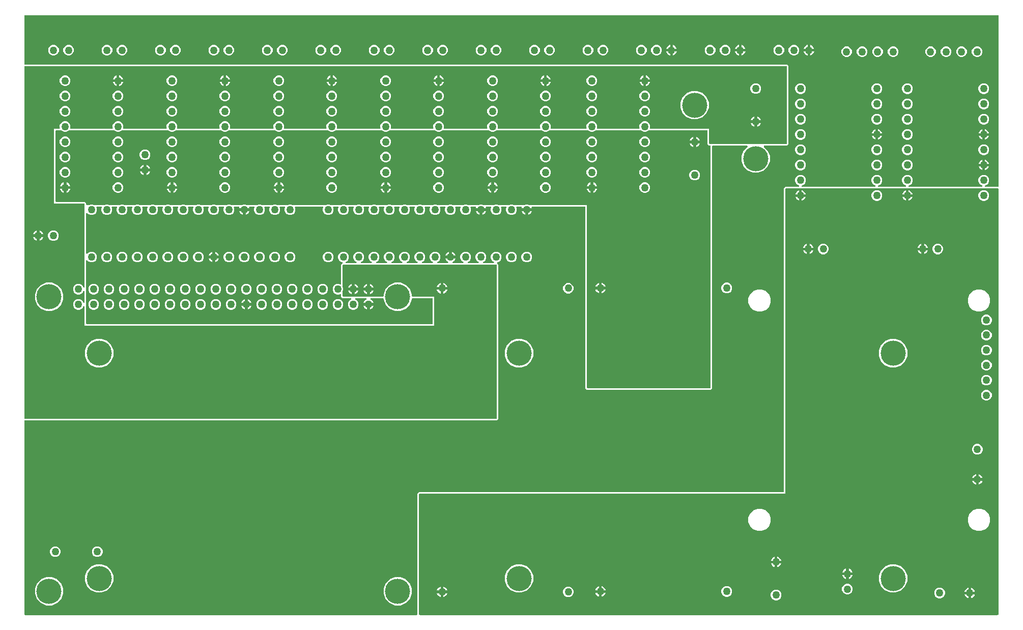
<source format=gbr>
G04 EAGLE Gerber RS-274X export*
G75*
%MOMM*%
%FSLAX34Y34*%
%LPD*%
%INCopper Layer 15*%
%IPPOS*%
%AMOC8*
5,1,8,0,0,1.08239X$1,22.5*%
G01*
%ADD10C,1.260000*%
%ADD11C,4.191000*%

G36*
X655438Y2556D02*
X655438Y2556D01*
X655557Y2563D01*
X655595Y2576D01*
X655636Y2581D01*
X655746Y2624D01*
X655859Y2661D01*
X655894Y2683D01*
X655931Y2698D01*
X656027Y2767D01*
X656128Y2831D01*
X656156Y2861D01*
X656189Y2884D01*
X656265Y2976D01*
X656346Y3063D01*
X656366Y3098D01*
X656391Y3129D01*
X656442Y3237D01*
X656500Y3341D01*
X656510Y3381D01*
X656527Y3417D01*
X656549Y3534D01*
X656579Y3649D01*
X656583Y3709D01*
X656587Y3729D01*
X656585Y3750D01*
X656589Y3810D01*
X656589Y204778D01*
X658822Y207011D01*
X1264920Y207011D01*
X1265038Y207026D01*
X1265157Y207033D01*
X1265195Y207046D01*
X1265236Y207051D01*
X1265346Y207094D01*
X1265459Y207131D01*
X1265494Y207153D01*
X1265531Y207168D01*
X1265627Y207237D01*
X1265728Y207301D01*
X1265756Y207331D01*
X1265789Y207354D01*
X1265865Y207446D01*
X1265946Y207533D01*
X1265966Y207568D01*
X1265991Y207599D01*
X1266042Y207707D01*
X1266100Y207811D01*
X1266110Y207851D01*
X1266127Y207887D01*
X1266149Y208004D01*
X1266179Y208119D01*
X1266183Y208179D01*
X1266187Y208199D01*
X1266185Y208220D01*
X1266189Y208280D01*
X1266189Y712778D01*
X1268422Y715011D01*
X1290322Y715011D01*
X1290391Y715019D01*
X1290461Y715018D01*
X1290548Y715039D01*
X1290637Y715051D01*
X1290702Y715076D01*
X1290770Y715093D01*
X1290850Y715135D01*
X1290933Y715168D01*
X1290990Y715209D01*
X1291051Y715241D01*
X1291118Y715302D01*
X1291190Y715354D01*
X1291235Y715408D01*
X1291287Y715455D01*
X1291336Y715530D01*
X1291393Y715599D01*
X1291423Y715663D01*
X1291461Y715721D01*
X1291491Y715806D01*
X1291529Y715887D01*
X1291542Y715956D01*
X1291565Y716022D01*
X1291572Y716111D01*
X1291589Y716199D01*
X1291584Y716269D01*
X1291590Y716339D01*
X1291574Y716427D01*
X1291569Y716517D01*
X1291547Y716583D01*
X1291535Y716652D01*
X1291498Y716734D01*
X1291471Y716819D01*
X1291433Y716878D01*
X1291405Y716942D01*
X1291349Y717012D01*
X1291301Y717088D01*
X1291250Y717136D01*
X1291206Y717190D01*
X1291134Y717245D01*
X1291069Y717306D01*
X1291008Y717340D01*
X1290952Y717382D01*
X1290808Y717453D01*
X1288614Y718361D01*
X1286127Y720848D01*
X1284781Y724097D01*
X1284781Y727615D01*
X1286127Y730864D01*
X1288614Y733351D01*
X1291863Y734697D01*
X1295381Y734697D01*
X1298630Y733351D01*
X1301117Y730864D01*
X1302463Y727615D01*
X1302463Y724097D01*
X1301117Y720848D01*
X1298630Y718361D01*
X1296436Y717453D01*
X1296376Y717418D01*
X1296311Y717392D01*
X1296238Y717340D01*
X1296160Y717295D01*
X1296110Y717247D01*
X1296054Y717206D01*
X1295996Y717136D01*
X1295932Y717074D01*
X1295895Y717014D01*
X1295851Y716961D01*
X1295812Y716879D01*
X1295765Y716803D01*
X1295745Y716736D01*
X1295715Y716673D01*
X1295698Y716585D01*
X1295672Y716499D01*
X1295669Y716429D01*
X1295655Y716360D01*
X1295661Y716271D01*
X1295657Y716181D01*
X1295671Y716113D01*
X1295675Y716043D01*
X1295703Y715958D01*
X1295721Y715870D01*
X1295752Y715807D01*
X1295773Y715741D01*
X1295821Y715665D01*
X1295861Y715584D01*
X1295906Y715531D01*
X1295943Y715472D01*
X1296009Y715410D01*
X1296067Y715342D01*
X1296124Y715302D01*
X1296175Y715254D01*
X1296254Y715211D01*
X1296327Y715159D01*
X1296392Y715134D01*
X1296453Y715100D01*
X1296540Y715078D01*
X1296624Y715046D01*
X1296694Y715038D01*
X1296761Y715021D01*
X1296922Y715011D01*
X1417322Y715011D01*
X1417391Y715019D01*
X1417461Y715018D01*
X1417548Y715039D01*
X1417637Y715051D01*
X1417702Y715076D01*
X1417770Y715093D01*
X1417850Y715135D01*
X1417933Y715168D01*
X1417990Y715209D01*
X1418051Y715241D01*
X1418118Y715302D01*
X1418190Y715354D01*
X1418235Y715408D01*
X1418287Y715455D01*
X1418336Y715530D01*
X1418393Y715599D01*
X1418423Y715663D01*
X1418461Y715721D01*
X1418491Y715806D01*
X1418529Y715887D01*
X1418542Y715956D01*
X1418565Y716022D01*
X1418572Y716111D01*
X1418589Y716199D01*
X1418584Y716269D01*
X1418590Y716339D01*
X1418574Y716427D01*
X1418569Y716517D01*
X1418547Y716583D01*
X1418535Y716652D01*
X1418498Y716734D01*
X1418471Y716819D01*
X1418433Y716878D01*
X1418405Y716942D01*
X1418349Y717012D01*
X1418301Y717088D01*
X1418250Y717136D01*
X1418206Y717190D01*
X1418134Y717245D01*
X1418069Y717306D01*
X1418008Y717340D01*
X1417952Y717382D01*
X1417808Y717453D01*
X1415614Y718361D01*
X1413127Y720848D01*
X1411781Y724097D01*
X1411781Y727615D01*
X1413127Y730864D01*
X1415614Y733351D01*
X1418863Y734697D01*
X1422381Y734697D01*
X1425630Y733351D01*
X1428117Y730864D01*
X1429463Y727615D01*
X1429463Y724097D01*
X1428117Y720848D01*
X1425630Y718361D01*
X1423436Y717453D01*
X1423376Y717418D01*
X1423311Y717392D01*
X1423238Y717340D01*
X1423160Y717295D01*
X1423110Y717247D01*
X1423054Y717206D01*
X1422996Y717136D01*
X1422932Y717074D01*
X1422895Y717014D01*
X1422851Y716961D01*
X1422812Y716879D01*
X1422765Y716803D01*
X1422745Y716736D01*
X1422715Y716673D01*
X1422698Y716585D01*
X1422672Y716499D01*
X1422669Y716429D01*
X1422655Y716360D01*
X1422661Y716271D01*
X1422657Y716181D01*
X1422671Y716113D01*
X1422675Y716043D01*
X1422703Y715958D01*
X1422721Y715870D01*
X1422752Y715807D01*
X1422773Y715741D01*
X1422821Y715665D01*
X1422861Y715584D01*
X1422906Y715531D01*
X1422943Y715472D01*
X1423009Y715410D01*
X1423067Y715342D01*
X1423124Y715302D01*
X1423175Y715254D01*
X1423254Y715211D01*
X1423327Y715159D01*
X1423392Y715134D01*
X1423453Y715100D01*
X1423540Y715078D01*
X1423624Y715046D01*
X1423694Y715038D01*
X1423761Y715021D01*
X1423922Y715011D01*
X1468122Y715011D01*
X1468191Y715019D01*
X1468261Y715018D01*
X1468348Y715039D01*
X1468437Y715051D01*
X1468502Y715076D01*
X1468570Y715093D01*
X1468650Y715135D01*
X1468733Y715168D01*
X1468790Y715209D01*
X1468851Y715241D01*
X1468918Y715302D01*
X1468990Y715354D01*
X1469035Y715408D01*
X1469087Y715455D01*
X1469136Y715530D01*
X1469193Y715599D01*
X1469223Y715663D01*
X1469261Y715721D01*
X1469291Y715806D01*
X1469329Y715887D01*
X1469342Y715956D01*
X1469365Y716022D01*
X1469372Y716111D01*
X1469389Y716199D01*
X1469384Y716269D01*
X1469390Y716339D01*
X1469374Y716427D01*
X1469369Y716517D01*
X1469347Y716583D01*
X1469335Y716652D01*
X1469298Y716734D01*
X1469271Y716819D01*
X1469233Y716878D01*
X1469205Y716942D01*
X1469149Y717012D01*
X1469101Y717088D01*
X1469050Y717136D01*
X1469006Y717190D01*
X1468934Y717245D01*
X1468869Y717306D01*
X1468808Y717340D01*
X1468752Y717382D01*
X1468608Y717453D01*
X1466414Y718361D01*
X1463927Y720848D01*
X1462581Y724097D01*
X1462581Y727615D01*
X1463927Y730864D01*
X1466414Y733351D01*
X1469663Y734697D01*
X1473181Y734697D01*
X1476430Y733351D01*
X1478917Y730864D01*
X1480263Y727615D01*
X1480263Y724097D01*
X1478917Y720848D01*
X1476430Y718361D01*
X1474236Y717453D01*
X1474176Y717418D01*
X1474111Y717392D01*
X1474038Y717340D01*
X1473960Y717295D01*
X1473910Y717247D01*
X1473854Y717206D01*
X1473796Y717136D01*
X1473732Y717074D01*
X1473695Y717014D01*
X1473651Y716961D01*
X1473612Y716879D01*
X1473565Y716803D01*
X1473545Y716736D01*
X1473515Y716673D01*
X1473498Y716585D01*
X1473472Y716499D01*
X1473469Y716429D01*
X1473455Y716360D01*
X1473461Y716271D01*
X1473457Y716181D01*
X1473471Y716113D01*
X1473475Y716043D01*
X1473503Y715958D01*
X1473521Y715870D01*
X1473552Y715807D01*
X1473573Y715741D01*
X1473621Y715665D01*
X1473661Y715584D01*
X1473706Y715531D01*
X1473743Y715472D01*
X1473809Y715410D01*
X1473867Y715342D01*
X1473924Y715302D01*
X1473975Y715254D01*
X1474054Y715211D01*
X1474127Y715159D01*
X1474192Y715134D01*
X1474253Y715100D01*
X1474340Y715078D01*
X1474424Y715046D01*
X1474494Y715038D01*
X1474561Y715021D01*
X1474722Y715011D01*
X1595122Y715011D01*
X1595191Y715019D01*
X1595261Y715018D01*
X1595348Y715039D01*
X1595437Y715051D01*
X1595502Y715076D01*
X1595570Y715093D01*
X1595650Y715135D01*
X1595733Y715168D01*
X1595790Y715209D01*
X1595851Y715241D01*
X1595918Y715302D01*
X1595990Y715354D01*
X1596035Y715408D01*
X1596087Y715455D01*
X1596136Y715530D01*
X1596193Y715599D01*
X1596223Y715663D01*
X1596261Y715721D01*
X1596291Y715806D01*
X1596329Y715887D01*
X1596342Y715956D01*
X1596365Y716022D01*
X1596372Y716111D01*
X1596389Y716199D01*
X1596384Y716269D01*
X1596390Y716339D01*
X1596374Y716427D01*
X1596369Y716517D01*
X1596347Y716583D01*
X1596335Y716652D01*
X1596298Y716734D01*
X1596271Y716819D01*
X1596233Y716878D01*
X1596205Y716942D01*
X1596149Y717012D01*
X1596101Y717088D01*
X1596050Y717136D01*
X1596006Y717190D01*
X1595934Y717245D01*
X1595869Y717306D01*
X1595808Y717340D01*
X1595752Y717382D01*
X1595608Y717453D01*
X1593414Y718361D01*
X1590927Y720848D01*
X1589581Y724097D01*
X1589581Y727615D01*
X1590927Y730864D01*
X1593414Y733351D01*
X1596663Y734697D01*
X1600181Y734697D01*
X1603430Y733351D01*
X1605917Y730864D01*
X1607263Y727615D01*
X1607263Y724097D01*
X1605917Y720848D01*
X1603430Y718361D01*
X1601236Y717453D01*
X1601176Y717418D01*
X1601111Y717392D01*
X1601038Y717340D01*
X1600960Y717295D01*
X1600910Y717247D01*
X1600854Y717206D01*
X1600796Y717136D01*
X1600732Y717074D01*
X1600695Y717014D01*
X1600651Y716961D01*
X1600612Y716879D01*
X1600565Y716803D01*
X1600545Y716736D01*
X1600515Y716673D01*
X1600498Y716585D01*
X1600472Y716499D01*
X1600469Y716429D01*
X1600455Y716360D01*
X1600461Y716271D01*
X1600457Y716181D01*
X1600471Y716113D01*
X1600475Y716043D01*
X1600503Y715958D01*
X1600521Y715870D01*
X1600552Y715807D01*
X1600573Y715741D01*
X1600621Y715665D01*
X1600661Y715584D01*
X1600706Y715531D01*
X1600743Y715472D01*
X1600809Y715410D01*
X1600867Y715342D01*
X1600924Y715302D01*
X1600975Y715254D01*
X1601054Y715211D01*
X1601127Y715159D01*
X1601192Y715134D01*
X1601253Y715100D01*
X1601340Y715078D01*
X1601424Y715046D01*
X1601494Y715038D01*
X1601561Y715021D01*
X1601722Y715011D01*
X1621790Y715011D01*
X1621908Y715026D01*
X1622027Y715033D01*
X1622065Y715046D01*
X1622106Y715051D01*
X1622216Y715094D01*
X1622329Y715131D01*
X1622364Y715153D01*
X1622401Y715168D01*
X1622497Y715237D01*
X1622598Y715301D01*
X1622626Y715331D01*
X1622659Y715354D01*
X1622735Y715446D01*
X1622816Y715533D01*
X1622836Y715568D01*
X1622861Y715599D01*
X1622912Y715707D01*
X1622970Y715811D01*
X1622980Y715851D01*
X1622997Y715887D01*
X1623019Y716004D01*
X1623049Y716119D01*
X1623053Y716179D01*
X1623057Y716199D01*
X1623055Y716220D01*
X1623059Y716280D01*
X1623059Y999490D01*
X1623044Y999608D01*
X1623037Y999727D01*
X1623024Y999765D01*
X1623019Y999806D01*
X1622976Y999916D01*
X1622939Y1000029D01*
X1622917Y1000064D01*
X1622902Y1000101D01*
X1622833Y1000197D01*
X1622769Y1000298D01*
X1622739Y1000326D01*
X1622716Y1000359D01*
X1622624Y1000435D01*
X1622537Y1000516D01*
X1622502Y1000536D01*
X1622471Y1000561D01*
X1622363Y1000612D01*
X1622259Y1000670D01*
X1622219Y1000680D01*
X1622183Y1000697D01*
X1622066Y1000719D01*
X1621951Y1000749D01*
X1621891Y1000753D01*
X1621871Y1000757D01*
X1621850Y1000755D01*
X1621790Y1000759D01*
X3810Y1000759D01*
X3692Y1000744D01*
X3573Y1000737D01*
X3535Y1000724D01*
X3494Y1000719D01*
X3384Y1000676D01*
X3271Y1000639D01*
X3236Y1000617D01*
X3199Y1000602D01*
X3103Y1000533D01*
X3002Y1000469D01*
X2974Y1000439D01*
X2941Y1000416D01*
X2865Y1000324D01*
X2784Y1000237D01*
X2764Y1000202D01*
X2739Y1000171D01*
X2688Y1000063D01*
X2630Y999959D01*
X2620Y999919D01*
X2603Y999883D01*
X2581Y999766D01*
X2551Y999651D01*
X2547Y999591D01*
X2543Y999571D01*
X2545Y999550D01*
X2541Y999490D01*
X2541Y919480D01*
X2556Y919362D01*
X2563Y919243D01*
X2576Y919205D01*
X2581Y919164D01*
X2624Y919054D01*
X2661Y918941D01*
X2683Y918906D01*
X2698Y918869D01*
X2767Y918773D01*
X2831Y918672D01*
X2861Y918644D01*
X2884Y918611D01*
X2976Y918535D01*
X3063Y918454D01*
X3098Y918434D01*
X3129Y918409D01*
X3237Y918358D01*
X3341Y918300D01*
X3381Y918290D01*
X3417Y918273D01*
X3534Y918251D01*
X3649Y918221D01*
X3709Y918217D01*
X3729Y918213D01*
X3750Y918215D01*
X3810Y918211D01*
X1271578Y918211D01*
X1273811Y915978D01*
X1273811Y785822D01*
X1271578Y783589D01*
X1233903Y783589D01*
X1233765Y783572D01*
X1233627Y783559D01*
X1233607Y783552D01*
X1233587Y783549D01*
X1233458Y783498D01*
X1233327Y783451D01*
X1233310Y783440D01*
X1233292Y783432D01*
X1233179Y783351D01*
X1233064Y783273D01*
X1233051Y783257D01*
X1233034Y783246D01*
X1232946Y783138D01*
X1232854Y783034D01*
X1232844Y783016D01*
X1232832Y783001D01*
X1232772Y782875D01*
X1232709Y782751D01*
X1232705Y782731D01*
X1232696Y782713D01*
X1232670Y782577D01*
X1232639Y782441D01*
X1232640Y782420D01*
X1232636Y782401D01*
X1232645Y782262D01*
X1232649Y782123D01*
X1232655Y782103D01*
X1232656Y782083D01*
X1232699Y781951D01*
X1232737Y781817D01*
X1232748Y781800D01*
X1232754Y781781D01*
X1232829Y781663D01*
X1232899Y781543D01*
X1232918Y781522D01*
X1232924Y781512D01*
X1232939Y781498D01*
X1233005Y781423D01*
X1239119Y775309D01*
X1242696Y766674D01*
X1242696Y757326D01*
X1239119Y748691D01*
X1232509Y742081D01*
X1223874Y738504D01*
X1214526Y738504D01*
X1205891Y742081D01*
X1199281Y748691D01*
X1195704Y757326D01*
X1195704Y766674D01*
X1199281Y775309D01*
X1205395Y781423D01*
X1205480Y781532D01*
X1205568Y781639D01*
X1205577Y781658D01*
X1205590Y781674D01*
X1205645Y781802D01*
X1205704Y781927D01*
X1205708Y781947D01*
X1205716Y781966D01*
X1205738Y782104D01*
X1205764Y782240D01*
X1205763Y782260D01*
X1205766Y782280D01*
X1205753Y782419D01*
X1205744Y782557D01*
X1205738Y782576D01*
X1205736Y782596D01*
X1205689Y782728D01*
X1205646Y782859D01*
X1205635Y782877D01*
X1205628Y782896D01*
X1205550Y783011D01*
X1205476Y783128D01*
X1205461Y783142D01*
X1205450Y783159D01*
X1205345Y783251D01*
X1205244Y783346D01*
X1205227Y783356D01*
X1205211Y783369D01*
X1205087Y783433D01*
X1204966Y783500D01*
X1204946Y783505D01*
X1204928Y783514D01*
X1204792Y783544D01*
X1204658Y783579D01*
X1204630Y783581D01*
X1204618Y783584D01*
X1204597Y783583D01*
X1204497Y783589D01*
X1148080Y783589D01*
X1147962Y783574D01*
X1147843Y783567D01*
X1147805Y783554D01*
X1147764Y783549D01*
X1147654Y783506D01*
X1147541Y783469D01*
X1147506Y783447D01*
X1147469Y783432D01*
X1147373Y783363D01*
X1147272Y783299D01*
X1147244Y783269D01*
X1147211Y783246D01*
X1147135Y783154D01*
X1147054Y783067D01*
X1147034Y783032D01*
X1147009Y783001D01*
X1146958Y782893D01*
X1146900Y782789D01*
X1146890Y782749D01*
X1146873Y782713D01*
X1146851Y782596D01*
X1146821Y782481D01*
X1146817Y782421D01*
X1146813Y782401D01*
X1146815Y782380D01*
X1146811Y782320D01*
X1146811Y379422D01*
X1144578Y377189D01*
X938222Y377189D01*
X935989Y379422D01*
X935989Y680720D01*
X935974Y680838D01*
X935967Y680957D01*
X935954Y680995D01*
X935949Y681036D01*
X935906Y681146D01*
X935869Y681259D01*
X935847Y681294D01*
X935832Y681331D01*
X935763Y681427D01*
X935699Y681528D01*
X935669Y681556D01*
X935646Y681589D01*
X935554Y681665D01*
X935467Y681746D01*
X935432Y681766D01*
X935401Y681791D01*
X935293Y681842D01*
X935189Y681900D01*
X935149Y681910D01*
X935113Y681927D01*
X934996Y681949D01*
X934881Y681979D01*
X934821Y681983D01*
X934801Y681987D01*
X934780Y681985D01*
X934720Y681989D01*
X847557Y681989D01*
X847507Y681983D01*
X847458Y681985D01*
X847350Y681963D01*
X847241Y681949D01*
X847195Y681931D01*
X847146Y681921D01*
X847047Y681873D01*
X846945Y681832D01*
X846905Y681803D01*
X846860Y681781D01*
X846777Y681710D01*
X846688Y681646D01*
X846656Y681607D01*
X846618Y681575D01*
X846555Y681485D01*
X846485Y681401D01*
X846464Y681356D01*
X846435Y681315D01*
X846396Y681212D01*
X846350Y681113D01*
X846340Y681064D01*
X846323Y681018D01*
X846310Y680908D01*
X846290Y680801D01*
X846293Y680751D01*
X846287Y680702D01*
X846303Y680593D01*
X846310Y680483D01*
X846325Y680436D01*
X846332Y680387D01*
X846384Y680234D01*
X846701Y679469D01*
X846767Y679139D01*
X839180Y679139D01*
X839062Y679124D01*
X838943Y679117D01*
X838905Y679104D01*
X838865Y679099D01*
X838754Y679056D01*
X838641Y679019D01*
X838607Y678997D01*
X838569Y678982D01*
X838473Y678913D01*
X838372Y678849D01*
X838344Y678819D01*
X838312Y678796D01*
X838236Y678704D01*
X838204Y678670D01*
X838199Y678678D01*
X838169Y678706D01*
X838145Y678739D01*
X838054Y678815D01*
X837967Y678896D01*
X837932Y678916D01*
X837900Y678941D01*
X837793Y678992D01*
X837688Y679050D01*
X837649Y679060D01*
X837613Y679077D01*
X837496Y679099D01*
X837380Y679129D01*
X837320Y679133D01*
X837300Y679137D01*
X837280Y679135D01*
X837220Y679139D01*
X829633Y679139D01*
X829699Y679469D01*
X830016Y680234D01*
X830029Y680282D01*
X830050Y680327D01*
X830071Y680435D01*
X830100Y680541D01*
X830101Y680591D01*
X830110Y680640D01*
X830103Y680749D01*
X830105Y680859D01*
X830094Y680907D01*
X830090Y680957D01*
X830057Y681061D01*
X830031Y681168D01*
X830008Y681212D01*
X829992Y681259D01*
X829934Y681352D01*
X829882Y681449D01*
X829849Y681486D01*
X829822Y681528D01*
X829742Y681603D01*
X829668Y681685D01*
X829627Y681712D01*
X829591Y681746D01*
X829494Y681799D01*
X829403Y681859D01*
X829356Y681876D01*
X829312Y681900D01*
X829206Y681927D01*
X829102Y681963D01*
X829052Y681967D01*
X829004Y681979D01*
X828843Y681989D01*
X822157Y681989D01*
X822107Y681983D01*
X822058Y681985D01*
X821950Y681963D01*
X821841Y681949D01*
X821795Y681931D01*
X821746Y681921D01*
X821647Y681873D01*
X821545Y681832D01*
X821505Y681803D01*
X821460Y681781D01*
X821377Y681710D01*
X821288Y681646D01*
X821256Y681607D01*
X821218Y681575D01*
X821155Y681485D01*
X821085Y681401D01*
X821064Y681356D01*
X821035Y681315D01*
X820996Y681212D01*
X820950Y681113D01*
X820940Y681064D01*
X820923Y681018D01*
X820910Y680908D01*
X820890Y680801D01*
X820893Y680751D01*
X820887Y680702D01*
X820903Y680593D01*
X820910Y680483D01*
X820925Y680436D01*
X820932Y680387D01*
X820984Y680234D01*
X821641Y678649D01*
X821641Y675131D01*
X820295Y671882D01*
X817808Y669395D01*
X814559Y668049D01*
X811041Y668049D01*
X807792Y669395D01*
X805305Y671882D01*
X803959Y675131D01*
X803959Y678649D01*
X804616Y680234D01*
X804629Y680282D01*
X804650Y680327D01*
X804671Y680435D01*
X804700Y680541D01*
X804701Y680591D01*
X804710Y680640D01*
X804703Y680749D01*
X804705Y680859D01*
X804694Y680907D01*
X804690Y680957D01*
X804657Y681061D01*
X804631Y681168D01*
X804608Y681212D01*
X804592Y681259D01*
X804534Y681352D01*
X804482Y681449D01*
X804449Y681486D01*
X804422Y681528D01*
X804342Y681603D01*
X804268Y681685D01*
X804227Y681712D01*
X804191Y681746D01*
X804095Y681799D01*
X804003Y681859D01*
X803956Y681876D01*
X803912Y681900D01*
X803806Y681927D01*
X803702Y681963D01*
X803652Y681967D01*
X803604Y681979D01*
X803443Y681989D01*
X796757Y681989D01*
X796707Y681983D01*
X796658Y681985D01*
X796550Y681963D01*
X796441Y681949D01*
X796395Y681931D01*
X796346Y681921D01*
X796247Y681873D01*
X796145Y681832D01*
X796105Y681803D01*
X796060Y681781D01*
X795977Y681710D01*
X795888Y681646D01*
X795856Y681607D01*
X795818Y681575D01*
X795755Y681485D01*
X795685Y681401D01*
X795664Y681356D01*
X795635Y681315D01*
X795596Y681212D01*
X795550Y681113D01*
X795540Y681064D01*
X795523Y681018D01*
X795510Y680908D01*
X795490Y680801D01*
X795493Y680751D01*
X795487Y680702D01*
X795503Y680593D01*
X795510Y680483D01*
X795525Y680436D01*
X795532Y680387D01*
X795584Y680234D01*
X796241Y678649D01*
X796241Y675131D01*
X794895Y671882D01*
X792408Y669395D01*
X789159Y668049D01*
X785641Y668049D01*
X782392Y669395D01*
X779905Y671882D01*
X778559Y675131D01*
X778559Y678649D01*
X779216Y680234D01*
X779229Y680282D01*
X779250Y680327D01*
X779271Y680435D01*
X779300Y680541D01*
X779301Y680591D01*
X779310Y680640D01*
X779303Y680749D01*
X779305Y680859D01*
X779294Y680907D01*
X779290Y680957D01*
X779257Y681061D01*
X779231Y681168D01*
X779208Y681212D01*
X779192Y681259D01*
X779134Y681352D01*
X779082Y681449D01*
X779049Y681486D01*
X779022Y681528D01*
X778942Y681603D01*
X778868Y681685D01*
X778827Y681712D01*
X778791Y681746D01*
X778695Y681799D01*
X778603Y681859D01*
X778556Y681876D01*
X778512Y681900D01*
X778406Y681927D01*
X778302Y681963D01*
X778252Y681967D01*
X778204Y681979D01*
X778043Y681989D01*
X771357Y681989D01*
X771307Y681983D01*
X771258Y681985D01*
X771150Y681963D01*
X771041Y681949D01*
X770995Y681931D01*
X770946Y681921D01*
X770847Y681873D01*
X770745Y681832D01*
X770705Y681803D01*
X770660Y681781D01*
X770577Y681710D01*
X770488Y681646D01*
X770456Y681607D01*
X770418Y681575D01*
X770355Y681485D01*
X770285Y681401D01*
X770264Y681356D01*
X770235Y681315D01*
X770196Y681212D01*
X770150Y681113D01*
X770140Y681064D01*
X770123Y681018D01*
X770110Y680908D01*
X770090Y680801D01*
X770093Y680751D01*
X770087Y680702D01*
X770103Y680593D01*
X770110Y680483D01*
X770125Y680436D01*
X770132Y680387D01*
X770184Y680234D01*
X770501Y679469D01*
X770567Y679139D01*
X762980Y679139D01*
X762862Y679124D01*
X762743Y679117D01*
X762705Y679104D01*
X762665Y679099D01*
X762554Y679056D01*
X762441Y679019D01*
X762407Y678997D01*
X762369Y678982D01*
X762273Y678913D01*
X762172Y678849D01*
X762144Y678819D01*
X762112Y678796D01*
X762036Y678704D01*
X762004Y678670D01*
X761999Y678678D01*
X761969Y678706D01*
X761945Y678739D01*
X761854Y678815D01*
X761767Y678896D01*
X761732Y678916D01*
X761700Y678941D01*
X761593Y678992D01*
X761488Y679050D01*
X761449Y679060D01*
X761413Y679077D01*
X761296Y679099D01*
X761180Y679129D01*
X761120Y679133D01*
X761100Y679137D01*
X761080Y679135D01*
X761020Y679139D01*
X753433Y679139D01*
X753499Y679469D01*
X753816Y680234D01*
X753829Y680282D01*
X753850Y680327D01*
X753871Y680435D01*
X753900Y680541D01*
X753901Y680591D01*
X753910Y680640D01*
X753903Y680749D01*
X753905Y680859D01*
X753894Y680907D01*
X753890Y680957D01*
X753857Y681061D01*
X753831Y681168D01*
X753808Y681212D01*
X753792Y681259D01*
X753734Y681352D01*
X753682Y681449D01*
X753649Y681486D01*
X753622Y681528D01*
X753542Y681603D01*
X753468Y681685D01*
X753427Y681712D01*
X753391Y681746D01*
X753294Y681799D01*
X753203Y681859D01*
X753156Y681876D01*
X753112Y681900D01*
X753006Y681927D01*
X752902Y681963D01*
X752852Y681967D01*
X752804Y681979D01*
X752643Y681989D01*
X745957Y681989D01*
X745907Y681983D01*
X745858Y681985D01*
X745750Y681963D01*
X745641Y681949D01*
X745595Y681931D01*
X745546Y681921D01*
X745447Y681873D01*
X745345Y681832D01*
X745305Y681803D01*
X745260Y681781D01*
X745177Y681710D01*
X745088Y681646D01*
X745056Y681607D01*
X745018Y681575D01*
X744955Y681485D01*
X744885Y681401D01*
X744864Y681356D01*
X744835Y681315D01*
X744796Y681212D01*
X744750Y681113D01*
X744740Y681064D01*
X744723Y681018D01*
X744710Y680908D01*
X744690Y680801D01*
X744693Y680751D01*
X744687Y680702D01*
X744703Y680593D01*
X744710Y680483D01*
X744725Y680436D01*
X744732Y680387D01*
X744784Y680234D01*
X745441Y678649D01*
X745441Y675131D01*
X744095Y671882D01*
X741608Y669395D01*
X738359Y668049D01*
X734841Y668049D01*
X731592Y669395D01*
X729105Y671882D01*
X727759Y675131D01*
X727759Y678649D01*
X728416Y680234D01*
X728429Y680282D01*
X728450Y680327D01*
X728471Y680435D01*
X728500Y680541D01*
X728501Y680591D01*
X728510Y680640D01*
X728503Y680749D01*
X728505Y680859D01*
X728494Y680907D01*
X728490Y680957D01*
X728457Y681061D01*
X728431Y681168D01*
X728408Y681212D01*
X728392Y681259D01*
X728334Y681352D01*
X728282Y681449D01*
X728249Y681486D01*
X728222Y681528D01*
X728142Y681603D01*
X728068Y681685D01*
X728027Y681712D01*
X727991Y681746D01*
X727895Y681799D01*
X727803Y681859D01*
X727756Y681876D01*
X727712Y681900D01*
X727606Y681927D01*
X727502Y681963D01*
X727452Y681967D01*
X727404Y681979D01*
X727243Y681989D01*
X720557Y681989D01*
X720507Y681983D01*
X720458Y681985D01*
X720350Y681963D01*
X720241Y681949D01*
X720195Y681931D01*
X720146Y681921D01*
X720047Y681873D01*
X719945Y681832D01*
X719905Y681803D01*
X719860Y681781D01*
X719777Y681710D01*
X719688Y681646D01*
X719656Y681607D01*
X719618Y681575D01*
X719555Y681485D01*
X719485Y681401D01*
X719464Y681356D01*
X719435Y681315D01*
X719396Y681212D01*
X719350Y681113D01*
X719340Y681064D01*
X719323Y681018D01*
X719310Y680908D01*
X719290Y680801D01*
X719293Y680751D01*
X719287Y680702D01*
X719303Y680593D01*
X719310Y680483D01*
X719325Y680436D01*
X719332Y680387D01*
X719384Y680234D01*
X720041Y678649D01*
X720041Y675131D01*
X718695Y671882D01*
X716208Y669395D01*
X712959Y668049D01*
X709441Y668049D01*
X706192Y669395D01*
X703705Y671882D01*
X702359Y675131D01*
X702359Y678649D01*
X703016Y680234D01*
X703029Y680282D01*
X703050Y680327D01*
X703071Y680435D01*
X703100Y680541D01*
X703101Y680591D01*
X703110Y680640D01*
X703103Y680749D01*
X703105Y680859D01*
X703094Y680907D01*
X703090Y680957D01*
X703057Y681061D01*
X703031Y681168D01*
X703008Y681212D01*
X702992Y681259D01*
X702934Y681352D01*
X702882Y681449D01*
X702849Y681486D01*
X702822Y681528D01*
X702742Y681603D01*
X702668Y681685D01*
X702627Y681712D01*
X702591Y681746D01*
X702495Y681799D01*
X702403Y681859D01*
X702356Y681876D01*
X702312Y681900D01*
X702206Y681927D01*
X702102Y681963D01*
X702052Y681967D01*
X702004Y681979D01*
X701843Y681989D01*
X695157Y681989D01*
X695107Y681983D01*
X695058Y681985D01*
X694950Y681963D01*
X694841Y681949D01*
X694795Y681931D01*
X694746Y681921D01*
X694647Y681873D01*
X694545Y681832D01*
X694505Y681803D01*
X694460Y681781D01*
X694377Y681710D01*
X694288Y681646D01*
X694256Y681607D01*
X694218Y681575D01*
X694155Y681485D01*
X694085Y681401D01*
X694064Y681356D01*
X694035Y681315D01*
X693996Y681212D01*
X693950Y681113D01*
X693940Y681064D01*
X693923Y681018D01*
X693910Y680908D01*
X693890Y680801D01*
X693893Y680751D01*
X693887Y680702D01*
X693903Y680593D01*
X693910Y680483D01*
X693925Y680436D01*
X693932Y680387D01*
X693984Y680234D01*
X694641Y678649D01*
X694641Y675131D01*
X693295Y671882D01*
X690808Y669395D01*
X687559Y668049D01*
X684041Y668049D01*
X680792Y669395D01*
X678305Y671882D01*
X676959Y675131D01*
X676959Y678649D01*
X677616Y680234D01*
X677629Y680282D01*
X677650Y680327D01*
X677671Y680435D01*
X677700Y680541D01*
X677701Y680591D01*
X677710Y680640D01*
X677703Y680749D01*
X677705Y680859D01*
X677694Y680907D01*
X677690Y680957D01*
X677657Y681061D01*
X677631Y681168D01*
X677608Y681212D01*
X677592Y681259D01*
X677534Y681352D01*
X677482Y681449D01*
X677449Y681486D01*
X677422Y681528D01*
X677342Y681603D01*
X677268Y681685D01*
X677227Y681712D01*
X677191Y681746D01*
X677095Y681799D01*
X677003Y681859D01*
X676956Y681876D01*
X676912Y681900D01*
X676806Y681927D01*
X676702Y681963D01*
X676652Y681967D01*
X676604Y681979D01*
X676443Y681989D01*
X669757Y681989D01*
X669707Y681983D01*
X669658Y681985D01*
X669550Y681963D01*
X669441Y681949D01*
X669395Y681931D01*
X669346Y681921D01*
X669247Y681873D01*
X669145Y681832D01*
X669105Y681803D01*
X669060Y681781D01*
X668977Y681710D01*
X668888Y681646D01*
X668856Y681607D01*
X668818Y681575D01*
X668755Y681485D01*
X668685Y681401D01*
X668664Y681356D01*
X668635Y681315D01*
X668596Y681212D01*
X668550Y681113D01*
X668540Y681064D01*
X668523Y681018D01*
X668510Y680908D01*
X668490Y680801D01*
X668493Y680751D01*
X668487Y680702D01*
X668503Y680593D01*
X668510Y680483D01*
X668525Y680436D01*
X668532Y680387D01*
X668584Y680234D01*
X669241Y678649D01*
X669241Y675131D01*
X667895Y671882D01*
X665408Y669395D01*
X662159Y668049D01*
X658641Y668049D01*
X655392Y669395D01*
X652905Y671882D01*
X651559Y675131D01*
X651559Y678649D01*
X652216Y680234D01*
X652229Y680282D01*
X652250Y680327D01*
X652271Y680435D01*
X652300Y680541D01*
X652301Y680591D01*
X652310Y680640D01*
X652303Y680749D01*
X652305Y680859D01*
X652294Y680907D01*
X652290Y680957D01*
X652257Y681061D01*
X652231Y681168D01*
X652208Y681212D01*
X652192Y681259D01*
X652134Y681352D01*
X652082Y681449D01*
X652049Y681486D01*
X652022Y681528D01*
X651942Y681603D01*
X651868Y681685D01*
X651827Y681712D01*
X651791Y681746D01*
X651695Y681799D01*
X651603Y681859D01*
X651556Y681876D01*
X651512Y681900D01*
X651406Y681927D01*
X651302Y681963D01*
X651252Y681967D01*
X651204Y681979D01*
X651043Y681989D01*
X644357Y681989D01*
X644307Y681983D01*
X644258Y681985D01*
X644150Y681963D01*
X644041Y681949D01*
X643995Y681931D01*
X643946Y681921D01*
X643847Y681873D01*
X643745Y681832D01*
X643705Y681803D01*
X643660Y681781D01*
X643577Y681710D01*
X643488Y681646D01*
X643456Y681607D01*
X643418Y681575D01*
X643355Y681485D01*
X643285Y681401D01*
X643264Y681356D01*
X643235Y681315D01*
X643196Y681212D01*
X643150Y681113D01*
X643140Y681064D01*
X643123Y681018D01*
X643110Y680908D01*
X643090Y680801D01*
X643093Y680751D01*
X643087Y680702D01*
X643103Y680593D01*
X643110Y680483D01*
X643125Y680436D01*
X643132Y680387D01*
X643184Y680234D01*
X643841Y678649D01*
X643841Y675131D01*
X642495Y671882D01*
X640008Y669395D01*
X636759Y668049D01*
X633241Y668049D01*
X629992Y669395D01*
X627505Y671882D01*
X626159Y675131D01*
X626159Y678649D01*
X626816Y680234D01*
X626829Y680282D01*
X626850Y680327D01*
X626871Y680435D01*
X626900Y680541D01*
X626901Y680591D01*
X626910Y680640D01*
X626903Y680749D01*
X626905Y680859D01*
X626894Y680907D01*
X626890Y680957D01*
X626857Y681061D01*
X626831Y681168D01*
X626808Y681212D01*
X626792Y681259D01*
X626734Y681352D01*
X626682Y681449D01*
X626649Y681486D01*
X626622Y681528D01*
X626542Y681603D01*
X626468Y681685D01*
X626427Y681712D01*
X626391Y681746D01*
X626295Y681799D01*
X626203Y681859D01*
X626156Y681876D01*
X626112Y681900D01*
X626006Y681927D01*
X625902Y681963D01*
X625852Y681967D01*
X625804Y681979D01*
X625643Y681989D01*
X618957Y681989D01*
X618907Y681983D01*
X618858Y681985D01*
X618750Y681963D01*
X618641Y681949D01*
X618595Y681931D01*
X618546Y681921D01*
X618447Y681873D01*
X618345Y681832D01*
X618305Y681803D01*
X618260Y681781D01*
X618177Y681710D01*
X618088Y681646D01*
X618056Y681607D01*
X618018Y681575D01*
X617955Y681485D01*
X617885Y681401D01*
X617864Y681356D01*
X617835Y681315D01*
X617796Y681212D01*
X617750Y681113D01*
X617740Y681064D01*
X617723Y681018D01*
X617710Y680908D01*
X617690Y680801D01*
X617693Y680751D01*
X617687Y680702D01*
X617703Y680593D01*
X617710Y680483D01*
X617725Y680436D01*
X617732Y680387D01*
X617784Y680234D01*
X618441Y678649D01*
X618441Y675131D01*
X617095Y671882D01*
X614608Y669395D01*
X611359Y668049D01*
X607841Y668049D01*
X604592Y669395D01*
X602105Y671882D01*
X600759Y675131D01*
X600759Y678649D01*
X601416Y680234D01*
X601429Y680282D01*
X601450Y680327D01*
X601471Y680435D01*
X601500Y680541D01*
X601501Y680591D01*
X601510Y680640D01*
X601503Y680749D01*
X601505Y680859D01*
X601494Y680907D01*
X601490Y680957D01*
X601457Y681061D01*
X601431Y681168D01*
X601408Y681212D01*
X601392Y681259D01*
X601334Y681352D01*
X601282Y681449D01*
X601249Y681486D01*
X601222Y681528D01*
X601142Y681603D01*
X601068Y681685D01*
X601027Y681712D01*
X600991Y681746D01*
X600895Y681799D01*
X600803Y681859D01*
X600756Y681876D01*
X600712Y681900D01*
X600606Y681927D01*
X600502Y681963D01*
X600452Y681967D01*
X600404Y681979D01*
X600243Y681989D01*
X593557Y681989D01*
X593507Y681983D01*
X593458Y681985D01*
X593350Y681963D01*
X593241Y681949D01*
X593195Y681931D01*
X593146Y681921D01*
X593047Y681873D01*
X592945Y681832D01*
X592905Y681803D01*
X592860Y681781D01*
X592777Y681710D01*
X592688Y681646D01*
X592656Y681607D01*
X592618Y681575D01*
X592555Y681485D01*
X592485Y681401D01*
X592464Y681356D01*
X592435Y681315D01*
X592396Y681212D01*
X592350Y681113D01*
X592340Y681064D01*
X592323Y681018D01*
X592310Y680908D01*
X592290Y680801D01*
X592293Y680751D01*
X592287Y680702D01*
X592303Y680593D01*
X592310Y680483D01*
X592325Y680436D01*
X592332Y680387D01*
X592384Y680234D01*
X593041Y678649D01*
X593041Y675131D01*
X591695Y671882D01*
X589208Y669395D01*
X585959Y668049D01*
X582441Y668049D01*
X579192Y669395D01*
X576705Y671882D01*
X575359Y675131D01*
X575359Y678649D01*
X576016Y680234D01*
X576029Y680282D01*
X576050Y680327D01*
X576071Y680435D01*
X576100Y680541D01*
X576101Y680591D01*
X576110Y680640D01*
X576103Y680749D01*
X576105Y680859D01*
X576094Y680907D01*
X576090Y680957D01*
X576057Y681061D01*
X576031Y681168D01*
X576008Y681212D01*
X575992Y681259D01*
X575934Y681352D01*
X575882Y681449D01*
X575849Y681486D01*
X575822Y681528D01*
X575742Y681603D01*
X575668Y681685D01*
X575627Y681712D01*
X575591Y681746D01*
X575495Y681799D01*
X575403Y681859D01*
X575356Y681876D01*
X575312Y681900D01*
X575206Y681927D01*
X575102Y681963D01*
X575052Y681967D01*
X575004Y681979D01*
X574843Y681989D01*
X568157Y681989D01*
X568107Y681983D01*
X568058Y681985D01*
X567950Y681963D01*
X567841Y681949D01*
X567795Y681931D01*
X567746Y681921D01*
X567647Y681873D01*
X567545Y681832D01*
X567505Y681803D01*
X567460Y681781D01*
X567377Y681710D01*
X567288Y681646D01*
X567256Y681607D01*
X567218Y681575D01*
X567155Y681485D01*
X567085Y681401D01*
X567064Y681356D01*
X567035Y681315D01*
X566996Y681212D01*
X566950Y681113D01*
X566940Y681064D01*
X566923Y681018D01*
X566910Y680908D01*
X566890Y680801D01*
X566893Y680751D01*
X566887Y680702D01*
X566903Y680593D01*
X566910Y680483D01*
X566925Y680436D01*
X566932Y680387D01*
X566984Y680234D01*
X567641Y678649D01*
X567641Y675131D01*
X566295Y671882D01*
X563808Y669395D01*
X560559Y668049D01*
X557041Y668049D01*
X553792Y669395D01*
X551305Y671882D01*
X549959Y675131D01*
X549959Y678649D01*
X550616Y680234D01*
X550629Y680282D01*
X550650Y680327D01*
X550671Y680435D01*
X550700Y680541D01*
X550701Y680591D01*
X550710Y680640D01*
X550703Y680749D01*
X550705Y680859D01*
X550694Y680907D01*
X550690Y680957D01*
X550657Y681061D01*
X550631Y681168D01*
X550608Y681212D01*
X550592Y681259D01*
X550534Y681352D01*
X550482Y681449D01*
X550449Y681486D01*
X550422Y681528D01*
X550342Y681603D01*
X550268Y681685D01*
X550227Y681712D01*
X550191Y681746D01*
X550095Y681799D01*
X550003Y681859D01*
X549956Y681876D01*
X549912Y681900D01*
X549806Y681927D01*
X549702Y681963D01*
X549652Y681967D01*
X549604Y681979D01*
X549443Y681989D01*
X542757Y681989D01*
X542707Y681983D01*
X542658Y681985D01*
X542550Y681963D01*
X542441Y681949D01*
X542395Y681931D01*
X542346Y681921D01*
X542247Y681873D01*
X542145Y681832D01*
X542105Y681803D01*
X542060Y681781D01*
X541977Y681710D01*
X541888Y681646D01*
X541856Y681607D01*
X541818Y681575D01*
X541755Y681485D01*
X541685Y681401D01*
X541664Y681356D01*
X541635Y681315D01*
X541596Y681212D01*
X541550Y681113D01*
X541540Y681064D01*
X541523Y681018D01*
X541510Y680908D01*
X541490Y680801D01*
X541493Y680751D01*
X541487Y680702D01*
X541503Y680593D01*
X541510Y680483D01*
X541525Y680436D01*
X541532Y680387D01*
X541584Y680234D01*
X542241Y678649D01*
X542241Y675131D01*
X540895Y671882D01*
X538408Y669395D01*
X535159Y668049D01*
X531641Y668049D01*
X528392Y669395D01*
X525905Y671882D01*
X524559Y675131D01*
X524559Y678649D01*
X525216Y680234D01*
X525229Y680282D01*
X525250Y680327D01*
X525271Y680435D01*
X525300Y680541D01*
X525301Y680591D01*
X525310Y680640D01*
X525303Y680749D01*
X525305Y680859D01*
X525294Y680907D01*
X525290Y680957D01*
X525257Y681061D01*
X525231Y681168D01*
X525208Y681212D01*
X525192Y681259D01*
X525134Y681352D01*
X525082Y681449D01*
X525049Y681486D01*
X525022Y681528D01*
X524942Y681603D01*
X524868Y681685D01*
X524827Y681712D01*
X524791Y681746D01*
X524695Y681799D01*
X524603Y681859D01*
X524556Y681876D01*
X524512Y681900D01*
X524406Y681927D01*
X524302Y681963D01*
X524252Y681967D01*
X524204Y681979D01*
X524043Y681989D01*
X517357Y681989D01*
X517307Y681983D01*
X517258Y681985D01*
X517150Y681963D01*
X517041Y681949D01*
X516995Y681931D01*
X516946Y681921D01*
X516847Y681873D01*
X516745Y681832D01*
X516705Y681803D01*
X516660Y681781D01*
X516577Y681710D01*
X516488Y681646D01*
X516456Y681607D01*
X516418Y681575D01*
X516355Y681485D01*
X516285Y681401D01*
X516264Y681356D01*
X516235Y681315D01*
X516196Y681212D01*
X516150Y681113D01*
X516140Y681064D01*
X516123Y681018D01*
X516110Y680908D01*
X516090Y680801D01*
X516093Y680751D01*
X516087Y680702D01*
X516103Y680593D01*
X516110Y680483D01*
X516125Y680436D01*
X516132Y680387D01*
X516184Y680234D01*
X516841Y678649D01*
X516841Y675131D01*
X515495Y671882D01*
X513008Y669395D01*
X509759Y668049D01*
X506241Y668049D01*
X502992Y669395D01*
X500505Y671882D01*
X499159Y675131D01*
X499159Y678649D01*
X499816Y680234D01*
X499829Y680282D01*
X499850Y680327D01*
X499871Y680435D01*
X499900Y680541D01*
X499901Y680591D01*
X499910Y680640D01*
X499903Y680749D01*
X499905Y680859D01*
X499894Y680907D01*
X499890Y680957D01*
X499857Y681061D01*
X499831Y681168D01*
X499808Y681212D01*
X499792Y681259D01*
X499734Y681352D01*
X499682Y681449D01*
X499649Y681486D01*
X499622Y681528D01*
X499542Y681603D01*
X499468Y681685D01*
X499427Y681712D01*
X499391Y681746D01*
X499295Y681799D01*
X499203Y681859D01*
X499156Y681876D01*
X499112Y681900D01*
X499006Y681927D01*
X498902Y681963D01*
X498852Y681967D01*
X498804Y681979D01*
X498643Y681989D01*
X453857Y681989D01*
X453807Y681983D01*
X453758Y681985D01*
X453650Y681963D01*
X453541Y681949D01*
X453495Y681931D01*
X453446Y681921D01*
X453347Y681873D01*
X453245Y681832D01*
X453205Y681803D01*
X453160Y681781D01*
X453077Y681710D01*
X452988Y681646D01*
X452956Y681607D01*
X452918Y681575D01*
X452855Y681485D01*
X452785Y681401D01*
X452764Y681356D01*
X452735Y681315D01*
X452696Y681212D01*
X452650Y681113D01*
X452640Y681064D01*
X452623Y681018D01*
X452610Y680908D01*
X452590Y680801D01*
X452593Y680751D01*
X452587Y680702D01*
X452603Y680593D01*
X452610Y680483D01*
X452625Y680436D01*
X452632Y680387D01*
X452684Y680234D01*
X453341Y678649D01*
X453341Y675131D01*
X451995Y671882D01*
X449508Y669395D01*
X446259Y668049D01*
X442741Y668049D01*
X439492Y669395D01*
X437005Y671882D01*
X435659Y675131D01*
X435659Y678649D01*
X436316Y680234D01*
X436329Y680282D01*
X436350Y680327D01*
X436371Y680435D01*
X436400Y680541D01*
X436401Y680591D01*
X436410Y680640D01*
X436403Y680749D01*
X436405Y680859D01*
X436394Y680907D01*
X436390Y680957D01*
X436357Y681061D01*
X436331Y681168D01*
X436308Y681212D01*
X436292Y681259D01*
X436234Y681352D01*
X436182Y681449D01*
X436149Y681486D01*
X436122Y681528D01*
X436042Y681603D01*
X435968Y681685D01*
X435927Y681712D01*
X435891Y681746D01*
X435795Y681799D01*
X435703Y681859D01*
X435656Y681876D01*
X435612Y681900D01*
X435506Y681927D01*
X435402Y681963D01*
X435352Y681967D01*
X435304Y681979D01*
X435143Y681989D01*
X428457Y681989D01*
X428407Y681983D01*
X428358Y681985D01*
X428250Y681963D01*
X428141Y681949D01*
X428095Y681931D01*
X428046Y681921D01*
X427947Y681873D01*
X427845Y681832D01*
X427805Y681803D01*
X427760Y681781D01*
X427677Y681710D01*
X427588Y681646D01*
X427556Y681607D01*
X427518Y681575D01*
X427455Y681485D01*
X427385Y681401D01*
X427364Y681356D01*
X427335Y681315D01*
X427296Y681212D01*
X427250Y681113D01*
X427240Y681064D01*
X427223Y681018D01*
X427210Y680908D01*
X427190Y680801D01*
X427193Y680751D01*
X427187Y680702D01*
X427203Y680593D01*
X427210Y680483D01*
X427225Y680436D01*
X427232Y680387D01*
X427284Y680234D01*
X427941Y678649D01*
X427941Y675131D01*
X426595Y671882D01*
X424108Y669395D01*
X420859Y668049D01*
X417341Y668049D01*
X414092Y669395D01*
X411605Y671882D01*
X410259Y675131D01*
X410259Y678649D01*
X410916Y680234D01*
X410929Y680282D01*
X410950Y680327D01*
X410971Y680435D01*
X411000Y680541D01*
X411001Y680591D01*
X411010Y680640D01*
X411003Y680749D01*
X411005Y680859D01*
X410994Y680907D01*
X410990Y680957D01*
X410957Y681061D01*
X410931Y681168D01*
X410908Y681212D01*
X410892Y681259D01*
X410834Y681352D01*
X410782Y681449D01*
X410749Y681486D01*
X410722Y681528D01*
X410642Y681603D01*
X410568Y681685D01*
X410527Y681712D01*
X410491Y681746D01*
X410395Y681799D01*
X410303Y681859D01*
X410256Y681876D01*
X410212Y681900D01*
X410106Y681927D01*
X410002Y681963D01*
X409952Y681967D01*
X409904Y681979D01*
X409743Y681989D01*
X403057Y681989D01*
X403007Y681983D01*
X402958Y681985D01*
X402850Y681963D01*
X402741Y681949D01*
X402695Y681931D01*
X402646Y681921D01*
X402547Y681873D01*
X402445Y681832D01*
X402405Y681803D01*
X402360Y681781D01*
X402277Y681710D01*
X402188Y681646D01*
X402156Y681607D01*
X402118Y681575D01*
X402055Y681485D01*
X401985Y681401D01*
X401964Y681356D01*
X401935Y681315D01*
X401896Y681212D01*
X401850Y681113D01*
X401840Y681064D01*
X401823Y681018D01*
X401810Y680908D01*
X401790Y680801D01*
X401793Y680751D01*
X401787Y680702D01*
X401803Y680593D01*
X401810Y680483D01*
X401825Y680436D01*
X401832Y680387D01*
X401884Y680234D01*
X402541Y678649D01*
X402541Y675131D01*
X401195Y671882D01*
X398708Y669395D01*
X395459Y668049D01*
X391941Y668049D01*
X388692Y669395D01*
X386205Y671882D01*
X384859Y675131D01*
X384859Y678649D01*
X385516Y680234D01*
X385529Y680282D01*
X385550Y680327D01*
X385571Y680435D01*
X385600Y680541D01*
X385601Y680591D01*
X385610Y680640D01*
X385603Y680749D01*
X385605Y680859D01*
X385594Y680907D01*
X385590Y680957D01*
X385557Y681061D01*
X385531Y681168D01*
X385508Y681212D01*
X385492Y681259D01*
X385434Y681352D01*
X385382Y681449D01*
X385349Y681486D01*
X385322Y681528D01*
X385242Y681603D01*
X385168Y681685D01*
X385127Y681712D01*
X385091Y681746D01*
X384995Y681799D01*
X384903Y681859D01*
X384856Y681876D01*
X384812Y681900D01*
X384706Y681927D01*
X384602Y681963D01*
X384552Y681967D01*
X384504Y681979D01*
X384343Y681989D01*
X377657Y681989D01*
X377607Y681983D01*
X377558Y681985D01*
X377450Y681963D01*
X377341Y681949D01*
X377295Y681931D01*
X377246Y681921D01*
X377147Y681873D01*
X377045Y681832D01*
X377005Y681803D01*
X376960Y681781D01*
X376877Y681710D01*
X376788Y681646D01*
X376756Y681607D01*
X376718Y681575D01*
X376655Y681485D01*
X376585Y681401D01*
X376564Y681356D01*
X376535Y681315D01*
X376496Y681212D01*
X376450Y681113D01*
X376440Y681064D01*
X376423Y681018D01*
X376410Y680908D01*
X376390Y680801D01*
X376393Y680751D01*
X376387Y680702D01*
X376403Y680593D01*
X376410Y680483D01*
X376425Y680436D01*
X376432Y680387D01*
X376484Y680234D01*
X376801Y679469D01*
X376867Y679139D01*
X369280Y679139D01*
X369162Y679124D01*
X369043Y679117D01*
X369005Y679104D01*
X368965Y679099D01*
X368854Y679056D01*
X368741Y679019D01*
X368707Y678997D01*
X368669Y678982D01*
X368573Y678913D01*
X368472Y678849D01*
X368444Y678819D01*
X368412Y678796D01*
X368336Y678704D01*
X368304Y678670D01*
X368299Y678678D01*
X368269Y678706D01*
X368245Y678739D01*
X368154Y678815D01*
X368067Y678896D01*
X368032Y678916D01*
X368000Y678941D01*
X367893Y678992D01*
X367788Y679050D01*
X367749Y679060D01*
X367713Y679077D01*
X367596Y679099D01*
X367480Y679129D01*
X367420Y679133D01*
X367400Y679137D01*
X367380Y679135D01*
X367320Y679139D01*
X359733Y679139D01*
X359799Y679469D01*
X360116Y680234D01*
X360129Y680282D01*
X360150Y680327D01*
X360171Y680435D01*
X360200Y680541D01*
X360201Y680591D01*
X360210Y680640D01*
X360203Y680749D01*
X360205Y680859D01*
X360194Y680907D01*
X360190Y680957D01*
X360157Y681061D01*
X360131Y681168D01*
X360108Y681212D01*
X360092Y681259D01*
X360034Y681352D01*
X359982Y681449D01*
X359949Y681486D01*
X359922Y681528D01*
X359842Y681603D01*
X359768Y681685D01*
X359727Y681712D01*
X359691Y681746D01*
X359594Y681799D01*
X359503Y681859D01*
X359456Y681876D01*
X359412Y681900D01*
X359306Y681927D01*
X359202Y681963D01*
X359152Y681967D01*
X359104Y681979D01*
X358943Y681989D01*
X352257Y681989D01*
X352207Y681983D01*
X352158Y681985D01*
X352050Y681963D01*
X351941Y681949D01*
X351895Y681931D01*
X351846Y681921D01*
X351747Y681873D01*
X351645Y681832D01*
X351605Y681803D01*
X351560Y681781D01*
X351477Y681710D01*
X351388Y681646D01*
X351356Y681607D01*
X351318Y681575D01*
X351255Y681485D01*
X351185Y681401D01*
X351164Y681356D01*
X351135Y681315D01*
X351096Y681212D01*
X351050Y681113D01*
X351040Y681064D01*
X351023Y681018D01*
X351010Y680908D01*
X350990Y680801D01*
X350993Y680751D01*
X350987Y680702D01*
X351003Y680593D01*
X351010Y680483D01*
X351025Y680436D01*
X351032Y680387D01*
X351084Y680234D01*
X351741Y678649D01*
X351741Y675131D01*
X350395Y671882D01*
X347908Y669395D01*
X344659Y668049D01*
X341141Y668049D01*
X337892Y669395D01*
X335405Y671882D01*
X334059Y675131D01*
X334059Y678649D01*
X334716Y680234D01*
X334729Y680282D01*
X334750Y680327D01*
X334771Y680435D01*
X334800Y680541D01*
X334801Y680591D01*
X334810Y680640D01*
X334803Y680749D01*
X334805Y680859D01*
X334794Y680907D01*
X334790Y680957D01*
X334757Y681061D01*
X334731Y681168D01*
X334708Y681212D01*
X334692Y681259D01*
X334634Y681352D01*
X334582Y681449D01*
X334549Y681486D01*
X334522Y681528D01*
X334442Y681603D01*
X334368Y681685D01*
X334327Y681712D01*
X334291Y681746D01*
X334195Y681799D01*
X334103Y681859D01*
X334056Y681876D01*
X334012Y681900D01*
X333906Y681927D01*
X333802Y681963D01*
X333752Y681967D01*
X333704Y681979D01*
X333543Y681989D01*
X326857Y681989D01*
X326807Y681983D01*
X326758Y681985D01*
X326650Y681963D01*
X326541Y681949D01*
X326495Y681931D01*
X326446Y681921D01*
X326347Y681873D01*
X326245Y681832D01*
X326205Y681803D01*
X326160Y681781D01*
X326077Y681710D01*
X325988Y681646D01*
X325956Y681607D01*
X325918Y681575D01*
X325855Y681485D01*
X325785Y681401D01*
X325764Y681356D01*
X325735Y681315D01*
X325696Y681212D01*
X325650Y681113D01*
X325640Y681064D01*
X325623Y681018D01*
X325610Y680908D01*
X325590Y680801D01*
X325593Y680751D01*
X325587Y680702D01*
X325603Y680593D01*
X325610Y680483D01*
X325625Y680436D01*
X325632Y680387D01*
X325684Y680234D01*
X326341Y678649D01*
X326341Y675131D01*
X324995Y671882D01*
X322508Y669395D01*
X319259Y668049D01*
X315741Y668049D01*
X312492Y669395D01*
X310005Y671882D01*
X308659Y675131D01*
X308659Y678649D01*
X309316Y680234D01*
X309329Y680282D01*
X309350Y680327D01*
X309371Y680435D01*
X309400Y680541D01*
X309401Y680591D01*
X309410Y680640D01*
X309403Y680749D01*
X309405Y680859D01*
X309394Y680907D01*
X309390Y680957D01*
X309357Y681061D01*
X309331Y681168D01*
X309308Y681212D01*
X309292Y681259D01*
X309234Y681352D01*
X309182Y681449D01*
X309149Y681486D01*
X309122Y681528D01*
X309042Y681603D01*
X308968Y681685D01*
X308927Y681712D01*
X308891Y681746D01*
X308795Y681799D01*
X308703Y681859D01*
X308656Y681876D01*
X308612Y681900D01*
X308506Y681927D01*
X308402Y681963D01*
X308352Y681967D01*
X308304Y681979D01*
X308143Y681989D01*
X301457Y681989D01*
X301407Y681983D01*
X301358Y681985D01*
X301250Y681963D01*
X301141Y681949D01*
X301095Y681931D01*
X301046Y681921D01*
X300947Y681873D01*
X300845Y681832D01*
X300805Y681803D01*
X300760Y681781D01*
X300677Y681710D01*
X300588Y681646D01*
X300556Y681607D01*
X300518Y681575D01*
X300455Y681485D01*
X300385Y681401D01*
X300364Y681356D01*
X300335Y681315D01*
X300296Y681212D01*
X300250Y681113D01*
X300240Y681064D01*
X300223Y681018D01*
X300210Y680908D01*
X300190Y680801D01*
X300193Y680751D01*
X300187Y680702D01*
X300203Y680593D01*
X300210Y680483D01*
X300225Y680436D01*
X300232Y680387D01*
X300284Y680234D01*
X300941Y678649D01*
X300941Y675131D01*
X299595Y671882D01*
X297108Y669395D01*
X293859Y668049D01*
X290341Y668049D01*
X287092Y669395D01*
X284605Y671882D01*
X283259Y675131D01*
X283259Y678649D01*
X283916Y680234D01*
X283929Y680282D01*
X283950Y680327D01*
X283971Y680435D01*
X284000Y680541D01*
X284001Y680591D01*
X284010Y680640D01*
X284003Y680749D01*
X284005Y680859D01*
X283994Y680907D01*
X283990Y680957D01*
X283957Y681061D01*
X283931Y681168D01*
X283908Y681212D01*
X283892Y681259D01*
X283834Y681352D01*
X283782Y681449D01*
X283749Y681486D01*
X283722Y681528D01*
X283642Y681603D01*
X283568Y681685D01*
X283527Y681712D01*
X283491Y681746D01*
X283395Y681799D01*
X283303Y681859D01*
X283256Y681876D01*
X283212Y681900D01*
X283106Y681927D01*
X283002Y681963D01*
X282952Y681967D01*
X282904Y681979D01*
X282743Y681989D01*
X276057Y681989D01*
X276007Y681983D01*
X275958Y681985D01*
X275850Y681963D01*
X275741Y681949D01*
X275695Y681931D01*
X275646Y681921D01*
X275547Y681873D01*
X275445Y681832D01*
X275405Y681803D01*
X275360Y681781D01*
X275277Y681710D01*
X275188Y681646D01*
X275156Y681607D01*
X275118Y681575D01*
X275055Y681485D01*
X274985Y681401D01*
X274964Y681356D01*
X274935Y681315D01*
X274896Y681212D01*
X274850Y681113D01*
X274840Y681064D01*
X274823Y681018D01*
X274810Y680908D01*
X274790Y680801D01*
X274793Y680751D01*
X274787Y680702D01*
X274803Y680593D01*
X274810Y680483D01*
X274825Y680436D01*
X274832Y680387D01*
X274884Y680234D01*
X275541Y678649D01*
X275541Y675131D01*
X274195Y671882D01*
X271708Y669395D01*
X268459Y668049D01*
X264941Y668049D01*
X261692Y669395D01*
X259205Y671882D01*
X257859Y675131D01*
X257859Y678649D01*
X258516Y680234D01*
X258529Y680282D01*
X258550Y680327D01*
X258571Y680435D01*
X258600Y680541D01*
X258601Y680591D01*
X258610Y680640D01*
X258603Y680749D01*
X258605Y680859D01*
X258594Y680907D01*
X258590Y680957D01*
X258557Y681061D01*
X258531Y681168D01*
X258508Y681212D01*
X258492Y681259D01*
X258434Y681352D01*
X258382Y681449D01*
X258349Y681486D01*
X258322Y681528D01*
X258242Y681603D01*
X258168Y681685D01*
X258127Y681712D01*
X258091Y681746D01*
X257995Y681799D01*
X257903Y681859D01*
X257856Y681876D01*
X257812Y681900D01*
X257706Y681927D01*
X257602Y681963D01*
X257552Y681967D01*
X257504Y681979D01*
X257343Y681989D01*
X250657Y681989D01*
X250607Y681983D01*
X250558Y681985D01*
X250450Y681963D01*
X250341Y681949D01*
X250295Y681931D01*
X250246Y681921D01*
X250147Y681873D01*
X250045Y681832D01*
X250005Y681803D01*
X249960Y681781D01*
X249877Y681710D01*
X249788Y681646D01*
X249756Y681607D01*
X249718Y681575D01*
X249655Y681485D01*
X249585Y681401D01*
X249564Y681356D01*
X249535Y681315D01*
X249496Y681212D01*
X249450Y681113D01*
X249440Y681064D01*
X249423Y681018D01*
X249410Y680908D01*
X249390Y680801D01*
X249393Y680751D01*
X249387Y680702D01*
X249403Y680593D01*
X249410Y680483D01*
X249425Y680436D01*
X249432Y680387D01*
X249484Y680234D01*
X250141Y678649D01*
X250141Y675131D01*
X248795Y671882D01*
X246308Y669395D01*
X243059Y668049D01*
X239541Y668049D01*
X236292Y669395D01*
X233805Y671882D01*
X232459Y675131D01*
X232459Y678649D01*
X233116Y680234D01*
X233129Y680282D01*
X233150Y680327D01*
X233171Y680435D01*
X233200Y680541D01*
X233201Y680591D01*
X233210Y680640D01*
X233203Y680749D01*
X233205Y680859D01*
X233194Y680907D01*
X233190Y680957D01*
X233157Y681061D01*
X233131Y681168D01*
X233108Y681212D01*
X233092Y681259D01*
X233034Y681352D01*
X232982Y681449D01*
X232949Y681486D01*
X232922Y681528D01*
X232842Y681603D01*
X232768Y681685D01*
X232727Y681712D01*
X232691Y681746D01*
X232595Y681799D01*
X232503Y681859D01*
X232456Y681876D01*
X232412Y681900D01*
X232306Y681927D01*
X232202Y681963D01*
X232152Y681967D01*
X232104Y681979D01*
X231943Y681989D01*
X225257Y681989D01*
X225207Y681983D01*
X225158Y681985D01*
X225050Y681963D01*
X224941Y681949D01*
X224895Y681931D01*
X224846Y681921D01*
X224747Y681873D01*
X224645Y681832D01*
X224605Y681803D01*
X224560Y681781D01*
X224477Y681710D01*
X224388Y681646D01*
X224356Y681607D01*
X224318Y681575D01*
X224255Y681485D01*
X224185Y681401D01*
X224164Y681356D01*
X224135Y681315D01*
X224096Y681212D01*
X224050Y681113D01*
X224040Y681064D01*
X224023Y681018D01*
X224010Y680908D01*
X223990Y680801D01*
X223993Y680751D01*
X223987Y680702D01*
X224003Y680593D01*
X224010Y680483D01*
X224025Y680436D01*
X224032Y680387D01*
X224084Y680234D01*
X224741Y678649D01*
X224741Y675131D01*
X223395Y671882D01*
X220908Y669395D01*
X217659Y668049D01*
X214141Y668049D01*
X210892Y669395D01*
X208405Y671882D01*
X207059Y675131D01*
X207059Y678649D01*
X207716Y680234D01*
X207729Y680282D01*
X207750Y680327D01*
X207771Y680435D01*
X207800Y680541D01*
X207801Y680591D01*
X207810Y680640D01*
X207803Y680749D01*
X207805Y680859D01*
X207794Y680907D01*
X207790Y680957D01*
X207757Y681061D01*
X207731Y681168D01*
X207708Y681212D01*
X207692Y681259D01*
X207634Y681352D01*
X207582Y681449D01*
X207549Y681486D01*
X207522Y681528D01*
X207442Y681603D01*
X207368Y681685D01*
X207327Y681712D01*
X207291Y681746D01*
X207195Y681799D01*
X207103Y681859D01*
X207056Y681876D01*
X207012Y681900D01*
X206906Y681927D01*
X206802Y681963D01*
X206752Y681967D01*
X206704Y681979D01*
X206543Y681989D01*
X199857Y681989D01*
X199807Y681983D01*
X199758Y681985D01*
X199650Y681963D01*
X199541Y681949D01*
X199495Y681931D01*
X199446Y681921D01*
X199347Y681873D01*
X199245Y681832D01*
X199205Y681803D01*
X199160Y681781D01*
X199077Y681710D01*
X198988Y681646D01*
X198956Y681607D01*
X198918Y681575D01*
X198855Y681485D01*
X198785Y681401D01*
X198764Y681356D01*
X198735Y681315D01*
X198696Y681212D01*
X198650Y681113D01*
X198640Y681064D01*
X198623Y681018D01*
X198610Y680908D01*
X198590Y680801D01*
X198593Y680751D01*
X198587Y680702D01*
X198603Y680593D01*
X198610Y680483D01*
X198625Y680436D01*
X198632Y680387D01*
X198684Y680234D01*
X199341Y678649D01*
X199341Y675131D01*
X197995Y671882D01*
X195508Y669395D01*
X192259Y668049D01*
X188741Y668049D01*
X185492Y669395D01*
X183005Y671882D01*
X181659Y675131D01*
X181659Y678649D01*
X182316Y680234D01*
X182329Y680282D01*
X182350Y680327D01*
X182371Y680435D01*
X182400Y680541D01*
X182401Y680591D01*
X182410Y680640D01*
X182403Y680749D01*
X182405Y680859D01*
X182394Y680907D01*
X182390Y680957D01*
X182357Y681061D01*
X182331Y681168D01*
X182308Y681212D01*
X182292Y681259D01*
X182234Y681352D01*
X182182Y681449D01*
X182149Y681486D01*
X182122Y681528D01*
X182042Y681603D01*
X181968Y681685D01*
X181927Y681712D01*
X181891Y681746D01*
X181795Y681799D01*
X181703Y681859D01*
X181656Y681876D01*
X181612Y681900D01*
X181506Y681927D01*
X181402Y681963D01*
X181352Y681967D01*
X181304Y681979D01*
X181143Y681989D01*
X174457Y681989D01*
X174407Y681983D01*
X174358Y681985D01*
X174250Y681963D01*
X174141Y681949D01*
X174095Y681931D01*
X174046Y681921D01*
X173947Y681873D01*
X173845Y681832D01*
X173805Y681803D01*
X173760Y681781D01*
X173677Y681710D01*
X173588Y681646D01*
X173556Y681607D01*
X173518Y681575D01*
X173455Y681485D01*
X173385Y681401D01*
X173364Y681356D01*
X173335Y681315D01*
X173296Y681212D01*
X173250Y681113D01*
X173240Y681064D01*
X173223Y681018D01*
X173210Y680908D01*
X173190Y680801D01*
X173193Y680751D01*
X173187Y680702D01*
X173203Y680593D01*
X173210Y680483D01*
X173225Y680436D01*
X173232Y680387D01*
X173284Y680234D01*
X173941Y678649D01*
X173941Y675131D01*
X172595Y671882D01*
X170108Y669395D01*
X166859Y668049D01*
X163341Y668049D01*
X160092Y669395D01*
X157605Y671882D01*
X156259Y675131D01*
X156259Y678649D01*
X156916Y680234D01*
X156929Y680282D01*
X156950Y680327D01*
X156971Y680435D01*
X157000Y680541D01*
X157001Y680591D01*
X157010Y680640D01*
X157003Y680749D01*
X157005Y680859D01*
X156994Y680907D01*
X156990Y680957D01*
X156957Y681061D01*
X156931Y681168D01*
X156908Y681212D01*
X156892Y681259D01*
X156834Y681352D01*
X156782Y681449D01*
X156749Y681486D01*
X156722Y681528D01*
X156642Y681603D01*
X156568Y681685D01*
X156527Y681712D01*
X156491Y681746D01*
X156395Y681799D01*
X156303Y681859D01*
X156256Y681876D01*
X156212Y681900D01*
X156106Y681927D01*
X156002Y681963D01*
X155952Y681967D01*
X155904Y681979D01*
X155743Y681989D01*
X149057Y681989D01*
X149007Y681983D01*
X148958Y681985D01*
X148850Y681963D01*
X148741Y681949D01*
X148695Y681931D01*
X148646Y681921D01*
X148547Y681873D01*
X148445Y681832D01*
X148405Y681803D01*
X148360Y681781D01*
X148277Y681710D01*
X148188Y681646D01*
X148156Y681607D01*
X148118Y681575D01*
X148055Y681485D01*
X147985Y681401D01*
X147964Y681356D01*
X147935Y681315D01*
X147896Y681212D01*
X147850Y681113D01*
X147840Y681064D01*
X147823Y681018D01*
X147810Y680908D01*
X147790Y680801D01*
X147793Y680751D01*
X147787Y680702D01*
X147803Y680593D01*
X147810Y680483D01*
X147825Y680436D01*
X147832Y680387D01*
X147884Y680234D01*
X148541Y678649D01*
X148541Y675131D01*
X147195Y671882D01*
X144708Y669395D01*
X141459Y668049D01*
X137941Y668049D01*
X134692Y669395D01*
X132205Y671882D01*
X130859Y675131D01*
X130859Y678649D01*
X131516Y680234D01*
X131529Y680282D01*
X131550Y680327D01*
X131571Y680435D01*
X131600Y680541D01*
X131601Y680591D01*
X131610Y680640D01*
X131603Y680749D01*
X131605Y680859D01*
X131594Y680907D01*
X131590Y680957D01*
X131557Y681061D01*
X131531Y681168D01*
X131508Y681212D01*
X131492Y681259D01*
X131434Y681352D01*
X131382Y681449D01*
X131349Y681486D01*
X131322Y681528D01*
X131242Y681603D01*
X131168Y681685D01*
X131127Y681712D01*
X131091Y681746D01*
X130995Y681799D01*
X130903Y681859D01*
X130856Y681876D01*
X130812Y681900D01*
X130706Y681927D01*
X130602Y681963D01*
X130552Y681967D01*
X130504Y681979D01*
X130343Y681989D01*
X123657Y681989D01*
X123607Y681983D01*
X123558Y681985D01*
X123450Y681963D01*
X123341Y681949D01*
X123295Y681931D01*
X123246Y681921D01*
X123147Y681873D01*
X123045Y681832D01*
X123005Y681803D01*
X122960Y681781D01*
X122877Y681710D01*
X122788Y681646D01*
X122756Y681607D01*
X122718Y681575D01*
X122655Y681485D01*
X122585Y681401D01*
X122564Y681356D01*
X122535Y681315D01*
X122496Y681212D01*
X122450Y681113D01*
X122440Y681064D01*
X122423Y681018D01*
X122410Y680908D01*
X122390Y680801D01*
X122393Y680751D01*
X122387Y680702D01*
X122403Y680593D01*
X122410Y680483D01*
X122425Y680436D01*
X122432Y680387D01*
X122484Y680234D01*
X123141Y678649D01*
X123141Y675131D01*
X121795Y671882D01*
X119308Y669395D01*
X116059Y668049D01*
X112541Y668049D01*
X109292Y669395D01*
X107577Y671110D01*
X107483Y671184D01*
X107473Y671192D01*
X107467Y671196D01*
X107361Y671284D01*
X107342Y671292D01*
X107326Y671305D01*
X107198Y671360D01*
X107073Y671419D01*
X107053Y671423D01*
X107034Y671431D01*
X106896Y671453D01*
X106760Y671479D01*
X106740Y671478D01*
X106720Y671481D01*
X106581Y671468D01*
X106443Y671459D01*
X106424Y671453D01*
X106404Y671451D01*
X106272Y671404D01*
X106141Y671361D01*
X106123Y671350D01*
X106104Y671344D01*
X105989Y671265D01*
X105872Y671191D01*
X105858Y671176D01*
X105841Y671165D01*
X105749Y671061D01*
X105654Y670959D01*
X105644Y670942D01*
X105631Y670927D01*
X105567Y670802D01*
X105500Y670681D01*
X105495Y670661D01*
X105486Y670643D01*
X105456Y670507D01*
X105421Y670373D01*
X105419Y670345D01*
X105416Y670333D01*
X105417Y670313D01*
X105411Y670212D01*
X105411Y604868D01*
X105428Y604730D01*
X105441Y604591D01*
X105448Y604572D01*
X105451Y604552D01*
X105502Y604423D01*
X105549Y604292D01*
X105560Y604275D01*
X105568Y604256D01*
X105649Y604144D01*
X105727Y604029D01*
X105743Y604015D01*
X105754Y603999D01*
X105862Y603910D01*
X105966Y603818D01*
X105984Y603809D01*
X105999Y603796D01*
X106125Y603737D01*
X106249Y603674D01*
X106269Y603669D01*
X106287Y603661D01*
X106424Y603635D01*
X106559Y603604D01*
X106580Y603605D01*
X106599Y603601D01*
X106738Y603610D01*
X106877Y603614D01*
X106897Y603619D01*
X106917Y603621D01*
X107049Y603663D01*
X107183Y603702D01*
X107200Y603712D01*
X107219Y603719D01*
X107337Y603793D01*
X107457Y603864D01*
X107478Y603882D01*
X107488Y603889D01*
X107502Y603904D01*
X107577Y603970D01*
X109292Y605685D01*
X112541Y607031D01*
X116059Y607031D01*
X119308Y605685D01*
X121795Y603198D01*
X123141Y599949D01*
X123141Y596431D01*
X121795Y593182D01*
X119308Y590695D01*
X116059Y589349D01*
X112541Y589349D01*
X109292Y590695D01*
X107577Y592410D01*
X107485Y592482D01*
X107467Y592499D01*
X107456Y592505D01*
X107361Y592584D01*
X107342Y592592D01*
X107326Y592605D01*
X107198Y592660D01*
X107073Y592719D01*
X107053Y592723D01*
X107034Y592731D01*
X106896Y592753D01*
X106760Y592779D01*
X106740Y592778D01*
X106720Y592781D01*
X106581Y592768D01*
X106443Y592759D01*
X106424Y592753D01*
X106404Y592751D01*
X106272Y592704D01*
X106141Y592661D01*
X106123Y592650D01*
X106104Y592644D01*
X105989Y592565D01*
X105872Y592491D01*
X105858Y592476D01*
X105841Y592465D01*
X105749Y592361D01*
X105654Y592259D01*
X105644Y592242D01*
X105631Y592227D01*
X105567Y592102D01*
X105500Y591981D01*
X105495Y591961D01*
X105486Y591943D01*
X105456Y591807D01*
X105421Y591673D01*
X105419Y591645D01*
X105416Y591633D01*
X105417Y591613D01*
X105413Y591554D01*
X105413Y591553D01*
X105411Y591512D01*
X105411Y487680D01*
X105426Y487562D01*
X105433Y487443D01*
X105446Y487405D01*
X105451Y487364D01*
X105494Y487254D01*
X105531Y487141D01*
X105553Y487106D01*
X105568Y487069D01*
X105637Y486973D01*
X105701Y486872D01*
X105731Y486844D01*
X105754Y486811D01*
X105846Y486735D01*
X105933Y486654D01*
X105968Y486634D01*
X105999Y486609D01*
X106107Y486558D01*
X106211Y486500D01*
X106251Y486490D01*
X106287Y486473D01*
X106404Y486451D01*
X106519Y486421D01*
X106579Y486417D01*
X106599Y486413D01*
X106620Y486415D01*
X106680Y486411D01*
X680720Y486411D01*
X680838Y486426D01*
X680957Y486433D01*
X680995Y486446D01*
X681036Y486451D01*
X681146Y486494D01*
X681259Y486531D01*
X681294Y486553D01*
X681331Y486568D01*
X681427Y486637D01*
X681528Y486701D01*
X681556Y486731D01*
X681589Y486754D01*
X681665Y486846D01*
X681746Y486933D01*
X681766Y486968D01*
X681791Y486999D01*
X681842Y487107D01*
X681900Y487211D01*
X681910Y487251D01*
X681927Y487287D01*
X681949Y487404D01*
X681979Y487519D01*
X681983Y487579D01*
X681987Y487599D01*
X681985Y487620D01*
X681989Y487680D01*
X681989Y528320D01*
X681974Y528438D01*
X681967Y528557D01*
X681954Y528595D01*
X681949Y528636D01*
X681906Y528746D01*
X681869Y528859D01*
X681847Y528894D01*
X681832Y528931D01*
X681763Y529027D01*
X681699Y529128D01*
X681669Y529156D01*
X681646Y529189D01*
X681554Y529265D01*
X681467Y529346D01*
X681432Y529366D01*
X681401Y529391D01*
X681293Y529442D01*
X681189Y529500D01*
X681149Y529510D01*
X681113Y529527D01*
X680996Y529549D01*
X680881Y529579D01*
X680821Y529583D01*
X680801Y529587D01*
X680780Y529585D01*
X680720Y529589D01*
X648445Y529589D01*
X648327Y529574D01*
X648208Y529567D01*
X648170Y529554D01*
X648129Y529549D01*
X648019Y529506D01*
X647906Y529469D01*
X647871Y529447D01*
X647834Y529432D01*
X647738Y529363D01*
X647637Y529299D01*
X647609Y529269D01*
X647576Y529246D01*
X647500Y529154D01*
X647419Y529067D01*
X647399Y529032D01*
X647374Y529001D01*
X647323Y528893D01*
X647265Y528789D01*
X647255Y528749D01*
X647238Y528713D01*
X647216Y528596D01*
X647186Y528481D01*
X647182Y528421D01*
X647178Y528401D01*
X647180Y528380D01*
X647176Y528320D01*
X647176Y527346D01*
X643599Y518711D01*
X636989Y512101D01*
X628354Y508524D01*
X619006Y508524D01*
X610371Y512101D01*
X603761Y518711D01*
X600184Y527346D01*
X600184Y528320D01*
X600169Y528438D01*
X600162Y528557D01*
X600149Y528595D01*
X600144Y528636D01*
X600101Y528746D01*
X600064Y528859D01*
X600042Y528894D01*
X600027Y528931D01*
X599958Y529027D01*
X599894Y529128D01*
X599864Y529156D01*
X599841Y529189D01*
X599749Y529265D01*
X599662Y529346D01*
X599627Y529366D01*
X599596Y529391D01*
X599488Y529442D01*
X599384Y529500D01*
X599344Y529510D01*
X599308Y529527D01*
X599191Y529549D01*
X599076Y529579D01*
X599016Y529583D01*
X598996Y529587D01*
X598975Y529585D01*
X598915Y529589D01*
X579671Y529589D01*
X579601Y529581D01*
X579531Y529582D01*
X579444Y529561D01*
X579355Y529549D01*
X579290Y529524D01*
X579222Y529507D01*
X579143Y529465D01*
X579059Y529432D01*
X579003Y529391D01*
X578941Y529359D01*
X578875Y529298D01*
X578802Y529246D01*
X578757Y529192D01*
X578706Y529145D01*
X578657Y529070D01*
X578599Y529001D01*
X578569Y528937D01*
X578531Y528879D01*
X578502Y528794D01*
X578464Y528713D01*
X578451Y528644D01*
X578428Y528578D01*
X578421Y528489D01*
X578404Y528401D01*
X578408Y528331D01*
X578403Y528261D01*
X578418Y528173D01*
X578424Y528083D01*
X578445Y528017D01*
X578457Y527948D01*
X578494Y527866D01*
X578522Y527781D01*
X578559Y527721D01*
X578588Y527658D01*
X578644Y527588D01*
X578692Y527512D01*
X578743Y527464D01*
X578787Y527409D01*
X578858Y527355D01*
X578924Y527294D01*
X578985Y527260D01*
X579041Y527218D01*
X579160Y527159D01*
X580616Y526187D01*
X581847Y524956D01*
X582815Y523508D01*
X583481Y521899D01*
X583547Y521569D01*
X575960Y521569D01*
X575842Y521554D01*
X575723Y521547D01*
X575685Y521534D01*
X575645Y521529D01*
X575534Y521486D01*
X575421Y521449D01*
X575387Y521427D01*
X575349Y521412D01*
X575253Y521343D01*
X575152Y521279D01*
X575124Y521249D01*
X575092Y521226D01*
X575016Y521134D01*
X574984Y521100D01*
X574979Y521108D01*
X574949Y521136D01*
X574925Y521169D01*
X574834Y521245D01*
X574747Y521326D01*
X574712Y521346D01*
X574680Y521371D01*
X574573Y521422D01*
X574468Y521480D01*
X574429Y521490D01*
X574393Y521507D01*
X574276Y521529D01*
X574160Y521559D01*
X574100Y521563D01*
X574080Y521567D01*
X574060Y521565D01*
X574000Y521569D01*
X566413Y521569D01*
X566479Y521899D01*
X567145Y523508D01*
X568113Y524956D01*
X569344Y526187D01*
X570820Y527173D01*
X570836Y527182D01*
X570901Y527208D01*
X570973Y527260D01*
X571051Y527305D01*
X571101Y527353D01*
X571158Y527394D01*
X571215Y527464D01*
X571280Y527526D01*
X571316Y527586D01*
X571361Y527639D01*
X571399Y527721D01*
X571446Y527797D01*
X571466Y527864D01*
X571496Y527927D01*
X571513Y528015D01*
X571540Y528101D01*
X571543Y528171D01*
X571556Y528240D01*
X571550Y528329D01*
X571555Y528419D01*
X571541Y528487D01*
X571536Y528557D01*
X571509Y528642D01*
X571491Y528730D01*
X571460Y528793D01*
X571438Y528859D01*
X571390Y528935D01*
X571351Y529016D01*
X571306Y529069D01*
X571268Y529128D01*
X571203Y529190D01*
X571145Y529258D01*
X571087Y529298D01*
X571036Y529346D01*
X570958Y529389D01*
X570885Y529441D01*
X570819Y529466D01*
X570758Y529500D01*
X570671Y529522D01*
X570587Y529554D01*
X570518Y529562D01*
X570450Y529579D01*
X570289Y529589D01*
X554271Y529589D01*
X554201Y529581D01*
X554132Y529582D01*
X554044Y529561D01*
X553955Y529549D01*
X553890Y529524D01*
X553822Y529507D01*
X553743Y529465D01*
X553659Y529432D01*
X553603Y529391D01*
X553541Y529359D01*
X553475Y529298D01*
X553402Y529246D01*
X553358Y529192D01*
X553306Y529145D01*
X553257Y529070D01*
X553199Y529001D01*
X553170Y528937D01*
X553131Y528879D01*
X553102Y528794D01*
X553064Y528713D01*
X553051Y528644D01*
X553028Y528578D01*
X553021Y528489D01*
X553004Y528401D01*
X553008Y528331D01*
X553003Y528261D01*
X553018Y528173D01*
X553024Y528083D01*
X553045Y528017D01*
X553057Y527948D01*
X553094Y527866D01*
X553122Y527781D01*
X553159Y527722D01*
X553188Y527658D01*
X553244Y527588D01*
X553292Y527512D01*
X553343Y527464D01*
X553386Y527410D01*
X553458Y527356D01*
X553524Y527294D01*
X553585Y527260D01*
X553640Y527218D01*
X553785Y527147D01*
X554588Y526815D01*
X557075Y524328D01*
X558421Y521079D01*
X558421Y517561D01*
X557075Y514312D01*
X554588Y511825D01*
X551339Y510479D01*
X547821Y510479D01*
X544572Y511825D01*
X542085Y514312D01*
X540739Y517561D01*
X540739Y521079D01*
X542085Y524328D01*
X544572Y526815D01*
X545375Y527147D01*
X545436Y527182D01*
X545501Y527208D01*
X545573Y527260D01*
X545651Y527305D01*
X545701Y527353D01*
X545758Y527394D01*
X545815Y527464D01*
X545880Y527526D01*
X545916Y527586D01*
X545961Y527639D01*
X545999Y527721D01*
X546046Y527797D01*
X546067Y527864D01*
X546096Y527927D01*
X546113Y528015D01*
X546140Y528101D01*
X546143Y528171D01*
X546156Y528240D01*
X546150Y528329D01*
X546155Y528419D01*
X546141Y528487D01*
X546136Y528557D01*
X546109Y528642D01*
X546090Y528730D01*
X546060Y528793D01*
X546038Y528859D01*
X545990Y528935D01*
X545951Y529016D01*
X545906Y529069D01*
X545868Y529128D01*
X545803Y529190D01*
X545744Y529258D01*
X545687Y529298D01*
X545636Y529346D01*
X545558Y529390D01*
X545484Y529441D01*
X545419Y529466D01*
X545358Y529500D01*
X545271Y529522D01*
X545187Y529554D01*
X545118Y529562D01*
X545050Y529579D01*
X544889Y529589D01*
X531822Y529589D01*
X529589Y531822D01*
X529589Y535492D01*
X529583Y535541D01*
X529585Y535591D01*
X529563Y535698D01*
X529549Y535807D01*
X529531Y535854D01*
X529521Y535902D01*
X529473Y536001D01*
X529432Y536103D01*
X529403Y536143D01*
X529381Y536188D01*
X529310Y536272D01*
X529246Y536360D01*
X529207Y536392D01*
X529175Y536430D01*
X529085Y536493D01*
X529001Y536563D01*
X528956Y536584D01*
X528915Y536613D01*
X528812Y536652D01*
X528713Y536699D01*
X528664Y536708D01*
X528618Y536726D01*
X528508Y536738D01*
X528401Y536759D01*
X528351Y536755D01*
X528302Y536761D01*
X528193Y536746D01*
X528083Y536739D01*
X528036Y536724D01*
X527987Y536717D01*
X527834Y536665D01*
X525939Y535879D01*
X522421Y535879D01*
X519172Y537225D01*
X516685Y539712D01*
X515339Y542961D01*
X515339Y546479D01*
X516685Y549728D01*
X519172Y552215D01*
X522421Y553561D01*
X525939Y553561D01*
X527834Y552775D01*
X527882Y552762D01*
X527927Y552741D01*
X528035Y552721D01*
X528141Y552692D01*
X528191Y552691D01*
X528240Y552681D01*
X528349Y552688D01*
X528459Y552686D01*
X528507Y552698D01*
X528557Y552701D01*
X528661Y552735D01*
X528768Y552761D01*
X528812Y552784D01*
X528859Y552799D01*
X528952Y552858D01*
X529049Y552909D01*
X529086Y552943D01*
X529128Y552969D01*
X529203Y553049D01*
X529285Y553123D01*
X529312Y553165D01*
X529346Y553201D01*
X529399Y553297D01*
X529459Y553389D01*
X529476Y553436D01*
X529500Y553479D01*
X529527Y553586D01*
X529563Y553690D01*
X529567Y553739D01*
X529579Y553787D01*
X529589Y553948D01*
X529589Y585778D01*
X531372Y587561D01*
X531403Y587601D01*
X531439Y587634D01*
X531500Y587726D01*
X531567Y587813D01*
X531587Y587858D01*
X531614Y587900D01*
X531650Y588004D01*
X531693Y588104D01*
X531701Y588153D01*
X531717Y588200D01*
X531726Y588310D01*
X531743Y588418D01*
X531739Y588468D01*
X531743Y588517D01*
X531724Y588626D01*
X531713Y588735D01*
X531697Y588782D01*
X531688Y588831D01*
X531643Y588931D01*
X531606Y589034D01*
X531578Y589076D01*
X531558Y589121D01*
X531489Y589206D01*
X531427Y589298D01*
X531390Y589330D01*
X531359Y589369D01*
X531271Y589435D01*
X531189Y589508D01*
X531144Y589531D01*
X531105Y589560D01*
X530960Y589631D01*
X528392Y590695D01*
X525905Y593182D01*
X524559Y596431D01*
X524559Y599949D01*
X525905Y603198D01*
X528392Y605685D01*
X531641Y607031D01*
X535159Y607031D01*
X538408Y605685D01*
X540895Y603198D01*
X542241Y599949D01*
X542241Y596431D01*
X540895Y593182D01*
X538408Y590695D01*
X537822Y590453D01*
X537762Y590418D01*
X537697Y590392D01*
X537624Y590340D01*
X537546Y590295D01*
X537496Y590247D01*
X537439Y590206D01*
X537382Y590136D01*
X537318Y590074D01*
X537281Y590014D01*
X537237Y589961D01*
X537198Y589879D01*
X537151Y589803D01*
X537131Y589736D01*
X537101Y589673D01*
X537084Y589585D01*
X537058Y589499D01*
X537054Y589429D01*
X537041Y589360D01*
X537047Y589271D01*
X537043Y589181D01*
X537057Y589113D01*
X537061Y589043D01*
X537089Y588958D01*
X537107Y588870D01*
X537138Y588807D01*
X537159Y588741D01*
X537207Y588665D01*
X537247Y588584D01*
X537292Y588531D01*
X537329Y588472D01*
X537395Y588410D01*
X537453Y588342D01*
X537510Y588302D01*
X537561Y588254D01*
X537639Y588211D01*
X537713Y588159D01*
X537778Y588134D01*
X537839Y588100D01*
X537926Y588078D01*
X538010Y588046D01*
X538080Y588038D01*
X538147Y588021D01*
X538308Y588011D01*
X553892Y588011D01*
X553961Y588019D01*
X554031Y588018D01*
X554119Y588039D01*
X554208Y588051D01*
X554272Y588076D01*
X554340Y588093D01*
X554420Y588135D01*
X554503Y588168D01*
X554560Y588209D01*
X554621Y588241D01*
X554688Y588302D01*
X554761Y588354D01*
X554805Y588408D01*
X554857Y588455D01*
X554906Y588530D01*
X554963Y588599D01*
X554993Y588663D01*
X555032Y588721D01*
X555061Y588806D01*
X555099Y588887D01*
X555112Y588956D01*
X555135Y589022D01*
X555142Y589111D01*
X555159Y589199D01*
X555154Y589269D01*
X555160Y589339D01*
X555145Y589427D01*
X555139Y589517D01*
X555118Y589583D01*
X555106Y589652D01*
X555069Y589734D01*
X555041Y589819D01*
X555004Y589878D01*
X554975Y589942D01*
X554919Y590012D01*
X554871Y590088D01*
X554820Y590136D01*
X554776Y590190D01*
X554705Y590244D01*
X554639Y590306D01*
X554578Y590340D01*
X554522Y590382D01*
X554378Y590453D01*
X553792Y590695D01*
X551305Y593182D01*
X549959Y596431D01*
X549959Y599949D01*
X551305Y603198D01*
X553792Y605685D01*
X557041Y607031D01*
X560559Y607031D01*
X563808Y605685D01*
X566295Y603198D01*
X567641Y599949D01*
X567641Y596431D01*
X566295Y593182D01*
X563808Y590695D01*
X563222Y590453D01*
X563162Y590418D01*
X563097Y590392D01*
X563024Y590340D01*
X562946Y590295D01*
X562896Y590247D01*
X562839Y590206D01*
X562782Y590136D01*
X562718Y590074D01*
X562681Y590014D01*
X562637Y589961D01*
X562598Y589879D01*
X562551Y589803D01*
X562531Y589736D01*
X562501Y589673D01*
X562484Y589585D01*
X562458Y589499D01*
X562454Y589429D01*
X562441Y589360D01*
X562447Y589271D01*
X562443Y589181D01*
X562457Y589113D01*
X562461Y589043D01*
X562489Y588958D01*
X562507Y588870D01*
X562538Y588807D01*
X562559Y588741D01*
X562607Y588665D01*
X562647Y588584D01*
X562692Y588531D01*
X562729Y588472D01*
X562795Y588410D01*
X562853Y588342D01*
X562910Y588302D01*
X562961Y588254D01*
X563039Y588211D01*
X563113Y588159D01*
X563178Y588134D01*
X563239Y588100D01*
X563326Y588078D01*
X563410Y588046D01*
X563480Y588038D01*
X563547Y588021D01*
X563708Y588011D01*
X579292Y588011D01*
X579361Y588019D01*
X579431Y588018D01*
X579519Y588039D01*
X579608Y588051D01*
X579672Y588076D01*
X579740Y588093D01*
X579820Y588135D01*
X579903Y588168D01*
X579960Y588209D01*
X580021Y588241D01*
X580088Y588302D01*
X580161Y588354D01*
X580205Y588408D01*
X580257Y588455D01*
X580306Y588530D01*
X580363Y588599D01*
X580393Y588663D01*
X580432Y588721D01*
X580461Y588806D01*
X580499Y588887D01*
X580512Y588956D01*
X580535Y589022D01*
X580542Y589111D01*
X580559Y589199D01*
X580554Y589269D01*
X580560Y589339D01*
X580545Y589427D01*
X580539Y589517D01*
X580518Y589583D01*
X580506Y589652D01*
X580469Y589734D01*
X580441Y589819D01*
X580404Y589878D01*
X580375Y589942D01*
X580319Y590012D01*
X580271Y590088D01*
X580220Y590136D01*
X580176Y590190D01*
X580105Y590244D01*
X580039Y590306D01*
X579978Y590340D01*
X579922Y590382D01*
X579778Y590453D01*
X579192Y590695D01*
X576705Y593182D01*
X575359Y596431D01*
X575359Y599949D01*
X576705Y603198D01*
X579192Y605685D01*
X582441Y607031D01*
X585959Y607031D01*
X589208Y605685D01*
X591695Y603198D01*
X593041Y599949D01*
X593041Y596431D01*
X591695Y593182D01*
X589208Y590695D01*
X588622Y590453D01*
X588562Y590418D01*
X588497Y590392D01*
X588424Y590340D01*
X588346Y590295D01*
X588296Y590247D01*
X588239Y590206D01*
X588182Y590136D01*
X588118Y590074D01*
X588081Y590014D01*
X588037Y589961D01*
X587998Y589879D01*
X587951Y589803D01*
X587931Y589736D01*
X587901Y589673D01*
X587884Y589585D01*
X587858Y589499D01*
X587854Y589429D01*
X587841Y589360D01*
X587847Y589271D01*
X587843Y589181D01*
X587857Y589113D01*
X587861Y589043D01*
X587889Y588958D01*
X587907Y588870D01*
X587938Y588807D01*
X587959Y588741D01*
X588007Y588665D01*
X588047Y588584D01*
X588092Y588531D01*
X588129Y588472D01*
X588195Y588410D01*
X588253Y588342D01*
X588310Y588302D01*
X588361Y588254D01*
X588439Y588211D01*
X588513Y588159D01*
X588578Y588134D01*
X588639Y588100D01*
X588726Y588078D01*
X588810Y588046D01*
X588880Y588038D01*
X588947Y588021D01*
X589108Y588011D01*
X604692Y588011D01*
X604761Y588019D01*
X604831Y588018D01*
X604918Y588039D01*
X605008Y588051D01*
X605073Y588076D01*
X605140Y588093D01*
X605220Y588135D01*
X605303Y588168D01*
X605360Y588209D01*
X605421Y588241D01*
X605488Y588302D01*
X605561Y588354D01*
X605605Y588408D01*
X605657Y588455D01*
X605706Y588530D01*
X605763Y588599D01*
X605793Y588663D01*
X605832Y588721D01*
X605861Y588806D01*
X605899Y588887D01*
X605912Y588956D01*
X605935Y589022D01*
X605942Y589111D01*
X605959Y589199D01*
X605954Y589269D01*
X605960Y589339D01*
X605945Y589427D01*
X605939Y589517D01*
X605917Y589583D01*
X605906Y589652D01*
X605869Y589734D01*
X605841Y589819D01*
X605804Y589878D01*
X605775Y589942D01*
X605719Y590012D01*
X605671Y590088D01*
X605620Y590136D01*
X605576Y590190D01*
X605505Y590245D01*
X605439Y590306D01*
X605378Y590340D01*
X605322Y590382D01*
X605178Y590453D01*
X604592Y590695D01*
X602105Y593182D01*
X600759Y596431D01*
X600759Y599949D01*
X602105Y603198D01*
X604592Y605685D01*
X607841Y607031D01*
X611359Y607031D01*
X614608Y605685D01*
X617095Y603198D01*
X618441Y599949D01*
X618441Y596431D01*
X617095Y593182D01*
X614608Y590695D01*
X614022Y590453D01*
X613961Y590418D01*
X613897Y590392D01*
X613824Y590340D01*
X613746Y590295D01*
X613696Y590247D01*
X613639Y590206D01*
X613582Y590136D01*
X613518Y590074D01*
X613481Y590014D01*
X613437Y589961D01*
X613398Y589879D01*
X613351Y589803D01*
X613331Y589736D01*
X613301Y589673D01*
X613284Y589585D01*
X613258Y589499D01*
X613254Y589429D01*
X613241Y589360D01*
X613247Y589271D01*
X613243Y589181D01*
X613257Y589113D01*
X613261Y589043D01*
X613289Y588958D01*
X613307Y588870D01*
X613338Y588807D01*
X613359Y588741D01*
X613407Y588665D01*
X613447Y588584D01*
X613492Y588531D01*
X613529Y588472D01*
X613595Y588410D01*
X613653Y588342D01*
X613710Y588302D01*
X613761Y588254D01*
X613839Y588211D01*
X613913Y588159D01*
X613978Y588134D01*
X614039Y588100D01*
X614126Y588078D01*
X614210Y588046D01*
X614280Y588038D01*
X614347Y588021D01*
X614508Y588011D01*
X630092Y588011D01*
X630161Y588019D01*
X630231Y588018D01*
X630318Y588039D01*
X630408Y588051D01*
X630473Y588076D01*
X630540Y588093D01*
X630620Y588135D01*
X630703Y588168D01*
X630760Y588209D01*
X630821Y588241D01*
X630888Y588302D01*
X630961Y588354D01*
X631005Y588408D01*
X631057Y588455D01*
X631106Y588530D01*
X631163Y588599D01*
X631193Y588663D01*
X631232Y588721D01*
X631261Y588806D01*
X631299Y588887D01*
X631312Y588956D01*
X631335Y589022D01*
X631342Y589111D01*
X631359Y589199D01*
X631354Y589269D01*
X631360Y589339D01*
X631345Y589427D01*
X631339Y589517D01*
X631317Y589583D01*
X631306Y589652D01*
X631269Y589734D01*
X631241Y589819D01*
X631204Y589878D01*
X631175Y589942D01*
X631119Y590012D01*
X631071Y590088D01*
X631020Y590136D01*
X630976Y590190D01*
X630905Y590245D01*
X630839Y590306D01*
X630778Y590340D01*
X630722Y590382D01*
X630578Y590453D01*
X629992Y590695D01*
X627505Y593182D01*
X626159Y596431D01*
X626159Y599949D01*
X627505Y603198D01*
X629992Y605685D01*
X633241Y607031D01*
X636759Y607031D01*
X640008Y605685D01*
X642495Y603198D01*
X643841Y599949D01*
X643841Y596431D01*
X642495Y593182D01*
X640008Y590695D01*
X639422Y590453D01*
X639361Y590418D01*
X639297Y590392D01*
X639224Y590340D01*
X639146Y590295D01*
X639096Y590247D01*
X639039Y590206D01*
X638982Y590136D01*
X638918Y590074D01*
X638881Y590014D01*
X638837Y589961D01*
X638798Y589879D01*
X638751Y589803D01*
X638731Y589736D01*
X638701Y589673D01*
X638684Y589585D01*
X638658Y589499D01*
X638654Y589429D01*
X638641Y589360D01*
X638647Y589271D01*
X638643Y589181D01*
X638657Y589113D01*
X638661Y589043D01*
X638689Y588958D01*
X638707Y588870D01*
X638738Y588807D01*
X638759Y588741D01*
X638807Y588665D01*
X638847Y588584D01*
X638892Y588531D01*
X638929Y588472D01*
X638995Y588410D01*
X639053Y588342D01*
X639110Y588302D01*
X639161Y588254D01*
X639239Y588211D01*
X639313Y588159D01*
X639378Y588134D01*
X639439Y588100D01*
X639526Y588078D01*
X639610Y588046D01*
X639680Y588038D01*
X639747Y588021D01*
X639908Y588011D01*
X655492Y588011D01*
X655561Y588019D01*
X655631Y588018D01*
X655719Y588039D01*
X655808Y588051D01*
X655872Y588076D01*
X655940Y588093D01*
X656020Y588135D01*
X656103Y588168D01*
X656160Y588209D01*
X656221Y588241D01*
X656288Y588302D01*
X656361Y588354D01*
X656405Y588408D01*
X656457Y588455D01*
X656506Y588530D01*
X656563Y588599D01*
X656593Y588663D01*
X656632Y588721D01*
X656661Y588806D01*
X656699Y588887D01*
X656712Y588956D01*
X656735Y589022D01*
X656742Y589111D01*
X656759Y589199D01*
X656754Y589269D01*
X656760Y589339D01*
X656745Y589427D01*
X656739Y589517D01*
X656718Y589583D01*
X656706Y589652D01*
X656669Y589734D01*
X656641Y589819D01*
X656604Y589878D01*
X656575Y589942D01*
X656519Y590012D01*
X656471Y590088D01*
X656420Y590136D01*
X656376Y590190D01*
X656305Y590244D01*
X656239Y590306D01*
X656178Y590340D01*
X656122Y590382D01*
X655978Y590453D01*
X655392Y590695D01*
X652905Y593182D01*
X651559Y596431D01*
X651559Y599949D01*
X652905Y603198D01*
X655392Y605685D01*
X658641Y607031D01*
X662159Y607031D01*
X665408Y605685D01*
X667895Y603198D01*
X669241Y599949D01*
X669241Y596431D01*
X667895Y593182D01*
X665408Y590695D01*
X664822Y590453D01*
X664762Y590418D01*
X664697Y590392D01*
X664624Y590340D01*
X664546Y590295D01*
X664496Y590247D01*
X664439Y590206D01*
X664382Y590136D01*
X664318Y590074D01*
X664281Y590014D01*
X664237Y589961D01*
X664198Y589879D01*
X664151Y589803D01*
X664131Y589736D01*
X664101Y589673D01*
X664084Y589585D01*
X664058Y589499D01*
X664054Y589429D01*
X664041Y589360D01*
X664047Y589271D01*
X664043Y589181D01*
X664057Y589113D01*
X664061Y589043D01*
X664089Y588958D01*
X664107Y588870D01*
X664138Y588807D01*
X664159Y588741D01*
X664207Y588665D01*
X664247Y588584D01*
X664292Y588531D01*
X664329Y588472D01*
X664395Y588410D01*
X664453Y588342D01*
X664510Y588302D01*
X664561Y588254D01*
X664639Y588211D01*
X664713Y588159D01*
X664778Y588134D01*
X664839Y588100D01*
X664926Y588078D01*
X665010Y588046D01*
X665080Y588038D01*
X665147Y588021D01*
X665308Y588011D01*
X680892Y588011D01*
X680961Y588019D01*
X681031Y588018D01*
X681119Y588039D01*
X681208Y588051D01*
X681272Y588076D01*
X681340Y588093D01*
X681420Y588135D01*
X681503Y588168D01*
X681560Y588209D01*
X681621Y588241D01*
X681688Y588302D01*
X681761Y588354D01*
X681805Y588408D01*
X681857Y588455D01*
X681906Y588530D01*
X681963Y588599D01*
X681993Y588663D01*
X682032Y588721D01*
X682061Y588806D01*
X682099Y588887D01*
X682112Y588956D01*
X682135Y589022D01*
X682142Y589111D01*
X682159Y589199D01*
X682154Y589269D01*
X682160Y589339D01*
X682145Y589427D01*
X682139Y589517D01*
X682118Y589583D01*
X682106Y589652D01*
X682069Y589734D01*
X682041Y589819D01*
X682004Y589878D01*
X681975Y589942D01*
X681919Y590012D01*
X681871Y590088D01*
X681820Y590136D01*
X681776Y590190D01*
X681705Y590244D01*
X681639Y590306D01*
X681578Y590340D01*
X681522Y590382D01*
X681378Y590453D01*
X680792Y590695D01*
X678305Y593182D01*
X676959Y596431D01*
X676959Y599949D01*
X678305Y603198D01*
X680792Y605685D01*
X684041Y607031D01*
X687559Y607031D01*
X690808Y605685D01*
X693295Y603198D01*
X694641Y599949D01*
X694641Y596431D01*
X693295Y593182D01*
X690808Y590695D01*
X690222Y590453D01*
X690162Y590418D01*
X690097Y590392D01*
X690024Y590340D01*
X689946Y590295D01*
X689896Y590247D01*
X689839Y590206D01*
X689782Y590136D01*
X689718Y590074D01*
X689681Y590014D01*
X689637Y589961D01*
X689598Y589879D01*
X689551Y589803D01*
X689531Y589736D01*
X689501Y589673D01*
X689484Y589585D01*
X689458Y589499D01*
X689454Y589429D01*
X689441Y589360D01*
X689447Y589271D01*
X689443Y589181D01*
X689457Y589113D01*
X689461Y589043D01*
X689489Y588958D01*
X689507Y588870D01*
X689538Y588807D01*
X689559Y588741D01*
X689607Y588665D01*
X689647Y588584D01*
X689692Y588531D01*
X689729Y588472D01*
X689795Y588410D01*
X689853Y588342D01*
X689910Y588302D01*
X689961Y588254D01*
X690039Y588211D01*
X690113Y588159D01*
X690178Y588134D01*
X690239Y588100D01*
X690326Y588078D01*
X690410Y588046D01*
X690480Y588038D01*
X690547Y588021D01*
X690708Y588011D01*
X706337Y588011D01*
X706441Y588024D01*
X706545Y588028D01*
X706598Y588044D01*
X706653Y588051D01*
X706750Y588089D01*
X706850Y588119D01*
X706897Y588147D01*
X706949Y588168D01*
X707033Y588229D01*
X707123Y588283D01*
X707161Y588322D01*
X707206Y588354D01*
X707273Y588435D01*
X707346Y588509D01*
X707374Y588557D01*
X707409Y588599D01*
X707453Y588694D01*
X707506Y588784D01*
X707521Y588837D01*
X707544Y588887D01*
X707564Y588989D01*
X707592Y589090D01*
X707594Y589145D01*
X707604Y589199D01*
X707598Y589304D01*
X707600Y589408D01*
X707588Y589462D01*
X707584Y589517D01*
X707552Y589616D01*
X707529Y589718D01*
X707503Y589767D01*
X707486Y589819D01*
X707430Y589908D01*
X707382Y590000D01*
X707346Y590041D01*
X707316Y590088D01*
X707240Y590160D01*
X707170Y590238D01*
X707100Y590291D01*
X707084Y590306D01*
X707071Y590313D01*
X707042Y590335D01*
X705564Y591323D01*
X704333Y592554D01*
X703365Y594002D01*
X702699Y595611D01*
X702633Y595941D01*
X710220Y595941D01*
X710338Y595956D01*
X710457Y595963D01*
X710495Y595975D01*
X710535Y595981D01*
X710646Y596024D01*
X710759Y596061D01*
X710793Y596083D01*
X710831Y596098D01*
X710927Y596167D01*
X711028Y596231D01*
X711056Y596261D01*
X711088Y596284D01*
X711164Y596376D01*
X711196Y596410D01*
X711201Y596402D01*
X711231Y596374D01*
X711255Y596341D01*
X711346Y596265D01*
X711433Y596184D01*
X711468Y596164D01*
X711500Y596139D01*
X711607Y596088D01*
X711712Y596030D01*
X711751Y596020D01*
X711787Y596003D01*
X711904Y595981D01*
X712020Y595951D01*
X712080Y595947D01*
X712100Y595943D01*
X712120Y595945D01*
X712180Y595941D01*
X719767Y595941D01*
X719701Y595611D01*
X719035Y594002D01*
X718067Y592554D01*
X716836Y591323D01*
X715358Y590335D01*
X715279Y590267D01*
X715194Y590206D01*
X715159Y590163D01*
X715117Y590127D01*
X715058Y590041D01*
X714991Y589961D01*
X714968Y589911D01*
X714936Y589865D01*
X714900Y589767D01*
X714856Y589673D01*
X714845Y589619D01*
X714826Y589567D01*
X714816Y589463D01*
X714796Y589360D01*
X714799Y589305D01*
X714794Y589251D01*
X714809Y589147D01*
X714816Y589043D01*
X714833Y588991D01*
X714841Y588936D01*
X714882Y588840D01*
X714914Y588741D01*
X714943Y588694D01*
X714965Y588643D01*
X715028Y588560D01*
X715084Y588472D01*
X715124Y588434D01*
X715157Y588390D01*
X715239Y588326D01*
X715316Y588254D01*
X715364Y588227D01*
X715407Y588193D01*
X715503Y588151D01*
X715594Y588100D01*
X715647Y588087D01*
X715698Y588064D01*
X715801Y588047D01*
X715902Y588021D01*
X715990Y588015D01*
X716011Y588012D01*
X716026Y588013D01*
X716063Y588011D01*
X731692Y588011D01*
X731761Y588019D01*
X731831Y588018D01*
X731919Y588039D01*
X732008Y588051D01*
X732072Y588076D01*
X732140Y588093D01*
X732220Y588135D01*
X732303Y588168D01*
X732360Y588209D01*
X732421Y588241D01*
X732488Y588302D01*
X732561Y588354D01*
X732605Y588408D01*
X732657Y588455D01*
X732706Y588530D01*
X732763Y588599D01*
X732793Y588663D01*
X732832Y588721D01*
X732861Y588806D01*
X732899Y588887D01*
X732912Y588956D01*
X732935Y589022D01*
X732942Y589111D01*
X732959Y589199D01*
X732954Y589269D01*
X732960Y589339D01*
X732945Y589427D01*
X732939Y589517D01*
X732918Y589583D01*
X732906Y589652D01*
X732869Y589734D01*
X732841Y589819D01*
X732804Y589878D01*
X732775Y589942D01*
X732719Y590012D01*
X732671Y590088D01*
X732620Y590136D01*
X732576Y590190D01*
X732505Y590244D01*
X732439Y590306D01*
X732378Y590340D01*
X732322Y590382D01*
X732178Y590453D01*
X731592Y590695D01*
X729105Y593182D01*
X727759Y596431D01*
X727759Y599949D01*
X729105Y603198D01*
X731592Y605685D01*
X734841Y607031D01*
X738359Y607031D01*
X741608Y605685D01*
X744095Y603198D01*
X745441Y599949D01*
X745441Y596431D01*
X744095Y593182D01*
X741608Y590695D01*
X741022Y590453D01*
X740962Y590418D01*
X740897Y590392D01*
X740824Y590340D01*
X740746Y590295D01*
X740696Y590247D01*
X740639Y590206D01*
X740582Y590136D01*
X740518Y590074D01*
X740481Y590014D01*
X740437Y589961D01*
X740398Y589879D01*
X740351Y589803D01*
X740331Y589736D01*
X740301Y589673D01*
X740284Y589585D01*
X740258Y589499D01*
X740254Y589429D01*
X740241Y589360D01*
X740247Y589271D01*
X740243Y589181D01*
X740257Y589113D01*
X740261Y589043D01*
X740289Y588958D01*
X740307Y588870D01*
X740338Y588807D01*
X740359Y588741D01*
X740407Y588665D01*
X740447Y588584D01*
X740492Y588531D01*
X740529Y588472D01*
X740595Y588410D01*
X740653Y588342D01*
X740710Y588302D01*
X740761Y588254D01*
X740839Y588211D01*
X740913Y588159D01*
X740978Y588134D01*
X741039Y588100D01*
X741126Y588078D01*
X741210Y588046D01*
X741280Y588038D01*
X741347Y588021D01*
X741508Y588011D01*
X757092Y588011D01*
X757161Y588019D01*
X757231Y588018D01*
X757319Y588039D01*
X757408Y588051D01*
X757472Y588076D01*
X757540Y588093D01*
X757620Y588135D01*
X757703Y588168D01*
X757760Y588209D01*
X757821Y588241D01*
X757888Y588302D01*
X757961Y588354D01*
X758005Y588408D01*
X758057Y588455D01*
X758106Y588530D01*
X758163Y588599D01*
X758193Y588663D01*
X758232Y588721D01*
X758261Y588806D01*
X758299Y588887D01*
X758312Y588956D01*
X758335Y589022D01*
X758342Y589111D01*
X758359Y589199D01*
X758354Y589269D01*
X758360Y589339D01*
X758345Y589427D01*
X758339Y589517D01*
X758318Y589583D01*
X758306Y589652D01*
X758269Y589734D01*
X758241Y589819D01*
X758204Y589878D01*
X758175Y589942D01*
X758119Y590012D01*
X758071Y590088D01*
X758020Y590136D01*
X757976Y590190D01*
X757905Y590244D01*
X757839Y590306D01*
X757778Y590340D01*
X757722Y590382D01*
X757578Y590453D01*
X756992Y590695D01*
X754505Y593182D01*
X753159Y596431D01*
X753159Y599949D01*
X754505Y603198D01*
X756992Y605685D01*
X760241Y607031D01*
X763759Y607031D01*
X767008Y605685D01*
X769495Y603198D01*
X770841Y599949D01*
X770841Y596431D01*
X769495Y593182D01*
X767008Y590695D01*
X766422Y590453D01*
X766362Y590418D01*
X766297Y590392D01*
X766224Y590340D01*
X766146Y590295D01*
X766096Y590247D01*
X766039Y590206D01*
X765982Y590136D01*
X765918Y590074D01*
X765881Y590014D01*
X765837Y589961D01*
X765798Y589879D01*
X765751Y589803D01*
X765731Y589736D01*
X765701Y589673D01*
X765684Y589585D01*
X765658Y589499D01*
X765654Y589429D01*
X765641Y589360D01*
X765647Y589271D01*
X765643Y589181D01*
X765657Y589113D01*
X765661Y589043D01*
X765689Y588958D01*
X765707Y588870D01*
X765738Y588807D01*
X765759Y588741D01*
X765807Y588665D01*
X765847Y588584D01*
X765892Y588531D01*
X765929Y588472D01*
X765995Y588410D01*
X766053Y588342D01*
X766110Y588302D01*
X766161Y588254D01*
X766239Y588211D01*
X766313Y588159D01*
X766378Y588134D01*
X766439Y588100D01*
X766526Y588078D01*
X766610Y588046D01*
X766680Y588038D01*
X766747Y588021D01*
X766908Y588011D01*
X782492Y588011D01*
X782561Y588019D01*
X782631Y588018D01*
X782719Y588039D01*
X782808Y588051D01*
X782872Y588076D01*
X782940Y588093D01*
X783020Y588135D01*
X783103Y588168D01*
X783160Y588209D01*
X783221Y588241D01*
X783288Y588302D01*
X783361Y588354D01*
X783405Y588408D01*
X783457Y588455D01*
X783506Y588530D01*
X783563Y588599D01*
X783593Y588663D01*
X783632Y588721D01*
X783661Y588806D01*
X783699Y588887D01*
X783712Y588956D01*
X783735Y589022D01*
X783742Y589111D01*
X783759Y589199D01*
X783754Y589269D01*
X783760Y589339D01*
X783745Y589427D01*
X783739Y589517D01*
X783718Y589583D01*
X783706Y589652D01*
X783669Y589734D01*
X783641Y589819D01*
X783604Y589878D01*
X783575Y589942D01*
X783519Y590012D01*
X783471Y590088D01*
X783420Y590136D01*
X783376Y590190D01*
X783305Y590244D01*
X783239Y590306D01*
X783178Y590340D01*
X783122Y590382D01*
X782978Y590453D01*
X782392Y590695D01*
X779905Y593182D01*
X778559Y596431D01*
X778559Y599949D01*
X779905Y603198D01*
X782392Y605685D01*
X785641Y607031D01*
X789159Y607031D01*
X792408Y605685D01*
X794895Y603198D01*
X796241Y599949D01*
X796241Y596431D01*
X794895Y593182D01*
X792408Y590695D01*
X789840Y589631D01*
X789797Y589607D01*
X789750Y589590D01*
X789659Y589528D01*
X789563Y589474D01*
X789528Y589439D01*
X789487Y589411D01*
X789414Y589329D01*
X789335Y589253D01*
X789309Y589210D01*
X789276Y589173D01*
X789226Y589075D01*
X789169Y588981D01*
X789154Y588934D01*
X789132Y588890D01*
X789107Y588783D01*
X789075Y588678D01*
X789073Y588628D01*
X789062Y588579D01*
X789065Y588469D01*
X789060Y588360D01*
X789070Y588311D01*
X789072Y588262D01*
X789102Y588156D01*
X789124Y588048D01*
X789146Y588004D01*
X789160Y587956D01*
X789216Y587862D01*
X789264Y587763D01*
X789296Y587725D01*
X789322Y587682D01*
X789428Y587561D01*
X791211Y585778D01*
X791211Y328622D01*
X788978Y326389D01*
X3810Y326389D01*
X3692Y326374D01*
X3573Y326367D01*
X3535Y326354D01*
X3494Y326349D01*
X3384Y326306D01*
X3271Y326269D01*
X3236Y326247D01*
X3199Y326232D01*
X3103Y326163D01*
X3002Y326099D01*
X2974Y326069D01*
X2941Y326046D01*
X2865Y325954D01*
X2784Y325867D01*
X2764Y325832D01*
X2739Y325801D01*
X2688Y325693D01*
X2630Y325589D01*
X2620Y325549D01*
X2603Y325513D01*
X2581Y325396D01*
X2551Y325281D01*
X2547Y325221D01*
X2543Y325201D01*
X2545Y325180D01*
X2541Y325120D01*
X2541Y3810D01*
X2556Y3692D01*
X2563Y3573D01*
X2576Y3535D01*
X2581Y3494D01*
X2624Y3384D01*
X2661Y3271D01*
X2683Y3236D01*
X2698Y3199D01*
X2767Y3103D01*
X2831Y3002D01*
X2861Y2974D01*
X2884Y2941D01*
X2976Y2865D01*
X3063Y2784D01*
X3098Y2764D01*
X3129Y2739D01*
X3237Y2688D01*
X3341Y2630D01*
X3381Y2620D01*
X3417Y2603D01*
X3534Y2581D01*
X3649Y2551D01*
X3709Y2547D01*
X3729Y2543D01*
X3750Y2545D01*
X3810Y2541D01*
X655320Y2541D01*
X655438Y2556D01*
G37*
G36*
X1621908Y2556D02*
X1621908Y2556D01*
X1622027Y2563D01*
X1622065Y2576D01*
X1622106Y2581D01*
X1622216Y2624D01*
X1622329Y2661D01*
X1622364Y2683D01*
X1622401Y2698D01*
X1622497Y2767D01*
X1622598Y2831D01*
X1622626Y2861D01*
X1622659Y2884D01*
X1622735Y2976D01*
X1622816Y3063D01*
X1622836Y3098D01*
X1622861Y3129D01*
X1622912Y3237D01*
X1622970Y3341D01*
X1622980Y3381D01*
X1622997Y3417D01*
X1623019Y3534D01*
X1623049Y3649D01*
X1623053Y3709D01*
X1623057Y3729D01*
X1623055Y3750D01*
X1623059Y3810D01*
X1623059Y711200D01*
X1623044Y711318D01*
X1623037Y711437D01*
X1623024Y711475D01*
X1623019Y711516D01*
X1622976Y711626D01*
X1622939Y711739D01*
X1622917Y711774D01*
X1622902Y711811D01*
X1622833Y711907D01*
X1622769Y712008D01*
X1622739Y712036D01*
X1622716Y712069D01*
X1622624Y712145D01*
X1622537Y712226D01*
X1622502Y712246D01*
X1622471Y712271D01*
X1622363Y712322D01*
X1622259Y712380D01*
X1622219Y712390D01*
X1622183Y712407D01*
X1622066Y712429D01*
X1621951Y712459D01*
X1621891Y712463D01*
X1621871Y712467D01*
X1621850Y712465D01*
X1621790Y712469D01*
X1270000Y712469D01*
X1269882Y712454D01*
X1269763Y712447D01*
X1269725Y712434D01*
X1269684Y712429D01*
X1269574Y712386D01*
X1269461Y712349D01*
X1269426Y712327D01*
X1269389Y712312D01*
X1269293Y712243D01*
X1269192Y712179D01*
X1269164Y712149D01*
X1269131Y712126D01*
X1269056Y712034D01*
X1268974Y711947D01*
X1268954Y711912D01*
X1268929Y711881D01*
X1268878Y711773D01*
X1268820Y711669D01*
X1268810Y711629D01*
X1268793Y711593D01*
X1268771Y711476D01*
X1268741Y711361D01*
X1268737Y711301D01*
X1268733Y711281D01*
X1268735Y711260D01*
X1268731Y711200D01*
X1268731Y204469D01*
X660400Y204469D01*
X660282Y204454D01*
X660163Y204447D01*
X660125Y204434D01*
X660084Y204429D01*
X659974Y204386D01*
X659861Y204349D01*
X659826Y204327D01*
X659789Y204312D01*
X659693Y204243D01*
X659592Y204179D01*
X659564Y204149D01*
X659531Y204126D01*
X659456Y204034D01*
X659374Y203947D01*
X659354Y203912D01*
X659329Y203881D01*
X659278Y203773D01*
X659220Y203669D01*
X659210Y203629D01*
X659193Y203593D01*
X659171Y203476D01*
X659141Y203361D01*
X659137Y203301D01*
X659133Y203281D01*
X659135Y203260D01*
X659131Y203200D01*
X659131Y3810D01*
X659146Y3692D01*
X659153Y3573D01*
X659166Y3535D01*
X659171Y3494D01*
X659214Y3384D01*
X659251Y3271D01*
X659273Y3236D01*
X659288Y3199D01*
X659358Y3103D01*
X659421Y3002D01*
X659451Y2974D01*
X659474Y2941D01*
X659566Y2865D01*
X659653Y2784D01*
X659688Y2764D01*
X659719Y2739D01*
X659827Y2688D01*
X659931Y2630D01*
X659971Y2620D01*
X660007Y2603D01*
X660124Y2581D01*
X660239Y2551D01*
X660300Y2547D01*
X660320Y2543D01*
X660340Y2545D01*
X660400Y2541D01*
X1621790Y2541D01*
X1621908Y2556D01*
G37*
G36*
X787518Y328946D02*
X787518Y328946D01*
X787637Y328953D01*
X787675Y328966D01*
X787716Y328971D01*
X787826Y329014D01*
X787939Y329051D01*
X787974Y329073D01*
X788011Y329088D01*
X788107Y329158D01*
X788208Y329221D01*
X788236Y329251D01*
X788269Y329274D01*
X788345Y329366D01*
X788426Y329453D01*
X788446Y329488D01*
X788471Y329519D01*
X788522Y329627D01*
X788580Y329731D01*
X788590Y329771D01*
X788607Y329807D01*
X788629Y329924D01*
X788659Y330039D01*
X788663Y330100D01*
X788667Y330120D01*
X788665Y330140D01*
X788669Y330200D01*
X788669Y584200D01*
X788654Y584318D01*
X788647Y584437D01*
X788634Y584475D01*
X788629Y584516D01*
X788586Y584626D01*
X788549Y584739D01*
X788527Y584774D01*
X788512Y584811D01*
X788443Y584907D01*
X788379Y585008D01*
X788349Y585036D01*
X788326Y585069D01*
X788234Y585145D01*
X788147Y585226D01*
X788112Y585246D01*
X788081Y585271D01*
X787973Y585322D01*
X787869Y585380D01*
X787829Y585390D01*
X787793Y585407D01*
X787676Y585429D01*
X787561Y585459D01*
X787501Y585463D01*
X787481Y585467D01*
X787460Y585465D01*
X787400Y585469D01*
X533400Y585469D01*
X533282Y585454D01*
X533163Y585447D01*
X533125Y585434D01*
X533084Y585429D01*
X532974Y585386D01*
X532861Y585349D01*
X532826Y585327D01*
X532789Y585312D01*
X532693Y585243D01*
X532592Y585179D01*
X532564Y585149D01*
X532531Y585126D01*
X532456Y585034D01*
X532374Y584947D01*
X532354Y584912D01*
X532329Y584881D01*
X532278Y584773D01*
X532220Y584669D01*
X532210Y584629D01*
X532193Y584593D01*
X532171Y584476D01*
X532141Y584361D01*
X532137Y584301D01*
X532133Y584281D01*
X532135Y584260D01*
X532134Y584256D01*
X532133Y584251D01*
X532134Y584245D01*
X532131Y584200D01*
X532131Y548880D01*
X532132Y548870D01*
X532131Y548861D01*
X532152Y548712D01*
X532171Y548564D01*
X532174Y548555D01*
X532175Y548546D01*
X532227Y548394D01*
X533021Y546479D01*
X533021Y542961D01*
X532227Y541046D01*
X532225Y541037D01*
X532220Y541029D01*
X532183Y540884D01*
X532143Y540739D01*
X532143Y540730D01*
X532141Y540721D01*
X532131Y540560D01*
X532131Y533400D01*
X532146Y533282D01*
X532153Y533163D01*
X532166Y533125D01*
X532171Y533084D01*
X532214Y532974D01*
X532251Y532861D01*
X532273Y532826D01*
X532288Y532789D01*
X532358Y532693D01*
X532421Y532592D01*
X532451Y532564D01*
X532474Y532531D01*
X532566Y532456D01*
X532653Y532374D01*
X532688Y532354D01*
X532719Y532329D01*
X532827Y532278D01*
X532931Y532220D01*
X532971Y532210D01*
X533007Y532193D01*
X533124Y532171D01*
X533239Y532141D01*
X533300Y532137D01*
X533320Y532133D01*
X533340Y532135D01*
X533400Y532131D01*
X598915Y532131D01*
X599033Y532146D01*
X599152Y532153D01*
X599190Y532166D01*
X599231Y532171D01*
X599341Y532214D01*
X599454Y532251D01*
X599489Y532273D01*
X599526Y532288D01*
X599622Y532358D01*
X599723Y532421D01*
X599751Y532451D01*
X599784Y532474D01*
X599860Y532566D01*
X599941Y532653D01*
X599961Y532688D01*
X599986Y532719D01*
X600037Y532827D01*
X600095Y532931D01*
X600105Y532971D01*
X600122Y533007D01*
X600144Y533124D01*
X600174Y533239D01*
X600178Y533300D01*
X600182Y533320D01*
X600180Y533340D01*
X600184Y533400D01*
X600184Y536694D01*
X603761Y545329D01*
X610371Y551939D01*
X619006Y555516D01*
X628354Y555516D01*
X636989Y551939D01*
X643599Y545329D01*
X647176Y536694D01*
X647176Y533400D01*
X647191Y533282D01*
X647198Y533163D01*
X647211Y533125D01*
X647216Y533084D01*
X647259Y532974D01*
X647296Y532861D01*
X647318Y532826D01*
X647333Y532789D01*
X647402Y532693D01*
X647466Y532592D01*
X647496Y532564D01*
X647519Y532531D01*
X647611Y532456D01*
X647698Y532374D01*
X647733Y532354D01*
X647764Y532329D01*
X647872Y532278D01*
X647976Y532220D01*
X648016Y532210D01*
X648052Y532193D01*
X648169Y532171D01*
X648284Y532141D01*
X648344Y532137D01*
X648364Y532133D01*
X648385Y532135D01*
X648445Y532131D01*
X684531Y532131D01*
X684531Y483869D01*
X102869Y483869D01*
X102869Y515160D01*
X102861Y515230D01*
X102862Y515299D01*
X102841Y515387D01*
X102829Y515476D01*
X102804Y515541D01*
X102787Y515609D01*
X102745Y515688D01*
X102712Y515772D01*
X102671Y515828D01*
X102639Y515890D01*
X102578Y515956D01*
X102526Y516029D01*
X102472Y516074D01*
X102425Y516125D01*
X102350Y516174D01*
X102281Y516232D01*
X102217Y516262D01*
X102159Y516300D01*
X102074Y516329D01*
X101993Y516367D01*
X101924Y516380D01*
X101858Y516403D01*
X101769Y516410D01*
X101681Y516427D01*
X101611Y516423D01*
X101541Y516428D01*
X101453Y516413D01*
X101363Y516407D01*
X101297Y516386D01*
X101228Y516374D01*
X101146Y516337D01*
X101061Y516309D01*
X101002Y516272D01*
X100938Y516243D01*
X100868Y516187D01*
X100792Y516139D01*
X100744Y516088D01*
X100690Y516045D01*
X100635Y515973D01*
X100574Y515908D01*
X100540Y515846D01*
X100498Y515791D01*
X100427Y515646D01*
X99875Y514312D01*
X97388Y511825D01*
X94139Y510479D01*
X90621Y510479D01*
X87372Y511825D01*
X84885Y514312D01*
X83539Y517561D01*
X83539Y521079D01*
X84885Y524328D01*
X87372Y526815D01*
X90621Y528161D01*
X94139Y528161D01*
X97388Y526815D01*
X99875Y524328D01*
X100427Y522994D01*
X100462Y522933D01*
X100488Y522868D01*
X100540Y522796D01*
X100585Y522718D01*
X100634Y522667D01*
X100674Y522611D01*
X100744Y522554D01*
X100806Y522489D01*
X100866Y522453D01*
X100919Y522408D01*
X101001Y522370D01*
X101077Y522323D01*
X101144Y522302D01*
X101207Y522273D01*
X101295Y522256D01*
X101381Y522229D01*
X101451Y522226D01*
X101520Y522213D01*
X101609Y522218D01*
X101699Y522214D01*
X101767Y522228D01*
X101837Y522233D01*
X101922Y522260D01*
X102010Y522278D01*
X102073Y522309D01*
X102139Y522331D01*
X102215Y522379D01*
X102296Y522418D01*
X102349Y522464D01*
X102408Y522501D01*
X102470Y522566D01*
X102538Y522625D01*
X102578Y522682D01*
X102626Y522732D01*
X102669Y522811D01*
X102721Y522885D01*
X102746Y522950D01*
X102780Y523011D01*
X102802Y523098D01*
X102834Y523182D01*
X102842Y523251D01*
X102859Y523319D01*
X102869Y523480D01*
X102869Y540560D01*
X102861Y540630D01*
X102862Y540699D01*
X102841Y540787D01*
X102829Y540876D01*
X102804Y540941D01*
X102787Y541009D01*
X102745Y541088D01*
X102712Y541172D01*
X102671Y541228D01*
X102639Y541290D01*
X102578Y541356D01*
X102526Y541429D01*
X102472Y541473D01*
X102425Y541525D01*
X102350Y541575D01*
X102281Y541632D01*
X102218Y541661D01*
X102159Y541700D01*
X102074Y541729D01*
X101993Y541767D01*
X101924Y541780D01*
X101858Y541803D01*
X101769Y541810D01*
X101681Y541827D01*
X101611Y541823D01*
X101541Y541828D01*
X101453Y541813D01*
X101363Y541807D01*
X101297Y541786D01*
X101228Y541774D01*
X101146Y541737D01*
X101061Y541709D01*
X101002Y541672D01*
X100938Y541643D01*
X100868Y541587D01*
X100792Y541539D01*
X100744Y541488D01*
X100690Y541445D01*
X100636Y541373D01*
X100574Y541308D01*
X100540Y541246D01*
X100498Y541191D01*
X100427Y541046D01*
X99875Y539712D01*
X97388Y537225D01*
X94139Y535879D01*
X90621Y535879D01*
X87372Y537225D01*
X84885Y539712D01*
X83539Y542961D01*
X83539Y546479D01*
X84885Y549728D01*
X87372Y552215D01*
X90621Y553561D01*
X94139Y553561D01*
X97388Y552215D01*
X99875Y549728D01*
X100427Y548394D01*
X100462Y548333D01*
X100488Y548268D01*
X100540Y548196D01*
X100585Y548118D01*
X100633Y548068D01*
X100674Y548011D01*
X100744Y547954D01*
X100806Y547889D01*
X100866Y547853D01*
X100919Y547808D01*
X101001Y547770D01*
X101077Y547723D01*
X101144Y547702D01*
X101207Y547673D01*
X101295Y547656D01*
X101381Y547629D01*
X101451Y547626D01*
X101520Y547613D01*
X101609Y547619D01*
X101699Y547614D01*
X101767Y547628D01*
X101837Y547633D01*
X101922Y547660D01*
X102010Y547679D01*
X102073Y547709D01*
X102139Y547731D01*
X102215Y547779D01*
X102296Y547818D01*
X102349Y547864D01*
X102408Y547901D01*
X102470Y547966D01*
X102538Y548025D01*
X102578Y548082D01*
X102626Y548132D01*
X102669Y548211D01*
X102721Y548285D01*
X102746Y548350D01*
X102780Y548411D01*
X102802Y548498D01*
X102834Y548582D01*
X102842Y548651D01*
X102859Y548719D01*
X102869Y548880D01*
X102869Y685800D01*
X102854Y685918D01*
X102847Y686037D01*
X102834Y686075D01*
X102829Y686116D01*
X102786Y686226D01*
X102749Y686339D01*
X102727Y686374D01*
X102712Y686411D01*
X102643Y686507D01*
X102579Y686608D01*
X102549Y686636D01*
X102526Y686669D01*
X102434Y686745D01*
X102347Y686826D01*
X102312Y686846D01*
X102281Y686871D01*
X102173Y686922D01*
X102069Y686980D01*
X102029Y686990D01*
X101993Y687007D01*
X101876Y687029D01*
X101761Y687059D01*
X101701Y687063D01*
X101681Y687067D01*
X101660Y687065D01*
X101600Y687069D01*
X52069Y687069D01*
X52069Y811531D01*
X60409Y811531D01*
X60459Y811537D01*
X60508Y811535D01*
X60616Y811557D01*
X60725Y811571D01*
X60771Y811589D01*
X60820Y811599D01*
X60918Y811647D01*
X61020Y811688D01*
X61061Y811717D01*
X61105Y811739D01*
X61189Y811810D01*
X61278Y811874D01*
X61309Y811913D01*
X61347Y811945D01*
X61411Y812035D01*
X61481Y812119D01*
X61502Y812164D01*
X61530Y812205D01*
X61569Y812308D01*
X61616Y812407D01*
X61625Y812456D01*
X61643Y812502D01*
X61655Y812612D01*
X61676Y812720D01*
X61673Y812769D01*
X61678Y812819D01*
X61663Y812927D01*
X61656Y813037D01*
X61641Y813084D01*
X61634Y813133D01*
X61582Y813286D01*
X61459Y813581D01*
X61459Y817099D01*
X62805Y820348D01*
X65292Y822835D01*
X68541Y824181D01*
X72059Y824181D01*
X75308Y822835D01*
X77795Y820348D01*
X79141Y817099D01*
X79141Y813581D01*
X79018Y813286D01*
X79005Y813238D01*
X78984Y813193D01*
X78963Y813085D01*
X78934Y812979D01*
X78934Y812929D01*
X78924Y812881D01*
X78931Y812771D01*
X78929Y812661D01*
X78941Y812613D01*
X78944Y812563D01*
X78978Y812459D01*
X79003Y812352D01*
X79027Y812308D01*
X79042Y812261D01*
X79101Y812168D01*
X79152Y812071D01*
X79186Y812034D01*
X79212Y811992D01*
X79292Y811917D01*
X79366Y811835D01*
X79408Y811808D01*
X79444Y811774D01*
X79540Y811721D01*
X79632Y811661D01*
X79679Y811644D01*
X79722Y811620D01*
X79829Y811593D01*
X79933Y811557D01*
X79982Y811553D01*
X80030Y811541D01*
X80191Y811531D01*
X148409Y811531D01*
X148459Y811537D01*
X148508Y811535D01*
X148616Y811557D01*
X148725Y811571D01*
X148771Y811589D01*
X148820Y811599D01*
X148918Y811647D01*
X149020Y811688D01*
X149061Y811717D01*
X149105Y811739D01*
X149189Y811810D01*
X149278Y811874D01*
X149309Y811913D01*
X149347Y811945D01*
X149411Y812035D01*
X149481Y812119D01*
X149502Y812164D01*
X149530Y812205D01*
X149569Y812308D01*
X149616Y812407D01*
X149625Y812456D01*
X149643Y812502D01*
X149655Y812612D01*
X149676Y812720D01*
X149673Y812769D01*
X149678Y812819D01*
X149663Y812927D01*
X149656Y813037D01*
X149641Y813084D01*
X149634Y813133D01*
X149582Y813286D01*
X149459Y813581D01*
X149459Y817099D01*
X150805Y820348D01*
X153292Y822835D01*
X156541Y824181D01*
X160059Y824181D01*
X163308Y822835D01*
X165795Y820348D01*
X167141Y817099D01*
X167141Y813581D01*
X167018Y813286D01*
X167005Y813238D01*
X166984Y813193D01*
X166963Y813085D01*
X166934Y812979D01*
X166934Y812929D01*
X166924Y812881D01*
X166931Y812771D01*
X166929Y812661D01*
X166941Y812613D01*
X166944Y812563D01*
X166978Y812459D01*
X167003Y812352D01*
X167027Y812308D01*
X167042Y812261D01*
X167101Y812168D01*
X167152Y812071D01*
X167186Y812034D01*
X167212Y811992D01*
X167292Y811917D01*
X167366Y811835D01*
X167408Y811808D01*
X167444Y811774D01*
X167540Y811721D01*
X167632Y811661D01*
X167679Y811644D01*
X167722Y811620D01*
X167829Y811593D01*
X167933Y811557D01*
X167982Y811553D01*
X168030Y811541D01*
X168191Y811531D01*
X238209Y811531D01*
X238259Y811537D01*
X238308Y811535D01*
X238416Y811557D01*
X238525Y811571D01*
X238571Y811589D01*
X238620Y811599D01*
X238718Y811647D01*
X238820Y811688D01*
X238861Y811717D01*
X238905Y811739D01*
X238989Y811810D01*
X239078Y811874D01*
X239109Y811913D01*
X239147Y811945D01*
X239211Y812035D01*
X239281Y812119D01*
X239302Y812164D01*
X239330Y812205D01*
X239369Y812308D01*
X239416Y812407D01*
X239425Y812456D01*
X239443Y812502D01*
X239455Y812612D01*
X239476Y812720D01*
X239473Y812769D01*
X239478Y812819D01*
X239463Y812927D01*
X239456Y813037D01*
X239441Y813084D01*
X239434Y813133D01*
X239382Y813286D01*
X239259Y813581D01*
X239259Y817099D01*
X240605Y820348D01*
X243092Y822835D01*
X246341Y824181D01*
X249859Y824181D01*
X253108Y822835D01*
X255595Y820348D01*
X256941Y817099D01*
X256941Y813581D01*
X256818Y813286D01*
X256805Y813238D01*
X256784Y813193D01*
X256763Y813085D01*
X256734Y812979D01*
X256734Y812929D01*
X256724Y812881D01*
X256731Y812771D01*
X256729Y812661D01*
X256741Y812613D01*
X256744Y812563D01*
X256778Y812459D01*
X256803Y812352D01*
X256827Y812308D01*
X256842Y812261D01*
X256901Y812168D01*
X256952Y812071D01*
X256986Y812034D01*
X257012Y811992D01*
X257092Y811917D01*
X257166Y811835D01*
X257208Y811808D01*
X257244Y811774D01*
X257340Y811721D01*
X257432Y811661D01*
X257479Y811644D01*
X257522Y811620D01*
X257629Y811593D01*
X257733Y811557D01*
X257782Y811553D01*
X257830Y811541D01*
X257991Y811531D01*
X326209Y811531D01*
X326259Y811537D01*
X326308Y811535D01*
X326416Y811557D01*
X326525Y811571D01*
X326571Y811589D01*
X326620Y811599D01*
X326718Y811647D01*
X326820Y811688D01*
X326861Y811717D01*
X326905Y811739D01*
X326989Y811810D01*
X327078Y811874D01*
X327109Y811913D01*
X327147Y811945D01*
X327211Y812035D01*
X327281Y812119D01*
X327302Y812164D01*
X327330Y812205D01*
X327369Y812308D01*
X327416Y812407D01*
X327425Y812456D01*
X327443Y812502D01*
X327455Y812612D01*
X327476Y812720D01*
X327473Y812769D01*
X327478Y812819D01*
X327463Y812927D01*
X327456Y813037D01*
X327441Y813084D01*
X327434Y813133D01*
X327382Y813286D01*
X327259Y813581D01*
X327259Y817099D01*
X328605Y820348D01*
X331092Y822835D01*
X334341Y824181D01*
X337859Y824181D01*
X341108Y822835D01*
X343595Y820348D01*
X344941Y817099D01*
X344941Y813581D01*
X344818Y813286D01*
X344805Y813238D01*
X344784Y813193D01*
X344763Y813085D01*
X344734Y812979D01*
X344734Y812929D01*
X344724Y812881D01*
X344731Y812771D01*
X344729Y812661D01*
X344741Y812613D01*
X344744Y812563D01*
X344778Y812459D01*
X344803Y812352D01*
X344827Y812308D01*
X344842Y812261D01*
X344901Y812168D01*
X344952Y812071D01*
X344986Y812034D01*
X345012Y811992D01*
X345092Y811917D01*
X345166Y811835D01*
X345208Y811808D01*
X345244Y811774D01*
X345340Y811721D01*
X345432Y811661D01*
X345479Y811644D01*
X345522Y811620D01*
X345629Y811593D01*
X345733Y811557D01*
X345782Y811553D01*
X345830Y811541D01*
X345991Y811531D01*
X416009Y811531D01*
X416059Y811537D01*
X416108Y811535D01*
X416216Y811557D01*
X416325Y811571D01*
X416371Y811589D01*
X416420Y811599D01*
X416518Y811647D01*
X416620Y811688D01*
X416661Y811717D01*
X416705Y811739D01*
X416789Y811810D01*
X416878Y811874D01*
X416909Y811913D01*
X416947Y811945D01*
X417011Y812035D01*
X417081Y812119D01*
X417102Y812164D01*
X417130Y812205D01*
X417169Y812308D01*
X417216Y812407D01*
X417225Y812456D01*
X417243Y812502D01*
X417255Y812612D01*
X417276Y812720D01*
X417273Y812769D01*
X417278Y812819D01*
X417263Y812927D01*
X417256Y813037D01*
X417241Y813084D01*
X417234Y813133D01*
X417182Y813286D01*
X417059Y813581D01*
X417059Y817099D01*
X418405Y820348D01*
X420892Y822835D01*
X424141Y824181D01*
X427659Y824181D01*
X430908Y822835D01*
X433395Y820348D01*
X434741Y817099D01*
X434741Y813581D01*
X434618Y813286D01*
X434605Y813238D01*
X434584Y813193D01*
X434563Y813085D01*
X434534Y812979D01*
X434534Y812929D01*
X434524Y812881D01*
X434531Y812771D01*
X434529Y812661D01*
X434541Y812613D01*
X434544Y812563D01*
X434578Y812459D01*
X434603Y812352D01*
X434627Y812308D01*
X434642Y812261D01*
X434701Y812168D01*
X434752Y812071D01*
X434786Y812034D01*
X434812Y811992D01*
X434892Y811917D01*
X434966Y811835D01*
X435008Y811808D01*
X435044Y811774D01*
X435140Y811721D01*
X435232Y811661D01*
X435279Y811644D01*
X435322Y811620D01*
X435429Y811593D01*
X435533Y811557D01*
X435582Y811553D01*
X435630Y811541D01*
X435791Y811531D01*
X504009Y811531D01*
X504059Y811537D01*
X504108Y811535D01*
X504216Y811557D01*
X504325Y811571D01*
X504371Y811589D01*
X504420Y811599D01*
X504518Y811647D01*
X504620Y811688D01*
X504661Y811717D01*
X504705Y811739D01*
X504789Y811810D01*
X504878Y811874D01*
X504909Y811913D01*
X504947Y811945D01*
X505011Y812035D01*
X505081Y812119D01*
X505102Y812164D01*
X505130Y812205D01*
X505169Y812308D01*
X505216Y812407D01*
X505225Y812456D01*
X505243Y812502D01*
X505255Y812612D01*
X505276Y812720D01*
X505273Y812769D01*
X505278Y812819D01*
X505263Y812927D01*
X505256Y813037D01*
X505241Y813084D01*
X505234Y813133D01*
X505182Y813286D01*
X505059Y813581D01*
X505059Y817099D01*
X506405Y820348D01*
X508892Y822835D01*
X512141Y824181D01*
X515659Y824181D01*
X518908Y822835D01*
X521395Y820348D01*
X522741Y817099D01*
X522741Y813581D01*
X522618Y813286D01*
X522605Y813238D01*
X522584Y813193D01*
X522563Y813085D01*
X522534Y812979D01*
X522534Y812929D01*
X522524Y812881D01*
X522531Y812771D01*
X522529Y812661D01*
X522541Y812613D01*
X522544Y812563D01*
X522578Y812459D01*
X522603Y812352D01*
X522627Y812308D01*
X522642Y812261D01*
X522701Y812168D01*
X522752Y812071D01*
X522786Y812034D01*
X522812Y811992D01*
X522892Y811917D01*
X522966Y811835D01*
X523008Y811808D01*
X523044Y811774D01*
X523140Y811721D01*
X523232Y811661D01*
X523279Y811644D01*
X523322Y811620D01*
X523429Y811593D01*
X523533Y811557D01*
X523582Y811553D01*
X523630Y811541D01*
X523791Y811531D01*
X593809Y811531D01*
X593859Y811537D01*
X593908Y811535D01*
X594016Y811557D01*
X594125Y811571D01*
X594171Y811589D01*
X594220Y811599D01*
X594318Y811647D01*
X594420Y811688D01*
X594461Y811717D01*
X594505Y811739D01*
X594589Y811810D01*
X594678Y811874D01*
X594709Y811913D01*
X594747Y811945D01*
X594811Y812035D01*
X594881Y812119D01*
X594902Y812164D01*
X594930Y812205D01*
X594969Y812308D01*
X595016Y812407D01*
X595025Y812456D01*
X595043Y812502D01*
X595055Y812612D01*
X595076Y812720D01*
X595073Y812769D01*
X595078Y812819D01*
X595063Y812927D01*
X595056Y813037D01*
X595041Y813084D01*
X595034Y813133D01*
X594982Y813286D01*
X594859Y813581D01*
X594859Y817099D01*
X596205Y820348D01*
X598692Y822835D01*
X601941Y824181D01*
X605459Y824181D01*
X608708Y822835D01*
X611195Y820348D01*
X612541Y817099D01*
X612541Y813581D01*
X612418Y813286D01*
X612405Y813238D01*
X612384Y813193D01*
X612363Y813085D01*
X612334Y812979D01*
X612334Y812929D01*
X612324Y812881D01*
X612331Y812771D01*
X612329Y812661D01*
X612341Y812613D01*
X612344Y812563D01*
X612378Y812459D01*
X612403Y812352D01*
X612427Y812308D01*
X612442Y812261D01*
X612501Y812168D01*
X612552Y812071D01*
X612586Y812034D01*
X612612Y811992D01*
X612692Y811917D01*
X612766Y811835D01*
X612808Y811808D01*
X612844Y811774D01*
X612940Y811721D01*
X613032Y811661D01*
X613079Y811644D01*
X613122Y811620D01*
X613229Y811593D01*
X613333Y811557D01*
X613382Y811553D01*
X613430Y811541D01*
X613591Y811531D01*
X681809Y811531D01*
X681859Y811537D01*
X681908Y811535D01*
X682016Y811557D01*
X682125Y811571D01*
X682171Y811589D01*
X682220Y811599D01*
X682318Y811647D01*
X682420Y811688D01*
X682461Y811717D01*
X682505Y811739D01*
X682589Y811810D01*
X682678Y811874D01*
X682709Y811913D01*
X682747Y811945D01*
X682811Y812035D01*
X682881Y812119D01*
X682902Y812164D01*
X682930Y812205D01*
X682969Y812308D01*
X683016Y812407D01*
X683025Y812456D01*
X683043Y812502D01*
X683055Y812612D01*
X683076Y812720D01*
X683073Y812769D01*
X683078Y812819D01*
X683063Y812927D01*
X683056Y813037D01*
X683041Y813084D01*
X683034Y813133D01*
X682982Y813286D01*
X682859Y813581D01*
X682859Y817099D01*
X684205Y820348D01*
X686692Y822835D01*
X689941Y824181D01*
X693459Y824181D01*
X696708Y822835D01*
X699195Y820348D01*
X700541Y817099D01*
X700541Y813581D01*
X700418Y813286D01*
X700405Y813238D01*
X700384Y813193D01*
X700363Y813085D01*
X700334Y812979D01*
X700334Y812929D01*
X700324Y812881D01*
X700331Y812771D01*
X700329Y812661D01*
X700341Y812613D01*
X700344Y812563D01*
X700378Y812459D01*
X700403Y812352D01*
X700427Y812308D01*
X700442Y812261D01*
X700501Y812168D01*
X700552Y812071D01*
X700586Y812034D01*
X700612Y811992D01*
X700692Y811917D01*
X700766Y811835D01*
X700808Y811808D01*
X700844Y811774D01*
X700940Y811721D01*
X701032Y811661D01*
X701079Y811644D01*
X701122Y811620D01*
X701229Y811593D01*
X701333Y811557D01*
X701382Y811553D01*
X701430Y811541D01*
X701591Y811531D01*
X771609Y811531D01*
X771659Y811537D01*
X771708Y811535D01*
X771816Y811557D01*
X771925Y811571D01*
X771971Y811589D01*
X772020Y811599D01*
X772118Y811647D01*
X772220Y811688D01*
X772261Y811717D01*
X772305Y811739D01*
X772389Y811810D01*
X772478Y811874D01*
X772509Y811913D01*
X772547Y811945D01*
X772611Y812035D01*
X772681Y812119D01*
X772702Y812164D01*
X772730Y812205D01*
X772769Y812308D01*
X772816Y812407D01*
X772825Y812456D01*
X772843Y812502D01*
X772855Y812612D01*
X772876Y812720D01*
X772873Y812769D01*
X772878Y812819D01*
X772863Y812927D01*
X772856Y813037D01*
X772841Y813084D01*
X772834Y813133D01*
X772782Y813286D01*
X772659Y813581D01*
X772659Y817099D01*
X774005Y820348D01*
X776492Y822835D01*
X779741Y824181D01*
X783259Y824181D01*
X786508Y822835D01*
X788995Y820348D01*
X790341Y817099D01*
X790341Y813581D01*
X790218Y813286D01*
X790205Y813238D01*
X790184Y813193D01*
X790163Y813085D01*
X790134Y812979D01*
X790134Y812929D01*
X790124Y812881D01*
X790131Y812771D01*
X790129Y812661D01*
X790141Y812613D01*
X790144Y812563D01*
X790178Y812459D01*
X790203Y812352D01*
X790227Y812308D01*
X790242Y812261D01*
X790301Y812168D01*
X790352Y812071D01*
X790386Y812034D01*
X790412Y811992D01*
X790492Y811917D01*
X790566Y811835D01*
X790608Y811808D01*
X790644Y811774D01*
X790740Y811721D01*
X790832Y811661D01*
X790879Y811644D01*
X790922Y811620D01*
X791029Y811593D01*
X791133Y811557D01*
X791182Y811553D01*
X791230Y811541D01*
X791391Y811531D01*
X859609Y811531D01*
X859659Y811537D01*
X859708Y811535D01*
X859816Y811557D01*
X859925Y811571D01*
X859971Y811589D01*
X860020Y811599D01*
X860118Y811647D01*
X860220Y811688D01*
X860261Y811717D01*
X860305Y811739D01*
X860389Y811810D01*
X860478Y811874D01*
X860509Y811913D01*
X860547Y811945D01*
X860611Y812035D01*
X860681Y812119D01*
X860702Y812164D01*
X860730Y812205D01*
X860769Y812308D01*
X860816Y812407D01*
X860825Y812456D01*
X860843Y812502D01*
X860855Y812612D01*
X860876Y812720D01*
X860873Y812769D01*
X860878Y812819D01*
X860863Y812927D01*
X860856Y813037D01*
X860841Y813084D01*
X860834Y813133D01*
X860782Y813286D01*
X860659Y813581D01*
X860659Y817099D01*
X862005Y820348D01*
X864492Y822835D01*
X867741Y824181D01*
X871259Y824181D01*
X874508Y822835D01*
X876995Y820348D01*
X878341Y817099D01*
X878341Y813581D01*
X878218Y813286D01*
X878205Y813238D01*
X878184Y813193D01*
X878163Y813085D01*
X878134Y812979D01*
X878134Y812929D01*
X878124Y812881D01*
X878131Y812771D01*
X878129Y812661D01*
X878141Y812613D01*
X878144Y812563D01*
X878178Y812459D01*
X878203Y812352D01*
X878227Y812308D01*
X878242Y812261D01*
X878301Y812168D01*
X878352Y812071D01*
X878386Y812034D01*
X878412Y811992D01*
X878492Y811917D01*
X878566Y811835D01*
X878608Y811808D01*
X878644Y811774D01*
X878740Y811721D01*
X878832Y811661D01*
X878879Y811644D01*
X878922Y811620D01*
X879029Y811593D01*
X879133Y811557D01*
X879182Y811553D01*
X879230Y811541D01*
X879391Y811531D01*
X936709Y811531D01*
X936759Y811537D01*
X936808Y811535D01*
X936916Y811557D01*
X937025Y811571D01*
X937071Y811589D01*
X937120Y811599D01*
X937218Y811647D01*
X937320Y811688D01*
X937361Y811717D01*
X937405Y811739D01*
X937489Y811810D01*
X937578Y811874D01*
X937609Y811913D01*
X937647Y811945D01*
X937711Y812035D01*
X937781Y812119D01*
X937802Y812164D01*
X937830Y812205D01*
X937869Y812308D01*
X937916Y812407D01*
X937925Y812456D01*
X937943Y812502D01*
X937955Y812612D01*
X937976Y812720D01*
X937973Y812769D01*
X937978Y812819D01*
X937963Y812927D01*
X937956Y813037D01*
X937941Y813084D01*
X937934Y813133D01*
X937882Y813286D01*
X937759Y813581D01*
X937759Y817099D01*
X939105Y820348D01*
X941592Y822835D01*
X944841Y824181D01*
X948359Y824181D01*
X951608Y822835D01*
X954095Y820348D01*
X955441Y817099D01*
X955441Y813581D01*
X955318Y813286D01*
X955305Y813238D01*
X955284Y813193D01*
X955263Y813085D01*
X955234Y812979D01*
X955234Y812929D01*
X955224Y812881D01*
X955231Y812771D01*
X955229Y812661D01*
X955241Y812613D01*
X955244Y812563D01*
X955278Y812459D01*
X955303Y812352D01*
X955327Y812308D01*
X955342Y812261D01*
X955401Y812168D01*
X955452Y812071D01*
X955486Y812034D01*
X955512Y811992D01*
X955592Y811917D01*
X955666Y811835D01*
X955708Y811808D01*
X955744Y811774D01*
X955840Y811721D01*
X955932Y811661D01*
X955979Y811644D01*
X956022Y811620D01*
X956129Y811593D01*
X956233Y811557D01*
X956282Y811553D01*
X956330Y811541D01*
X956491Y811531D01*
X1024709Y811531D01*
X1024759Y811537D01*
X1024808Y811535D01*
X1024916Y811557D01*
X1025025Y811571D01*
X1025071Y811589D01*
X1025120Y811599D01*
X1025218Y811647D01*
X1025320Y811688D01*
X1025361Y811717D01*
X1025405Y811739D01*
X1025489Y811810D01*
X1025578Y811874D01*
X1025609Y811913D01*
X1025647Y811945D01*
X1025711Y812035D01*
X1025781Y812119D01*
X1025802Y812164D01*
X1025830Y812205D01*
X1025869Y812308D01*
X1025916Y812407D01*
X1025925Y812456D01*
X1025943Y812502D01*
X1025955Y812612D01*
X1025976Y812720D01*
X1025973Y812769D01*
X1025978Y812819D01*
X1025963Y812927D01*
X1025956Y813037D01*
X1025941Y813084D01*
X1025934Y813133D01*
X1025882Y813286D01*
X1025759Y813581D01*
X1025759Y817099D01*
X1027105Y820348D01*
X1029592Y822835D01*
X1032841Y824181D01*
X1036359Y824181D01*
X1039608Y822835D01*
X1042095Y820348D01*
X1043441Y817099D01*
X1043441Y813581D01*
X1043318Y813286D01*
X1043305Y813238D01*
X1043284Y813193D01*
X1043263Y813085D01*
X1043234Y812979D01*
X1043234Y812929D01*
X1043224Y812881D01*
X1043231Y812771D01*
X1043229Y812661D01*
X1043241Y812613D01*
X1043244Y812563D01*
X1043278Y812459D01*
X1043303Y812352D01*
X1043327Y812308D01*
X1043342Y812261D01*
X1043401Y812168D01*
X1043452Y812071D01*
X1043486Y812034D01*
X1043512Y811992D01*
X1043592Y811917D01*
X1043666Y811835D01*
X1043708Y811808D01*
X1043744Y811774D01*
X1043840Y811721D01*
X1043932Y811661D01*
X1043979Y811644D01*
X1044022Y811620D01*
X1044129Y811593D01*
X1044233Y811557D01*
X1044282Y811553D01*
X1044330Y811541D01*
X1044491Y811531D01*
X1141731Y811531D01*
X1141731Y787400D01*
X1141746Y787282D01*
X1141753Y787163D01*
X1141766Y787125D01*
X1141771Y787084D01*
X1141814Y786974D01*
X1141851Y786861D01*
X1141873Y786826D01*
X1141888Y786789D01*
X1141958Y786693D01*
X1142021Y786592D01*
X1142051Y786564D01*
X1142074Y786531D01*
X1142166Y786456D01*
X1142253Y786374D01*
X1142288Y786354D01*
X1142319Y786329D01*
X1142427Y786278D01*
X1142531Y786220D01*
X1142571Y786210D01*
X1142607Y786193D01*
X1142724Y786171D01*
X1142839Y786141D01*
X1142900Y786137D01*
X1142920Y786133D01*
X1142940Y786135D01*
X1143000Y786131D01*
X1270000Y786131D01*
X1270118Y786146D01*
X1270237Y786153D01*
X1270275Y786166D01*
X1270316Y786171D01*
X1270426Y786214D01*
X1270539Y786251D01*
X1270574Y786273D01*
X1270611Y786288D01*
X1270707Y786358D01*
X1270808Y786421D01*
X1270836Y786451D01*
X1270869Y786474D01*
X1270945Y786566D01*
X1271026Y786653D01*
X1271046Y786688D01*
X1271071Y786719D01*
X1271122Y786827D01*
X1271180Y786931D01*
X1271190Y786971D01*
X1271207Y787007D01*
X1271229Y787124D01*
X1271259Y787239D01*
X1271263Y787300D01*
X1271267Y787320D01*
X1271265Y787340D01*
X1271269Y787400D01*
X1271269Y914400D01*
X1271254Y914518D01*
X1271247Y914637D01*
X1271234Y914675D01*
X1271229Y914716D01*
X1271186Y914826D01*
X1271149Y914939D01*
X1271127Y914974D01*
X1271112Y915011D01*
X1271043Y915107D01*
X1270979Y915208D01*
X1270949Y915236D01*
X1270926Y915269D01*
X1270834Y915345D01*
X1270747Y915426D01*
X1270712Y915446D01*
X1270681Y915471D01*
X1270573Y915522D01*
X1270469Y915580D01*
X1270429Y915590D01*
X1270393Y915607D01*
X1270276Y915629D01*
X1270161Y915659D01*
X1270101Y915663D01*
X1270081Y915667D01*
X1270060Y915665D01*
X1270000Y915669D01*
X3810Y915669D01*
X3692Y915654D01*
X3573Y915647D01*
X3535Y915634D01*
X3494Y915629D01*
X3384Y915586D01*
X3271Y915549D01*
X3236Y915527D01*
X3199Y915512D01*
X3103Y915443D01*
X3002Y915379D01*
X2974Y915349D01*
X2941Y915326D01*
X2865Y915234D01*
X2784Y915147D01*
X2764Y915112D01*
X2739Y915081D01*
X2688Y914973D01*
X2630Y914869D01*
X2620Y914829D01*
X2603Y914793D01*
X2581Y914676D01*
X2551Y914561D01*
X2547Y914501D01*
X2543Y914481D01*
X2545Y914460D01*
X2541Y914400D01*
X2541Y330200D01*
X2556Y330082D01*
X2563Y329963D01*
X2576Y329925D01*
X2581Y329884D01*
X2624Y329774D01*
X2661Y329661D01*
X2683Y329626D01*
X2698Y329589D01*
X2767Y329493D01*
X2831Y329392D01*
X2861Y329364D01*
X2884Y329331D01*
X2976Y329256D01*
X3063Y329174D01*
X3098Y329154D01*
X3129Y329129D01*
X3237Y329078D01*
X3341Y329020D01*
X3381Y329010D01*
X3417Y328993D01*
X3534Y328971D01*
X3649Y328941D01*
X3709Y328937D01*
X3729Y328933D01*
X3750Y328935D01*
X3810Y328931D01*
X787400Y328931D01*
X787518Y328946D01*
G37*
G36*
X1143118Y379746D02*
X1143118Y379746D01*
X1143237Y379753D01*
X1143275Y379766D01*
X1143316Y379771D01*
X1143426Y379814D01*
X1143539Y379851D01*
X1143574Y379873D01*
X1143611Y379888D01*
X1143707Y379958D01*
X1143808Y380021D01*
X1143836Y380051D01*
X1143869Y380074D01*
X1143945Y380166D01*
X1144026Y380253D01*
X1144046Y380288D01*
X1144071Y380319D01*
X1144122Y380427D01*
X1144180Y380531D01*
X1144190Y380571D01*
X1144207Y380607D01*
X1144229Y380724D01*
X1144259Y380839D01*
X1144263Y380900D01*
X1144267Y380920D01*
X1144265Y380940D01*
X1144269Y381000D01*
X1144269Y782320D01*
X1144254Y782438D01*
X1144247Y782557D01*
X1144234Y782595D01*
X1144229Y782636D01*
X1144186Y782746D01*
X1144149Y782859D01*
X1144127Y782894D01*
X1144112Y782931D01*
X1144043Y783027D01*
X1143979Y783128D01*
X1143949Y783156D01*
X1143926Y783189D01*
X1143834Y783265D01*
X1143747Y783346D01*
X1143712Y783366D01*
X1143681Y783391D01*
X1143573Y783442D01*
X1143469Y783500D01*
X1143429Y783510D01*
X1143393Y783527D01*
X1143276Y783549D01*
X1143161Y783579D01*
X1143101Y783583D01*
X1143081Y783587D01*
X1143060Y783585D01*
X1143000Y783589D01*
X1141422Y783589D01*
X1139189Y785822D01*
X1139189Y807720D01*
X1139174Y807838D01*
X1139167Y807957D01*
X1139154Y807995D01*
X1139149Y808036D01*
X1139106Y808146D01*
X1139069Y808259D01*
X1139047Y808294D01*
X1139032Y808331D01*
X1138963Y808427D01*
X1138899Y808528D01*
X1138869Y808556D01*
X1138846Y808589D01*
X1138754Y808665D01*
X1138667Y808746D01*
X1138632Y808766D01*
X1138601Y808791D01*
X1138493Y808842D01*
X1138389Y808900D01*
X1138349Y808910D01*
X1138313Y808927D01*
X1138196Y808949D01*
X1138081Y808979D01*
X1138021Y808983D01*
X1138001Y808987D01*
X1137980Y808985D01*
X1137920Y808989D01*
X1041278Y808989D01*
X1041180Y808977D01*
X1041080Y808974D01*
X1041022Y808957D01*
X1040962Y808949D01*
X1040870Y808913D01*
X1040775Y808885D01*
X1040723Y808855D01*
X1040666Y808832D01*
X1040586Y808774D01*
X1040501Y808724D01*
X1040426Y808658D01*
X1040409Y808646D01*
X1040401Y808636D01*
X1040380Y808618D01*
X1039608Y807845D01*
X1036359Y806499D01*
X1032841Y806499D01*
X1029592Y807845D01*
X1028820Y808618D01*
X1028742Y808678D01*
X1028669Y808746D01*
X1028616Y808775D01*
X1028569Y808812D01*
X1028478Y808852D01*
X1028391Y808900D01*
X1028332Y808915D01*
X1028277Y808939D01*
X1028179Y808954D01*
X1028083Y808979D01*
X1027983Y808985D01*
X1027963Y808989D01*
X1027950Y808987D01*
X1027922Y808989D01*
X953278Y808989D01*
X953180Y808977D01*
X953080Y808974D01*
X953022Y808957D01*
X952962Y808949D01*
X952870Y808913D01*
X952775Y808885D01*
X952723Y808855D01*
X952666Y808832D01*
X952586Y808774D01*
X952501Y808724D01*
X952426Y808658D01*
X952409Y808646D01*
X952401Y808636D01*
X952380Y808618D01*
X951608Y807845D01*
X948359Y806499D01*
X944841Y806499D01*
X941592Y807845D01*
X940820Y808618D01*
X940742Y808678D01*
X940669Y808746D01*
X940616Y808775D01*
X940569Y808812D01*
X940478Y808852D01*
X940391Y808900D01*
X940332Y808915D01*
X940277Y808939D01*
X940179Y808954D01*
X940083Y808979D01*
X939983Y808985D01*
X939963Y808989D01*
X939950Y808987D01*
X939922Y808989D01*
X876178Y808989D01*
X876080Y808977D01*
X875980Y808974D01*
X875922Y808957D01*
X875862Y808949D01*
X875770Y808913D01*
X875675Y808885D01*
X875623Y808855D01*
X875566Y808832D01*
X875486Y808774D01*
X875401Y808724D01*
X875326Y808658D01*
X875309Y808646D01*
X875301Y808636D01*
X875280Y808618D01*
X874508Y807845D01*
X871259Y806499D01*
X867741Y806499D01*
X864492Y807845D01*
X863720Y808618D01*
X863642Y808678D01*
X863569Y808746D01*
X863516Y808775D01*
X863469Y808812D01*
X863378Y808852D01*
X863291Y808900D01*
X863232Y808915D01*
X863177Y808939D01*
X863079Y808954D01*
X862983Y808979D01*
X862883Y808985D01*
X862863Y808989D01*
X862850Y808987D01*
X862822Y808989D01*
X788178Y808989D01*
X788080Y808977D01*
X787980Y808974D01*
X787922Y808957D01*
X787862Y808949D01*
X787770Y808913D01*
X787675Y808885D01*
X787623Y808855D01*
X787566Y808832D01*
X787486Y808774D01*
X787401Y808724D01*
X787326Y808658D01*
X787309Y808646D01*
X787301Y808636D01*
X787280Y808618D01*
X786508Y807845D01*
X783259Y806499D01*
X779741Y806499D01*
X776492Y807845D01*
X775720Y808618D01*
X775642Y808678D01*
X775569Y808746D01*
X775516Y808775D01*
X775469Y808812D01*
X775378Y808852D01*
X775291Y808900D01*
X775232Y808915D01*
X775177Y808939D01*
X775079Y808954D01*
X774983Y808979D01*
X774883Y808985D01*
X774863Y808989D01*
X774850Y808987D01*
X774822Y808989D01*
X698378Y808989D01*
X698280Y808977D01*
X698180Y808974D01*
X698122Y808957D01*
X698062Y808949D01*
X697970Y808913D01*
X697875Y808885D01*
X697823Y808855D01*
X697766Y808832D01*
X697686Y808774D01*
X697601Y808724D01*
X697526Y808658D01*
X697509Y808646D01*
X697501Y808636D01*
X697480Y808618D01*
X696708Y807845D01*
X693459Y806499D01*
X689941Y806499D01*
X686692Y807845D01*
X685920Y808618D01*
X685842Y808678D01*
X685769Y808746D01*
X685716Y808775D01*
X685669Y808812D01*
X685578Y808852D01*
X685491Y808900D01*
X685432Y808915D01*
X685377Y808939D01*
X685279Y808954D01*
X685183Y808979D01*
X685083Y808985D01*
X685063Y808989D01*
X685050Y808987D01*
X685022Y808989D01*
X610378Y808989D01*
X610280Y808977D01*
X610180Y808974D01*
X610122Y808957D01*
X610062Y808949D01*
X609970Y808913D01*
X609875Y808885D01*
X609823Y808855D01*
X609766Y808832D01*
X609686Y808774D01*
X609601Y808724D01*
X609526Y808658D01*
X609509Y808646D01*
X609501Y808636D01*
X609480Y808618D01*
X608708Y807845D01*
X605459Y806499D01*
X601941Y806499D01*
X598692Y807845D01*
X597920Y808618D01*
X597842Y808678D01*
X597769Y808746D01*
X597716Y808775D01*
X597669Y808812D01*
X597578Y808852D01*
X597491Y808900D01*
X597432Y808915D01*
X597377Y808939D01*
X597279Y808954D01*
X597183Y808979D01*
X597083Y808985D01*
X597063Y808989D01*
X597050Y808987D01*
X597022Y808989D01*
X520578Y808989D01*
X520480Y808977D01*
X520380Y808974D01*
X520322Y808957D01*
X520262Y808949D01*
X520170Y808913D01*
X520075Y808885D01*
X520023Y808855D01*
X519966Y808832D01*
X519886Y808774D01*
X519801Y808724D01*
X519726Y808658D01*
X519709Y808646D01*
X519701Y808636D01*
X519680Y808618D01*
X518908Y807845D01*
X515659Y806499D01*
X512141Y806499D01*
X508892Y807845D01*
X508120Y808618D01*
X508042Y808678D01*
X507969Y808746D01*
X507916Y808775D01*
X507869Y808812D01*
X507778Y808852D01*
X507691Y808900D01*
X507632Y808915D01*
X507577Y808939D01*
X507479Y808954D01*
X507383Y808979D01*
X507283Y808985D01*
X507263Y808989D01*
X507250Y808987D01*
X507222Y808989D01*
X432578Y808989D01*
X432480Y808977D01*
X432380Y808974D01*
X432322Y808957D01*
X432262Y808949D01*
X432170Y808913D01*
X432075Y808885D01*
X432023Y808855D01*
X431966Y808832D01*
X431886Y808774D01*
X431801Y808724D01*
X431726Y808658D01*
X431709Y808646D01*
X431701Y808636D01*
X431680Y808618D01*
X430908Y807845D01*
X427659Y806499D01*
X424141Y806499D01*
X420892Y807845D01*
X420120Y808618D01*
X420042Y808678D01*
X419969Y808746D01*
X419916Y808775D01*
X419869Y808812D01*
X419778Y808852D01*
X419691Y808900D01*
X419632Y808915D01*
X419577Y808939D01*
X419479Y808954D01*
X419383Y808979D01*
X419283Y808985D01*
X419263Y808989D01*
X419250Y808987D01*
X419222Y808989D01*
X342778Y808989D01*
X342680Y808977D01*
X342580Y808974D01*
X342522Y808957D01*
X342462Y808949D01*
X342370Y808913D01*
X342275Y808885D01*
X342223Y808855D01*
X342166Y808832D01*
X342086Y808774D01*
X342001Y808724D01*
X341926Y808658D01*
X341909Y808646D01*
X341901Y808636D01*
X341880Y808618D01*
X341108Y807845D01*
X337859Y806499D01*
X334341Y806499D01*
X331092Y807845D01*
X330320Y808618D01*
X330242Y808678D01*
X330169Y808746D01*
X330116Y808775D01*
X330069Y808812D01*
X329978Y808852D01*
X329891Y808900D01*
X329832Y808915D01*
X329777Y808939D01*
X329679Y808954D01*
X329583Y808979D01*
X329483Y808985D01*
X329463Y808989D01*
X329450Y808987D01*
X329422Y808989D01*
X254778Y808989D01*
X254680Y808977D01*
X254580Y808974D01*
X254522Y808957D01*
X254462Y808949D01*
X254370Y808913D01*
X254275Y808885D01*
X254223Y808855D01*
X254166Y808832D01*
X254086Y808774D01*
X254001Y808724D01*
X253926Y808658D01*
X253909Y808646D01*
X253901Y808636D01*
X253880Y808618D01*
X253108Y807845D01*
X249859Y806499D01*
X246341Y806499D01*
X243092Y807845D01*
X242320Y808618D01*
X242242Y808678D01*
X242169Y808746D01*
X242116Y808775D01*
X242069Y808812D01*
X241978Y808852D01*
X241891Y808900D01*
X241832Y808915D01*
X241777Y808939D01*
X241679Y808954D01*
X241583Y808979D01*
X241483Y808985D01*
X241463Y808989D01*
X241450Y808987D01*
X241422Y808989D01*
X164978Y808989D01*
X164880Y808977D01*
X164780Y808974D01*
X164722Y808957D01*
X164662Y808949D01*
X164570Y808913D01*
X164475Y808885D01*
X164423Y808855D01*
X164366Y808832D01*
X164286Y808774D01*
X164201Y808724D01*
X164126Y808658D01*
X164109Y808646D01*
X164101Y808636D01*
X164080Y808618D01*
X163308Y807845D01*
X160059Y806499D01*
X156541Y806499D01*
X153292Y807845D01*
X152520Y808618D01*
X152442Y808678D01*
X152369Y808746D01*
X152316Y808775D01*
X152269Y808812D01*
X152178Y808852D01*
X152091Y808900D01*
X152032Y808915D01*
X151977Y808939D01*
X151879Y808954D01*
X151783Y808979D01*
X151683Y808985D01*
X151663Y808989D01*
X151650Y808987D01*
X151622Y808989D01*
X76978Y808989D01*
X76880Y808977D01*
X76780Y808974D01*
X76722Y808957D01*
X76662Y808949D01*
X76570Y808913D01*
X76475Y808885D01*
X76423Y808855D01*
X76366Y808832D01*
X76286Y808774D01*
X76201Y808724D01*
X76126Y808658D01*
X76109Y808646D01*
X76101Y808636D01*
X76080Y808618D01*
X75308Y807845D01*
X72059Y806499D01*
X68541Y806499D01*
X65292Y807845D01*
X64520Y808618D01*
X64442Y808678D01*
X64369Y808746D01*
X64316Y808775D01*
X64269Y808812D01*
X64178Y808852D01*
X64091Y808900D01*
X64032Y808915D01*
X63977Y808939D01*
X63879Y808954D01*
X63783Y808979D01*
X63683Y808985D01*
X63663Y808989D01*
X63650Y808987D01*
X63622Y808989D01*
X55880Y808989D01*
X55762Y808974D01*
X55643Y808967D01*
X55605Y808954D01*
X55564Y808949D01*
X55454Y808906D01*
X55341Y808869D01*
X55306Y808847D01*
X55269Y808832D01*
X55173Y808763D01*
X55072Y808699D01*
X55044Y808669D01*
X55011Y808646D01*
X54935Y808554D01*
X54854Y808467D01*
X54834Y808432D01*
X54809Y808401D01*
X54758Y808293D01*
X54700Y808189D01*
X54690Y808149D01*
X54673Y808113D01*
X54651Y807996D01*
X54621Y807881D01*
X54617Y807821D01*
X54613Y807801D01*
X54615Y807780D01*
X54611Y807720D01*
X54611Y690880D01*
X54626Y690762D01*
X54633Y690643D01*
X54646Y690605D01*
X54651Y690564D01*
X54694Y690454D01*
X54731Y690341D01*
X54753Y690306D01*
X54768Y690269D01*
X54837Y690173D01*
X54901Y690072D01*
X54931Y690044D01*
X54954Y690011D01*
X55046Y689935D01*
X55133Y689854D01*
X55168Y689834D01*
X55199Y689809D01*
X55307Y689758D01*
X55411Y689700D01*
X55451Y689690D01*
X55487Y689673D01*
X55604Y689651D01*
X55719Y689621D01*
X55779Y689617D01*
X55799Y689613D01*
X55820Y689615D01*
X55880Y689611D01*
X103178Y689611D01*
X105411Y687378D01*
X105411Y685800D01*
X105426Y685682D01*
X105433Y685563D01*
X105446Y685525D01*
X105451Y685484D01*
X105494Y685374D01*
X105531Y685261D01*
X105553Y685226D01*
X105568Y685189D01*
X105637Y685093D01*
X105701Y684992D01*
X105731Y684964D01*
X105754Y684931D01*
X105846Y684856D01*
X105933Y684774D01*
X105968Y684754D01*
X105999Y684729D01*
X106107Y684678D01*
X106211Y684620D01*
X106251Y684610D01*
X106287Y684593D01*
X106404Y684571D01*
X106519Y684541D01*
X106579Y684537D01*
X106599Y684533D01*
X106620Y684535D01*
X106680Y684531D01*
X109392Y684531D01*
X109401Y684532D01*
X109410Y684531D01*
X109559Y684552D01*
X109708Y684571D01*
X109716Y684574D01*
X109725Y684575D01*
X109878Y684627D01*
X112541Y685731D01*
X116059Y685731D01*
X118722Y684627D01*
X118731Y684625D01*
X118739Y684620D01*
X118885Y684583D01*
X119029Y684543D01*
X119038Y684543D01*
X119047Y684541D01*
X119208Y684531D01*
X134792Y684531D01*
X134801Y684532D01*
X134810Y684531D01*
X134959Y684552D01*
X135108Y684571D01*
X135116Y684574D01*
X135125Y684575D01*
X135278Y684627D01*
X137941Y685731D01*
X141459Y685731D01*
X144122Y684627D01*
X144131Y684625D01*
X144139Y684620D01*
X144285Y684583D01*
X144429Y684543D01*
X144438Y684543D01*
X144447Y684541D01*
X144608Y684531D01*
X160192Y684531D01*
X160201Y684532D01*
X160210Y684531D01*
X160359Y684552D01*
X160508Y684571D01*
X160516Y684574D01*
X160525Y684575D01*
X160678Y684627D01*
X163341Y685731D01*
X166859Y685731D01*
X169522Y684627D01*
X169531Y684625D01*
X169539Y684620D01*
X169685Y684583D01*
X169829Y684543D01*
X169838Y684543D01*
X169847Y684541D01*
X170008Y684531D01*
X185592Y684531D01*
X185601Y684532D01*
X185610Y684531D01*
X185759Y684552D01*
X185908Y684571D01*
X185916Y684574D01*
X185925Y684575D01*
X186078Y684627D01*
X188741Y685731D01*
X192259Y685731D01*
X194922Y684627D01*
X194931Y684625D01*
X194939Y684620D01*
X195085Y684583D01*
X195229Y684543D01*
X195238Y684543D01*
X195247Y684541D01*
X195408Y684531D01*
X210992Y684531D01*
X211001Y684532D01*
X211010Y684531D01*
X211159Y684552D01*
X211308Y684571D01*
X211316Y684574D01*
X211325Y684575D01*
X211478Y684627D01*
X214141Y685731D01*
X217659Y685731D01*
X220322Y684627D01*
X220331Y684625D01*
X220339Y684620D01*
X220485Y684583D01*
X220629Y684543D01*
X220638Y684543D01*
X220647Y684541D01*
X220808Y684531D01*
X236392Y684531D01*
X236401Y684532D01*
X236410Y684531D01*
X236559Y684552D01*
X236708Y684571D01*
X236716Y684574D01*
X236725Y684575D01*
X236878Y684627D01*
X239541Y685731D01*
X243059Y685731D01*
X245722Y684627D01*
X245731Y684625D01*
X245739Y684620D01*
X245885Y684583D01*
X246029Y684543D01*
X246038Y684543D01*
X246047Y684541D01*
X246208Y684531D01*
X261792Y684531D01*
X261801Y684532D01*
X261810Y684531D01*
X261959Y684552D01*
X262108Y684571D01*
X262116Y684574D01*
X262125Y684575D01*
X262278Y684627D01*
X264941Y685731D01*
X268459Y685731D01*
X271122Y684627D01*
X271131Y684625D01*
X271139Y684620D01*
X271285Y684583D01*
X271429Y684543D01*
X271438Y684543D01*
X271447Y684541D01*
X271608Y684531D01*
X287192Y684531D01*
X287201Y684532D01*
X287210Y684531D01*
X287359Y684552D01*
X287508Y684571D01*
X287516Y684574D01*
X287525Y684575D01*
X287678Y684627D01*
X290341Y685731D01*
X293859Y685731D01*
X296522Y684627D01*
X296531Y684625D01*
X296539Y684620D01*
X296685Y684583D01*
X296829Y684543D01*
X296838Y684543D01*
X296847Y684541D01*
X297008Y684531D01*
X312592Y684531D01*
X312601Y684532D01*
X312610Y684531D01*
X312759Y684552D01*
X312908Y684571D01*
X312916Y684574D01*
X312925Y684575D01*
X313078Y684627D01*
X315741Y685731D01*
X319259Y685731D01*
X321922Y684627D01*
X321931Y684625D01*
X321939Y684620D01*
X322085Y684583D01*
X322229Y684543D01*
X322238Y684543D01*
X322247Y684541D01*
X322408Y684531D01*
X337992Y684531D01*
X338001Y684532D01*
X338010Y684531D01*
X338159Y684552D01*
X338308Y684571D01*
X338316Y684574D01*
X338325Y684575D01*
X338478Y684627D01*
X341141Y685731D01*
X344659Y685731D01*
X347322Y684627D01*
X347331Y684625D01*
X347339Y684620D01*
X347485Y684583D01*
X347629Y684543D01*
X347638Y684543D01*
X347647Y684541D01*
X347808Y684531D01*
X363392Y684531D01*
X363401Y684532D01*
X363410Y684531D01*
X363559Y684552D01*
X363708Y684571D01*
X363716Y684574D01*
X363725Y684575D01*
X363878Y684627D01*
X366541Y685731D01*
X370059Y685731D01*
X372722Y684627D01*
X372731Y684625D01*
X372739Y684620D01*
X372885Y684583D01*
X373029Y684543D01*
X373038Y684543D01*
X373047Y684541D01*
X373208Y684531D01*
X388792Y684531D01*
X388801Y684532D01*
X388810Y684531D01*
X388959Y684552D01*
X389108Y684571D01*
X389116Y684574D01*
X389125Y684575D01*
X389278Y684627D01*
X391941Y685731D01*
X395459Y685731D01*
X398122Y684627D01*
X398131Y684625D01*
X398139Y684620D01*
X398285Y684583D01*
X398429Y684543D01*
X398438Y684543D01*
X398447Y684541D01*
X398608Y684531D01*
X414192Y684531D01*
X414201Y684532D01*
X414210Y684531D01*
X414359Y684552D01*
X414508Y684571D01*
X414516Y684574D01*
X414525Y684575D01*
X414678Y684627D01*
X417341Y685731D01*
X420859Y685731D01*
X423522Y684627D01*
X423531Y684625D01*
X423539Y684620D01*
X423685Y684583D01*
X423829Y684543D01*
X423838Y684543D01*
X423847Y684541D01*
X424008Y684531D01*
X439592Y684531D01*
X439601Y684532D01*
X439610Y684531D01*
X439759Y684552D01*
X439908Y684571D01*
X439916Y684574D01*
X439925Y684575D01*
X440078Y684627D01*
X442741Y685731D01*
X446259Y685731D01*
X448922Y684627D01*
X448931Y684625D01*
X448939Y684620D01*
X449085Y684583D01*
X449229Y684543D01*
X449238Y684543D01*
X449247Y684541D01*
X449408Y684531D01*
X503092Y684531D01*
X503101Y684532D01*
X503110Y684531D01*
X503259Y684552D01*
X503408Y684571D01*
X503416Y684574D01*
X503425Y684575D01*
X503578Y684627D01*
X506241Y685731D01*
X509759Y685731D01*
X512422Y684627D01*
X512431Y684625D01*
X512439Y684620D01*
X512585Y684583D01*
X512729Y684543D01*
X512738Y684543D01*
X512747Y684541D01*
X512908Y684531D01*
X528492Y684531D01*
X528501Y684532D01*
X528510Y684531D01*
X528659Y684552D01*
X528808Y684571D01*
X528816Y684574D01*
X528825Y684575D01*
X528978Y684627D01*
X531641Y685731D01*
X535159Y685731D01*
X537822Y684627D01*
X537831Y684625D01*
X537839Y684620D01*
X537985Y684583D01*
X538129Y684543D01*
X538138Y684543D01*
X538147Y684541D01*
X538308Y684531D01*
X553892Y684531D01*
X553901Y684532D01*
X553910Y684531D01*
X554059Y684552D01*
X554208Y684571D01*
X554216Y684574D01*
X554225Y684575D01*
X554378Y684627D01*
X557041Y685731D01*
X560559Y685731D01*
X563222Y684627D01*
X563231Y684625D01*
X563239Y684620D01*
X563385Y684583D01*
X563529Y684543D01*
X563538Y684543D01*
X563547Y684541D01*
X563708Y684531D01*
X579292Y684531D01*
X579301Y684532D01*
X579310Y684531D01*
X579459Y684552D01*
X579608Y684571D01*
X579616Y684574D01*
X579625Y684575D01*
X579778Y684627D01*
X582441Y685731D01*
X585959Y685731D01*
X588622Y684627D01*
X588631Y684625D01*
X588639Y684620D01*
X588785Y684583D01*
X588929Y684543D01*
X588938Y684543D01*
X588947Y684541D01*
X589108Y684531D01*
X604692Y684531D01*
X604701Y684532D01*
X604710Y684531D01*
X604859Y684552D01*
X605008Y684571D01*
X605016Y684574D01*
X605025Y684575D01*
X605178Y684627D01*
X607841Y685731D01*
X611359Y685731D01*
X614022Y684627D01*
X614031Y684625D01*
X614039Y684620D01*
X614185Y684583D01*
X614329Y684543D01*
X614338Y684543D01*
X614347Y684541D01*
X614508Y684531D01*
X630092Y684531D01*
X630101Y684532D01*
X630110Y684531D01*
X630259Y684552D01*
X630408Y684571D01*
X630416Y684574D01*
X630425Y684575D01*
X630578Y684627D01*
X633241Y685731D01*
X636759Y685731D01*
X639422Y684627D01*
X639431Y684625D01*
X639439Y684620D01*
X639585Y684583D01*
X639729Y684543D01*
X639738Y684543D01*
X639747Y684541D01*
X639908Y684531D01*
X655492Y684531D01*
X655501Y684532D01*
X655510Y684531D01*
X655659Y684552D01*
X655808Y684571D01*
X655816Y684574D01*
X655825Y684575D01*
X655978Y684627D01*
X658641Y685731D01*
X662159Y685731D01*
X664822Y684627D01*
X664831Y684625D01*
X664839Y684620D01*
X664985Y684583D01*
X665129Y684543D01*
X665138Y684543D01*
X665147Y684541D01*
X665308Y684531D01*
X680892Y684531D01*
X680901Y684532D01*
X680910Y684531D01*
X681059Y684552D01*
X681208Y684571D01*
X681216Y684574D01*
X681225Y684575D01*
X681378Y684627D01*
X684041Y685731D01*
X687559Y685731D01*
X690222Y684627D01*
X690231Y684625D01*
X690239Y684620D01*
X690385Y684583D01*
X690529Y684543D01*
X690538Y684543D01*
X690547Y684541D01*
X690708Y684531D01*
X706292Y684531D01*
X706301Y684532D01*
X706310Y684531D01*
X706459Y684552D01*
X706608Y684571D01*
X706616Y684574D01*
X706625Y684575D01*
X706778Y684627D01*
X709441Y685731D01*
X712959Y685731D01*
X715622Y684627D01*
X715631Y684625D01*
X715639Y684620D01*
X715785Y684583D01*
X715929Y684543D01*
X715938Y684543D01*
X715947Y684541D01*
X716108Y684531D01*
X731692Y684531D01*
X731701Y684532D01*
X731710Y684531D01*
X731859Y684552D01*
X732008Y684571D01*
X732016Y684574D01*
X732025Y684575D01*
X732178Y684627D01*
X734841Y685731D01*
X738359Y685731D01*
X741022Y684627D01*
X741031Y684625D01*
X741039Y684620D01*
X741185Y684583D01*
X741329Y684543D01*
X741338Y684543D01*
X741347Y684541D01*
X741508Y684531D01*
X757092Y684531D01*
X757101Y684532D01*
X757110Y684531D01*
X757259Y684552D01*
X757408Y684571D01*
X757416Y684574D01*
X757425Y684575D01*
X757578Y684627D01*
X760241Y685731D01*
X763759Y685731D01*
X766422Y684627D01*
X766431Y684625D01*
X766439Y684620D01*
X766585Y684583D01*
X766729Y684543D01*
X766738Y684543D01*
X766747Y684541D01*
X766908Y684531D01*
X782492Y684531D01*
X782501Y684532D01*
X782510Y684531D01*
X782659Y684552D01*
X782808Y684571D01*
X782816Y684574D01*
X782825Y684575D01*
X782978Y684627D01*
X785641Y685731D01*
X789159Y685731D01*
X791822Y684627D01*
X791831Y684625D01*
X791839Y684620D01*
X791985Y684583D01*
X792129Y684543D01*
X792138Y684543D01*
X792147Y684541D01*
X792308Y684531D01*
X807892Y684531D01*
X807901Y684532D01*
X807910Y684531D01*
X808059Y684552D01*
X808208Y684571D01*
X808216Y684574D01*
X808225Y684575D01*
X808378Y684627D01*
X811041Y685731D01*
X814559Y685731D01*
X817222Y684627D01*
X817231Y684625D01*
X817239Y684620D01*
X817385Y684583D01*
X817529Y684543D01*
X817538Y684543D01*
X817547Y684541D01*
X817708Y684531D01*
X833292Y684531D01*
X833301Y684532D01*
X833310Y684531D01*
X833459Y684552D01*
X833608Y684571D01*
X833616Y684574D01*
X833625Y684575D01*
X833778Y684627D01*
X836441Y685731D01*
X839959Y685731D01*
X842622Y684627D01*
X842631Y684625D01*
X842639Y684620D01*
X842785Y684583D01*
X842929Y684543D01*
X842938Y684543D01*
X842947Y684541D01*
X843108Y684531D01*
X938531Y684531D01*
X938531Y381000D01*
X938546Y380882D01*
X938553Y380763D01*
X938566Y380725D01*
X938571Y380684D01*
X938614Y380574D01*
X938651Y380461D01*
X938673Y380426D01*
X938688Y380389D01*
X938758Y380293D01*
X938821Y380192D01*
X938851Y380164D01*
X938874Y380131D01*
X938966Y380056D01*
X939053Y379974D01*
X939088Y379954D01*
X939119Y379929D01*
X939227Y379878D01*
X939331Y379820D01*
X939371Y379810D01*
X939407Y379793D01*
X939524Y379771D01*
X939639Y379741D01*
X939700Y379737D01*
X939720Y379733D01*
X939740Y379735D01*
X939800Y379731D01*
X1143000Y379731D01*
X1143118Y379746D01*
G37*
%LPC*%
G36*
X122326Y414654D02*
X122326Y414654D01*
X113691Y418231D01*
X107081Y424841D01*
X103504Y433476D01*
X103504Y442824D01*
X107081Y451459D01*
X113691Y458069D01*
X122326Y461646D01*
X131674Y461646D01*
X140309Y458069D01*
X146919Y451459D01*
X150496Y442824D01*
X150496Y433476D01*
X146919Y424841D01*
X140309Y418231D01*
X131674Y414654D01*
X122326Y414654D01*
G37*
%LPD*%
%LPC*%
G36*
X619006Y18524D02*
X619006Y18524D01*
X610371Y22101D01*
X603761Y28711D01*
X600184Y37346D01*
X600184Y46694D01*
X603761Y55329D01*
X610371Y61939D01*
X619006Y65516D01*
X628354Y65516D01*
X636989Y61939D01*
X643599Y55329D01*
X647176Y46694D01*
X647176Y37346D01*
X643599Y28711D01*
X636989Y22101D01*
X628354Y18524D01*
X619006Y18524D01*
G37*
%LPD*%
%LPC*%
G36*
X39006Y18524D02*
X39006Y18524D01*
X30371Y22101D01*
X23761Y28711D01*
X20184Y37346D01*
X20184Y46694D01*
X23761Y55329D01*
X30371Y61939D01*
X39006Y65516D01*
X48354Y65516D01*
X56989Y61939D01*
X63599Y55329D01*
X67176Y46694D01*
X67176Y37346D01*
X63599Y28711D01*
X56989Y22101D01*
X48354Y18524D01*
X39006Y18524D01*
G37*
%LPD*%
%LPC*%
G36*
X122326Y40004D02*
X122326Y40004D01*
X113691Y43581D01*
X107081Y50191D01*
X103504Y58826D01*
X103504Y68174D01*
X107081Y76809D01*
X113691Y83419D01*
X122326Y86996D01*
X131674Y86996D01*
X140309Y83419D01*
X146919Y76809D01*
X150496Y68174D01*
X150496Y58826D01*
X146919Y50191D01*
X140309Y43581D01*
X131674Y40004D01*
X122326Y40004D01*
G37*
%LPD*%
%LPC*%
G36*
X820826Y40004D02*
X820826Y40004D01*
X812191Y43581D01*
X805581Y50191D01*
X802004Y58826D01*
X802004Y68174D01*
X805581Y76809D01*
X812191Y83419D01*
X820826Y86996D01*
X830174Y86996D01*
X838809Y83419D01*
X845419Y76809D01*
X848996Y68174D01*
X848996Y58826D01*
X845419Y50191D01*
X838809Y43581D01*
X830174Y40004D01*
X820826Y40004D01*
G37*
%LPD*%
%LPC*%
G36*
X1443126Y40004D02*
X1443126Y40004D01*
X1434491Y43581D01*
X1427881Y50191D01*
X1424304Y58826D01*
X1424304Y68174D01*
X1427881Y76809D01*
X1434491Y83419D01*
X1443126Y86996D01*
X1452474Y86996D01*
X1461109Y83419D01*
X1467719Y76809D01*
X1471296Y68174D01*
X1471296Y58826D01*
X1467719Y50191D01*
X1461109Y43581D01*
X1452474Y40004D01*
X1443126Y40004D01*
G37*
%LPD*%
%LPC*%
G36*
X39006Y508524D02*
X39006Y508524D01*
X30371Y512101D01*
X23761Y518711D01*
X20184Y527346D01*
X20184Y536694D01*
X23761Y545329D01*
X30371Y551939D01*
X39006Y555516D01*
X48354Y555516D01*
X56989Y551939D01*
X63599Y545329D01*
X67176Y536694D01*
X67176Y527346D01*
X63599Y518711D01*
X56989Y512101D01*
X48354Y508524D01*
X39006Y508524D01*
G37*
%LPD*%
%LPC*%
G36*
X820826Y414654D02*
X820826Y414654D01*
X812191Y418231D01*
X805581Y424841D01*
X802004Y433476D01*
X802004Y442824D01*
X805581Y451459D01*
X812191Y458069D01*
X820826Y461646D01*
X830174Y461646D01*
X838809Y458069D01*
X845419Y451459D01*
X848996Y442824D01*
X848996Y433476D01*
X845419Y424841D01*
X838809Y418231D01*
X830174Y414654D01*
X820826Y414654D01*
G37*
%LPD*%
%LPC*%
G36*
X1112926Y827404D02*
X1112926Y827404D01*
X1104291Y830981D01*
X1097681Y837591D01*
X1094104Y846226D01*
X1094104Y855574D01*
X1097681Y864209D01*
X1104291Y870819D01*
X1112926Y874396D01*
X1122274Y874396D01*
X1130909Y870819D01*
X1137519Y864209D01*
X1141096Y855574D01*
X1141096Y846226D01*
X1137519Y837591D01*
X1130909Y830981D01*
X1122274Y827404D01*
X1112926Y827404D01*
G37*
%LPD*%
%LPC*%
G36*
X1443126Y414654D02*
X1443126Y414654D01*
X1434491Y418231D01*
X1427881Y424841D01*
X1424304Y433476D01*
X1424304Y442824D01*
X1427881Y451459D01*
X1434491Y458069D01*
X1443126Y461646D01*
X1452474Y461646D01*
X1461109Y458069D01*
X1467719Y451459D01*
X1471296Y442824D01*
X1471296Y433476D01*
X1467719Y424841D01*
X1461109Y418231D01*
X1452474Y414654D01*
X1443126Y414654D01*
G37*
%LPD*%
%LPC*%
G36*
X1221759Y142340D02*
X1221759Y142340D01*
X1214990Y145144D01*
X1209810Y150324D01*
X1207006Y157093D01*
X1207006Y164419D01*
X1209810Y171188D01*
X1214990Y176368D01*
X1221759Y179172D01*
X1229085Y179172D01*
X1235854Y176368D01*
X1241034Y171188D01*
X1243838Y164419D01*
X1243838Y157093D01*
X1241034Y150324D01*
X1235854Y145144D01*
X1229085Y142340D01*
X1221759Y142340D01*
G37*
%LPD*%
%LPC*%
G36*
X1221759Y507340D02*
X1221759Y507340D01*
X1214990Y510144D01*
X1209810Y515324D01*
X1207006Y522093D01*
X1207006Y529419D01*
X1209810Y536188D01*
X1214990Y541368D01*
X1221759Y544172D01*
X1229085Y544172D01*
X1235854Y541368D01*
X1241034Y536188D01*
X1243838Y529419D01*
X1243838Y522093D01*
X1241034Y515324D01*
X1235854Y510144D01*
X1229085Y507340D01*
X1221759Y507340D01*
G37*
%LPD*%
%LPC*%
G36*
X1586759Y507340D02*
X1586759Y507340D01*
X1579990Y510144D01*
X1574810Y515324D01*
X1572006Y522093D01*
X1572006Y529419D01*
X1574810Y536188D01*
X1579990Y541368D01*
X1586759Y544172D01*
X1594085Y544172D01*
X1600854Y541368D01*
X1606034Y536188D01*
X1608838Y529419D01*
X1608838Y522093D01*
X1606034Y515324D01*
X1600854Y510144D01*
X1594085Y507340D01*
X1586759Y507340D01*
G37*
%LPD*%
%LPC*%
G36*
X1586759Y142340D02*
X1586759Y142340D01*
X1579990Y145144D01*
X1574810Y150324D01*
X1572006Y157093D01*
X1572006Y164419D01*
X1574810Y171188D01*
X1579990Y176368D01*
X1586759Y179172D01*
X1594085Y179172D01*
X1600854Y176368D01*
X1606034Y171188D01*
X1608838Y164419D01*
X1608838Y157093D01*
X1606034Y150324D01*
X1600854Y145144D01*
X1594085Y142340D01*
X1586759Y142340D01*
G37*
%LPD*%
%LPC*%
G36*
X607641Y933499D02*
X607641Y933499D01*
X604392Y934845D01*
X601905Y937332D01*
X600559Y940581D01*
X600559Y944099D01*
X601905Y947348D01*
X604392Y949835D01*
X607641Y951181D01*
X611159Y951181D01*
X614408Y949835D01*
X616895Y947348D01*
X618241Y944099D01*
X618241Y940581D01*
X616895Y937332D01*
X614408Y934845D01*
X611159Y933499D01*
X607641Y933499D01*
G37*
%LPD*%
%LPC*%
G36*
X429841Y933499D02*
X429841Y933499D01*
X426592Y934845D01*
X424105Y937332D01*
X422759Y940581D01*
X422759Y944099D01*
X424105Y947348D01*
X426592Y949835D01*
X429841Y951181D01*
X433359Y951181D01*
X436608Y949835D01*
X439095Y947348D01*
X440441Y944099D01*
X440441Y940581D01*
X439095Y937332D01*
X436608Y934845D01*
X433359Y933499D01*
X429841Y933499D01*
G37*
%LPD*%
%LPC*%
G36*
X1280941Y933499D02*
X1280941Y933499D01*
X1277692Y934845D01*
X1275205Y937332D01*
X1273859Y940581D01*
X1273859Y944099D01*
X1275205Y947348D01*
X1277692Y949835D01*
X1280941Y951181D01*
X1284459Y951181D01*
X1287708Y949835D01*
X1290195Y947348D01*
X1291541Y944099D01*
X1291541Y940581D01*
X1290195Y937332D01*
X1287708Y934845D01*
X1284459Y933499D01*
X1280941Y933499D01*
G37*
%LPD*%
%LPC*%
G36*
X696541Y933499D02*
X696541Y933499D01*
X693292Y934845D01*
X690805Y937332D01*
X689459Y940581D01*
X689459Y944099D01*
X690805Y947348D01*
X693292Y949835D01*
X696541Y951181D01*
X700059Y951181D01*
X703308Y949835D01*
X705795Y947348D01*
X707141Y944099D01*
X707141Y940581D01*
X705795Y937332D01*
X703308Y934845D01*
X700059Y933499D01*
X696541Y933499D01*
G37*
%LPD*%
%LPC*%
G36*
X963241Y933499D02*
X963241Y933499D01*
X959992Y934845D01*
X957505Y937332D01*
X956159Y940581D01*
X956159Y944099D01*
X957505Y947348D01*
X959992Y949835D01*
X963241Y951181D01*
X966759Y951181D01*
X970008Y949835D01*
X972495Y947348D01*
X973841Y944099D01*
X973841Y940581D01*
X972495Y937332D01*
X970008Y934845D01*
X966759Y933499D01*
X963241Y933499D01*
G37*
%LPD*%
%LPC*%
G36*
X671541Y933499D02*
X671541Y933499D01*
X668292Y934845D01*
X665805Y937332D01*
X664459Y940581D01*
X664459Y944099D01*
X665805Y947348D01*
X668292Y949835D01*
X671541Y951181D01*
X675059Y951181D01*
X678308Y949835D01*
X680795Y947348D01*
X682141Y944099D01*
X682141Y940581D01*
X680795Y937332D01*
X678308Y934845D01*
X675059Y933499D01*
X671541Y933499D01*
G37*
%LPD*%
%LPC*%
G36*
X1027341Y933499D02*
X1027341Y933499D01*
X1024092Y934845D01*
X1021605Y937332D01*
X1020259Y940581D01*
X1020259Y944099D01*
X1021605Y947348D01*
X1024092Y949835D01*
X1027341Y951181D01*
X1030859Y951181D01*
X1034108Y949835D01*
X1036595Y947348D01*
X1037941Y944099D01*
X1037941Y940581D01*
X1036595Y937332D01*
X1034108Y934845D01*
X1030859Y933499D01*
X1027341Y933499D01*
G37*
%LPD*%
%LPC*%
G36*
X518741Y933499D02*
X518741Y933499D01*
X515492Y934845D01*
X513005Y937332D01*
X511659Y940581D01*
X511659Y944099D01*
X513005Y947348D01*
X515492Y949835D01*
X518741Y951181D01*
X522259Y951181D01*
X525508Y949835D01*
X527995Y947348D01*
X529341Y944099D01*
X529341Y940581D01*
X527995Y937332D01*
X525508Y934845D01*
X522259Y933499D01*
X518741Y933499D01*
G37*
%LPD*%
%LPC*%
G36*
X74241Y933499D02*
X74241Y933499D01*
X70992Y934845D01*
X68505Y937332D01*
X67159Y940581D01*
X67159Y944099D01*
X68505Y947348D01*
X70992Y949835D01*
X74241Y951181D01*
X77759Y951181D01*
X81008Y949835D01*
X83495Y947348D01*
X84841Y944099D01*
X84841Y940581D01*
X83495Y937332D01*
X81008Y934845D01*
X77759Y933499D01*
X74241Y933499D01*
G37*
%LPD*%
%LPC*%
G36*
X1052341Y933499D02*
X1052341Y933499D01*
X1049092Y934845D01*
X1046605Y937332D01*
X1045259Y940581D01*
X1045259Y944099D01*
X1046605Y947348D01*
X1049092Y949835D01*
X1052341Y951181D01*
X1055859Y951181D01*
X1059108Y949835D01*
X1061595Y947348D01*
X1062941Y944099D01*
X1062941Y940581D01*
X1061595Y937332D01*
X1059108Y934845D01*
X1055859Y933499D01*
X1052341Y933499D01*
G37*
%LPD*%
%LPC*%
G36*
X138141Y933499D02*
X138141Y933499D01*
X134892Y934845D01*
X132405Y937332D01*
X131059Y940581D01*
X131059Y944099D01*
X132405Y947348D01*
X134892Y949835D01*
X138141Y951181D01*
X141659Y951181D01*
X144908Y949835D01*
X147395Y947348D01*
X148741Y944099D01*
X148741Y940581D01*
X147395Y937332D01*
X144908Y934845D01*
X141659Y933499D01*
X138141Y933499D01*
G37*
%LPD*%
%LPC*%
G36*
X582641Y933499D02*
X582641Y933499D01*
X579392Y934845D01*
X576905Y937332D01*
X575559Y940581D01*
X575559Y944099D01*
X576905Y947348D01*
X579392Y949835D01*
X582641Y951181D01*
X586159Y951181D01*
X589408Y949835D01*
X591895Y947348D01*
X593241Y944099D01*
X593241Y940581D01*
X591895Y937332D01*
X589408Y934845D01*
X586159Y933499D01*
X582641Y933499D01*
G37*
%LPD*%
%LPC*%
G36*
X849341Y933499D02*
X849341Y933499D01*
X846092Y934845D01*
X843605Y937332D01*
X842259Y940581D01*
X842259Y944099D01*
X843605Y947348D01*
X846092Y949835D01*
X849341Y951181D01*
X852859Y951181D01*
X856108Y949835D01*
X858595Y947348D01*
X859941Y944099D01*
X859941Y940581D01*
X858595Y937332D01*
X856108Y934845D01*
X852859Y933499D01*
X849341Y933499D01*
G37*
%LPD*%
%LPC*%
G36*
X163141Y933499D02*
X163141Y933499D01*
X159892Y934845D01*
X157405Y937332D01*
X156059Y940581D01*
X156059Y944099D01*
X157405Y947348D01*
X159892Y949835D01*
X163141Y951181D01*
X166659Y951181D01*
X169908Y949835D01*
X172395Y947348D01*
X173741Y944099D01*
X173741Y940581D01*
X172395Y937332D01*
X169908Y934845D01*
X166659Y933499D01*
X163141Y933499D01*
G37*
%LPD*%
%LPC*%
G36*
X340941Y933499D02*
X340941Y933499D01*
X337692Y934845D01*
X335205Y937332D01*
X333859Y940581D01*
X333859Y944099D01*
X335205Y947348D01*
X337692Y949835D01*
X340941Y951181D01*
X344459Y951181D01*
X347708Y949835D01*
X350195Y947348D01*
X351541Y944099D01*
X351541Y940581D01*
X350195Y937332D01*
X347708Y934845D01*
X344459Y933499D01*
X340941Y933499D01*
G37*
%LPD*%
%LPC*%
G36*
X760441Y933499D02*
X760441Y933499D01*
X757192Y934845D01*
X754705Y937332D01*
X753359Y940581D01*
X753359Y944099D01*
X754705Y947348D01*
X757192Y949835D01*
X760441Y951181D01*
X763959Y951181D01*
X767208Y949835D01*
X769695Y947348D01*
X771041Y944099D01*
X771041Y940581D01*
X769695Y937332D01*
X767208Y934845D01*
X763959Y933499D01*
X760441Y933499D01*
G37*
%LPD*%
%LPC*%
G36*
X227041Y933499D02*
X227041Y933499D01*
X223792Y934845D01*
X221305Y937332D01*
X219959Y940581D01*
X219959Y944099D01*
X221305Y947348D01*
X223792Y949835D01*
X227041Y951181D01*
X230559Y951181D01*
X233808Y949835D01*
X236295Y947348D01*
X237641Y944099D01*
X237641Y940581D01*
X236295Y937332D01*
X233808Y934845D01*
X230559Y933499D01*
X227041Y933499D01*
G37*
%LPD*%
%LPC*%
G36*
X938241Y933499D02*
X938241Y933499D01*
X934992Y934845D01*
X932505Y937332D01*
X931159Y940581D01*
X931159Y944099D01*
X932505Y947348D01*
X934992Y949835D01*
X938241Y951181D01*
X941759Y951181D01*
X945008Y949835D01*
X947495Y947348D01*
X948841Y944099D01*
X948841Y940581D01*
X947495Y937332D01*
X945008Y934845D01*
X941759Y933499D01*
X938241Y933499D01*
G37*
%LPD*%
%LPC*%
G36*
X1141641Y933499D02*
X1141641Y933499D01*
X1138392Y934845D01*
X1135905Y937332D01*
X1134559Y940581D01*
X1134559Y944099D01*
X1135905Y947348D01*
X1138392Y949835D01*
X1141641Y951181D01*
X1145159Y951181D01*
X1148408Y949835D01*
X1150895Y947348D01*
X1152241Y944099D01*
X1152241Y940581D01*
X1150895Y937332D01*
X1148408Y934845D01*
X1145159Y933499D01*
X1141641Y933499D01*
G37*
%LPD*%
%LPC*%
G36*
X252041Y933499D02*
X252041Y933499D01*
X248792Y934845D01*
X246305Y937332D01*
X244959Y940581D01*
X244959Y944099D01*
X246305Y947348D01*
X248792Y949835D01*
X252041Y951181D01*
X255559Y951181D01*
X258808Y949835D01*
X261295Y947348D01*
X262641Y944099D01*
X262641Y940581D01*
X261295Y937332D01*
X258808Y934845D01*
X255559Y933499D01*
X252041Y933499D01*
G37*
%LPD*%
%LPC*%
G36*
X404841Y933499D02*
X404841Y933499D01*
X401592Y934845D01*
X399105Y937332D01*
X397759Y940581D01*
X397759Y944099D01*
X399105Y947348D01*
X401592Y949835D01*
X404841Y951181D01*
X408359Y951181D01*
X411608Y949835D01*
X414095Y947348D01*
X415441Y944099D01*
X415441Y940581D01*
X414095Y937332D01*
X411608Y934845D01*
X408359Y933499D01*
X404841Y933499D01*
G37*
%LPD*%
%LPC*%
G36*
X315941Y933499D02*
X315941Y933499D01*
X312692Y934845D01*
X310205Y937332D01*
X308859Y940581D01*
X308859Y944099D01*
X310205Y947348D01*
X312692Y949835D01*
X315941Y951181D01*
X319459Y951181D01*
X322708Y949835D01*
X325195Y947348D01*
X326541Y944099D01*
X326541Y940581D01*
X325195Y937332D01*
X322708Y934845D01*
X319459Y933499D01*
X315941Y933499D01*
G37*
%LPD*%
%LPC*%
G36*
X874341Y933499D02*
X874341Y933499D01*
X871092Y934845D01*
X868605Y937332D01*
X867259Y940581D01*
X867259Y944099D01*
X868605Y947348D01*
X871092Y949835D01*
X874341Y951181D01*
X877859Y951181D01*
X881108Y949835D01*
X883595Y947348D01*
X884941Y944099D01*
X884941Y940581D01*
X883595Y937332D01*
X881108Y934845D01*
X877859Y933499D01*
X874341Y933499D01*
G37*
%LPD*%
%LPC*%
G36*
X49241Y933499D02*
X49241Y933499D01*
X45992Y934845D01*
X43505Y937332D01*
X42159Y940581D01*
X42159Y944099D01*
X43505Y947348D01*
X45992Y949835D01*
X49241Y951181D01*
X52759Y951181D01*
X56008Y949835D01*
X58495Y947348D01*
X59841Y944099D01*
X59841Y940581D01*
X58495Y937332D01*
X56008Y934845D01*
X52759Y933499D01*
X49241Y933499D01*
G37*
%LPD*%
%LPC*%
G36*
X1255941Y933499D02*
X1255941Y933499D01*
X1252692Y934845D01*
X1250205Y937332D01*
X1248859Y940581D01*
X1248859Y944099D01*
X1250205Y947348D01*
X1252692Y949835D01*
X1255941Y951181D01*
X1259459Y951181D01*
X1262708Y949835D01*
X1265195Y947348D01*
X1266541Y944099D01*
X1266541Y940581D01*
X1265195Y937332D01*
X1262708Y934845D01*
X1259459Y933499D01*
X1255941Y933499D01*
G37*
%LPD*%
%LPC*%
G36*
X493741Y933499D02*
X493741Y933499D01*
X490492Y934845D01*
X488005Y937332D01*
X486659Y940581D01*
X486659Y944099D01*
X488005Y947348D01*
X490492Y949835D01*
X493741Y951181D01*
X497259Y951181D01*
X500508Y949835D01*
X502995Y947348D01*
X504341Y944099D01*
X504341Y940581D01*
X502995Y937332D01*
X500508Y934845D01*
X497259Y933499D01*
X493741Y933499D01*
G37*
%LPD*%
%LPC*%
G36*
X1166641Y933499D02*
X1166641Y933499D01*
X1163392Y934845D01*
X1160905Y937332D01*
X1159559Y940581D01*
X1159559Y944099D01*
X1160905Y947348D01*
X1163392Y949835D01*
X1166641Y951181D01*
X1170159Y951181D01*
X1173408Y949835D01*
X1175895Y947348D01*
X1177241Y944099D01*
X1177241Y940581D01*
X1175895Y937332D01*
X1173408Y934845D01*
X1170159Y933499D01*
X1166641Y933499D01*
G37*
%LPD*%
%LPC*%
G36*
X785441Y933499D02*
X785441Y933499D01*
X782192Y934845D01*
X779705Y937332D01*
X778359Y940581D01*
X778359Y944099D01*
X779705Y947348D01*
X782192Y949835D01*
X785441Y951181D01*
X788959Y951181D01*
X792208Y949835D01*
X794695Y947348D01*
X796041Y944099D01*
X796041Y940581D01*
X794695Y937332D01*
X792208Y934845D01*
X788959Y933499D01*
X785441Y933499D01*
G37*
%LPD*%
%LPC*%
G36*
X243021Y535879D02*
X243021Y535879D01*
X239772Y537225D01*
X237285Y539712D01*
X235939Y542961D01*
X235939Y546479D01*
X237285Y549728D01*
X239772Y552215D01*
X243021Y553561D01*
X246539Y553561D01*
X249788Y552215D01*
X252275Y549728D01*
X253621Y546479D01*
X253621Y542961D01*
X252275Y539712D01*
X249788Y537225D01*
X246539Y535879D01*
X243021Y535879D01*
G37*
%LPD*%
%LPC*%
G36*
X420821Y535879D02*
X420821Y535879D01*
X417572Y537225D01*
X415085Y539712D01*
X413739Y542961D01*
X413739Y546479D01*
X415085Y549728D01*
X417572Y552215D01*
X420821Y553561D01*
X424339Y553561D01*
X427588Y552215D01*
X430075Y549728D01*
X431421Y546479D01*
X431421Y542961D01*
X430075Y539712D01*
X427588Y537225D01*
X424339Y535879D01*
X420821Y535879D01*
G37*
%LPD*%
%LPC*%
G36*
X395421Y535879D02*
X395421Y535879D01*
X392172Y537225D01*
X389685Y539712D01*
X388339Y542961D01*
X388339Y546479D01*
X389685Y549728D01*
X392172Y552215D01*
X395421Y553561D01*
X398939Y553561D01*
X402188Y552215D01*
X404675Y549728D01*
X406021Y546479D01*
X406021Y542961D01*
X404675Y539712D01*
X402188Y537225D01*
X398939Y535879D01*
X395421Y535879D01*
G37*
%LPD*%
%LPC*%
G36*
X370021Y535879D02*
X370021Y535879D01*
X366772Y537225D01*
X364285Y539712D01*
X362939Y542961D01*
X362939Y546479D01*
X364285Y549728D01*
X366772Y552215D01*
X370021Y553561D01*
X373539Y553561D01*
X376788Y552215D01*
X379275Y549728D01*
X380621Y546479D01*
X380621Y542961D01*
X379275Y539712D01*
X376788Y537225D01*
X373539Y535879D01*
X370021Y535879D01*
G37*
%LPD*%
%LPC*%
G36*
X344621Y535879D02*
X344621Y535879D01*
X341372Y537225D01*
X338885Y539712D01*
X337539Y542961D01*
X337539Y546479D01*
X338885Y549728D01*
X341372Y552215D01*
X344621Y553561D01*
X348139Y553561D01*
X351388Y552215D01*
X353875Y549728D01*
X355221Y546479D01*
X355221Y542961D01*
X353875Y539712D01*
X351388Y537225D01*
X348139Y535879D01*
X344621Y535879D01*
G37*
%LPD*%
%LPC*%
G36*
X319221Y535879D02*
X319221Y535879D01*
X315972Y537225D01*
X313485Y539712D01*
X312139Y542961D01*
X312139Y546479D01*
X313485Y549728D01*
X315972Y552215D01*
X319221Y553561D01*
X322739Y553561D01*
X325988Y552215D01*
X328475Y549728D01*
X329821Y546479D01*
X329821Y542961D01*
X328475Y539712D01*
X325988Y537225D01*
X322739Y535879D01*
X319221Y535879D01*
G37*
%LPD*%
%LPC*%
G36*
X1394441Y930959D02*
X1394441Y930959D01*
X1391192Y932305D01*
X1388705Y934792D01*
X1387359Y938041D01*
X1387359Y941559D01*
X1388705Y944808D01*
X1391192Y947295D01*
X1394441Y948641D01*
X1397959Y948641D01*
X1401208Y947295D01*
X1403695Y944808D01*
X1405041Y941559D01*
X1405041Y938041D01*
X1403695Y934792D01*
X1401208Y932305D01*
X1397959Y930959D01*
X1394441Y930959D01*
G37*
%LPD*%
%LPC*%
G36*
X1420241Y930959D02*
X1420241Y930959D01*
X1416992Y932305D01*
X1414505Y934792D01*
X1413159Y938041D01*
X1413159Y941559D01*
X1414505Y944808D01*
X1416992Y947295D01*
X1420241Y948641D01*
X1423759Y948641D01*
X1427008Y947295D01*
X1429495Y944808D01*
X1430841Y941559D01*
X1430841Y938041D01*
X1429495Y934792D01*
X1427008Y932305D01*
X1423759Y930959D01*
X1420241Y930959D01*
G37*
%LPD*%
%LPC*%
G36*
X1585741Y930959D02*
X1585741Y930959D01*
X1582492Y932305D01*
X1580005Y934792D01*
X1578659Y938041D01*
X1578659Y941559D01*
X1580005Y944808D01*
X1582492Y947295D01*
X1585741Y948641D01*
X1589259Y948641D01*
X1592508Y947295D01*
X1594995Y944808D01*
X1596341Y941559D01*
X1596341Y938041D01*
X1594995Y934792D01*
X1592508Y932305D01*
X1589259Y930959D01*
X1585741Y930959D01*
G37*
%LPD*%
%LPC*%
G36*
X1368641Y930959D02*
X1368641Y930959D01*
X1365392Y932305D01*
X1362905Y934792D01*
X1361559Y938041D01*
X1361559Y941559D01*
X1362905Y944808D01*
X1365392Y947295D01*
X1368641Y948641D01*
X1372159Y948641D01*
X1375408Y947295D01*
X1377895Y944808D01*
X1379241Y941559D01*
X1379241Y938041D01*
X1377895Y934792D01*
X1375408Y932305D01*
X1372159Y930959D01*
X1368641Y930959D01*
G37*
%LPD*%
%LPC*%
G36*
X1446041Y930959D02*
X1446041Y930959D01*
X1442792Y932305D01*
X1440305Y934792D01*
X1438959Y938041D01*
X1438959Y941559D01*
X1440305Y944808D01*
X1442792Y947295D01*
X1446041Y948641D01*
X1449559Y948641D01*
X1452808Y947295D01*
X1455295Y944808D01*
X1456641Y941559D01*
X1456641Y938041D01*
X1455295Y934792D01*
X1452808Y932305D01*
X1449559Y930959D01*
X1446041Y930959D01*
G37*
%LPD*%
%LPC*%
G36*
X1508341Y930959D02*
X1508341Y930959D01*
X1505092Y932305D01*
X1502605Y934792D01*
X1501259Y938041D01*
X1501259Y941559D01*
X1502605Y944808D01*
X1505092Y947295D01*
X1508341Y948641D01*
X1511859Y948641D01*
X1515108Y947295D01*
X1517595Y944808D01*
X1518941Y941559D01*
X1518941Y938041D01*
X1517595Y934792D01*
X1515108Y932305D01*
X1511859Y930959D01*
X1508341Y930959D01*
G37*
%LPD*%
%LPC*%
G36*
X1559941Y930959D02*
X1559941Y930959D01*
X1556692Y932305D01*
X1554205Y934792D01*
X1552859Y938041D01*
X1552859Y941559D01*
X1554205Y944808D01*
X1556692Y947295D01*
X1559941Y948641D01*
X1563459Y948641D01*
X1566708Y947295D01*
X1569195Y944808D01*
X1570541Y941559D01*
X1570541Y938041D01*
X1569195Y934792D01*
X1566708Y932305D01*
X1563459Y930959D01*
X1559941Y930959D01*
G37*
%LPD*%
%LPC*%
G36*
X1534141Y930959D02*
X1534141Y930959D01*
X1530892Y932305D01*
X1528405Y934792D01*
X1527059Y938041D01*
X1527059Y941559D01*
X1528405Y944808D01*
X1530892Y947295D01*
X1534141Y948641D01*
X1537659Y948641D01*
X1540908Y947295D01*
X1543395Y944808D01*
X1544741Y941559D01*
X1544741Y938041D01*
X1543395Y934792D01*
X1540908Y932305D01*
X1537659Y930959D01*
X1534141Y930959D01*
G37*
%LPD*%
%LPC*%
G36*
X293821Y535879D02*
X293821Y535879D01*
X290572Y537225D01*
X288085Y539712D01*
X286739Y542961D01*
X286739Y546479D01*
X288085Y549728D01*
X290572Y552215D01*
X293821Y553561D01*
X297339Y553561D01*
X300588Y552215D01*
X303075Y549728D01*
X304421Y546479D01*
X304421Y542961D01*
X303075Y539712D01*
X300588Y537225D01*
X297339Y535879D01*
X293821Y535879D01*
G37*
%LPD*%
%LPC*%
G36*
X268421Y535879D02*
X268421Y535879D01*
X265172Y537225D01*
X262685Y539712D01*
X261339Y542961D01*
X261339Y546479D01*
X262685Y549728D01*
X265172Y552215D01*
X268421Y553561D01*
X271939Y553561D01*
X275188Y552215D01*
X277675Y549728D01*
X279021Y546479D01*
X279021Y542961D01*
X277675Y539712D01*
X275188Y537225D01*
X271939Y535879D01*
X268421Y535879D01*
G37*
%LPD*%
%LPC*%
G36*
X217621Y535879D02*
X217621Y535879D01*
X214372Y537225D01*
X211885Y539712D01*
X210539Y542961D01*
X210539Y546479D01*
X211885Y549728D01*
X214372Y552215D01*
X217621Y553561D01*
X221139Y553561D01*
X224388Y552215D01*
X226875Y549728D01*
X228221Y546479D01*
X228221Y542961D01*
X226875Y539712D01*
X224388Y537225D01*
X221139Y535879D01*
X217621Y535879D01*
G37*
%LPD*%
%LPC*%
G36*
X192221Y535879D02*
X192221Y535879D01*
X188972Y537225D01*
X186485Y539712D01*
X185139Y542961D01*
X185139Y546479D01*
X186485Y549728D01*
X188972Y552215D01*
X192221Y553561D01*
X195739Y553561D01*
X198988Y552215D01*
X201475Y549728D01*
X202821Y546479D01*
X202821Y542961D01*
X201475Y539712D01*
X198988Y537225D01*
X195739Y535879D01*
X192221Y535879D01*
G37*
%LPD*%
%LPC*%
G36*
X944841Y857299D02*
X944841Y857299D01*
X941592Y858645D01*
X939105Y861132D01*
X937759Y864381D01*
X937759Y867899D01*
X939105Y871148D01*
X941592Y873635D01*
X944841Y874981D01*
X948359Y874981D01*
X951608Y873635D01*
X954095Y871148D01*
X955441Y867899D01*
X955441Y864381D01*
X954095Y861132D01*
X951608Y858645D01*
X948359Y857299D01*
X944841Y857299D01*
G37*
%LPD*%
%LPC*%
G36*
X166821Y535879D02*
X166821Y535879D01*
X163572Y537225D01*
X161085Y539712D01*
X159739Y542961D01*
X159739Y546479D01*
X161085Y549728D01*
X163572Y552215D01*
X166821Y553561D01*
X170339Y553561D01*
X173588Y552215D01*
X176075Y549728D01*
X177421Y546479D01*
X177421Y542961D01*
X176075Y539712D01*
X173588Y537225D01*
X170339Y535879D01*
X166821Y535879D01*
G37*
%LPD*%
%LPC*%
G36*
X601941Y882699D02*
X601941Y882699D01*
X598692Y884045D01*
X596205Y886532D01*
X594859Y889781D01*
X594859Y893299D01*
X596205Y896548D01*
X598692Y899035D01*
X601941Y900381D01*
X605459Y900381D01*
X608708Y899035D01*
X611195Y896548D01*
X612541Y893299D01*
X612541Y889781D01*
X611195Y886532D01*
X608708Y884045D01*
X605459Y882699D01*
X601941Y882699D01*
G37*
%LPD*%
%LPC*%
G36*
X424141Y882699D02*
X424141Y882699D01*
X420892Y884045D01*
X418405Y886532D01*
X417059Y889781D01*
X417059Y893299D01*
X418405Y896548D01*
X420892Y899035D01*
X424141Y900381D01*
X427659Y900381D01*
X430908Y899035D01*
X433395Y896548D01*
X434741Y893299D01*
X434741Y889781D01*
X433395Y886532D01*
X430908Y884045D01*
X427659Y882699D01*
X424141Y882699D01*
G37*
%LPD*%
%LPC*%
G36*
X246341Y882699D02*
X246341Y882699D01*
X243092Y884045D01*
X240605Y886532D01*
X239259Y889781D01*
X239259Y893299D01*
X240605Y896548D01*
X243092Y899035D01*
X246341Y900381D01*
X249859Y900381D01*
X253108Y899035D01*
X255595Y896548D01*
X256941Y893299D01*
X256941Y889781D01*
X255595Y886532D01*
X253108Y884045D01*
X249859Y882699D01*
X246341Y882699D01*
G37*
%LPD*%
%LPC*%
G36*
X944841Y882699D02*
X944841Y882699D01*
X941592Y884045D01*
X939105Y886532D01*
X937759Y889781D01*
X937759Y893299D01*
X939105Y896548D01*
X941592Y899035D01*
X944841Y900381D01*
X948359Y900381D01*
X951608Y899035D01*
X954095Y896548D01*
X955441Y893299D01*
X955441Y889781D01*
X954095Y886532D01*
X951608Y884045D01*
X948359Y882699D01*
X944841Y882699D01*
G37*
%LPD*%
%LPC*%
G36*
X68541Y882699D02*
X68541Y882699D01*
X65292Y884045D01*
X62805Y886532D01*
X61459Y889781D01*
X61459Y893299D01*
X62805Y896548D01*
X65292Y899035D01*
X68541Y900381D01*
X72059Y900381D01*
X75308Y899035D01*
X77795Y896548D01*
X79141Y893299D01*
X79141Y889781D01*
X77795Y886532D01*
X75308Y884045D01*
X72059Y882699D01*
X68541Y882699D01*
G37*
%LPD*%
%LPC*%
G36*
X779741Y882699D02*
X779741Y882699D01*
X776492Y884045D01*
X774005Y886532D01*
X772659Y889781D01*
X772659Y893299D01*
X774005Y896548D01*
X776492Y899035D01*
X779741Y900381D01*
X783259Y900381D01*
X786508Y899035D01*
X788995Y896548D01*
X790341Y893299D01*
X790341Y889781D01*
X788995Y886532D01*
X786508Y884045D01*
X783259Y882699D01*
X779741Y882699D01*
G37*
%LPD*%
%LPC*%
G36*
X141421Y535879D02*
X141421Y535879D01*
X138172Y537225D01*
X135685Y539712D01*
X134339Y542961D01*
X134339Y546479D01*
X135685Y549728D01*
X138172Y552215D01*
X141421Y553561D01*
X144939Y553561D01*
X148188Y552215D01*
X150675Y549728D01*
X152021Y546479D01*
X152021Y542961D01*
X150675Y539712D01*
X148188Y537225D01*
X144939Y535879D01*
X141421Y535879D01*
G37*
%LPD*%
%LPC*%
G36*
X116021Y535879D02*
X116021Y535879D01*
X112772Y537225D01*
X110285Y539712D01*
X108939Y542961D01*
X108939Y546479D01*
X110285Y549728D01*
X112772Y552215D01*
X116021Y553561D01*
X119539Y553561D01*
X122788Y552215D01*
X125275Y549728D01*
X126621Y546479D01*
X126621Y542961D01*
X125275Y539712D01*
X122788Y537225D01*
X119539Y535879D01*
X116021Y535879D01*
G37*
%LPD*%
%LPC*%
G36*
X497021Y535879D02*
X497021Y535879D01*
X493772Y537225D01*
X491285Y539712D01*
X489939Y542961D01*
X489939Y546479D01*
X491285Y549728D01*
X493772Y552215D01*
X497021Y553561D01*
X500539Y553561D01*
X503788Y552215D01*
X506275Y549728D01*
X507621Y546479D01*
X507621Y542961D01*
X506275Y539712D01*
X503788Y537225D01*
X500539Y535879D01*
X497021Y535879D01*
G37*
%LPD*%
%LPC*%
G36*
X471621Y535879D02*
X471621Y535879D01*
X468372Y537225D01*
X465885Y539712D01*
X464539Y542961D01*
X464539Y546479D01*
X465885Y549728D01*
X468372Y552215D01*
X471621Y553561D01*
X475139Y553561D01*
X478388Y552215D01*
X480875Y549728D01*
X482221Y546479D01*
X482221Y542961D01*
X480875Y539712D01*
X478388Y537225D01*
X475139Y535879D01*
X471621Y535879D01*
G37*
%LPD*%
%LPC*%
G36*
X446221Y535879D02*
X446221Y535879D01*
X442972Y537225D01*
X440485Y539712D01*
X439139Y542961D01*
X439139Y546479D01*
X440485Y549728D01*
X442972Y552215D01*
X446221Y553561D01*
X449739Y553561D01*
X452988Y552215D01*
X455475Y549728D01*
X456821Y546479D01*
X456821Y542961D01*
X455475Y539712D01*
X452988Y537225D01*
X449739Y535879D01*
X446221Y535879D01*
G37*
%LPD*%
%LPC*%
G36*
X471621Y510479D02*
X471621Y510479D01*
X468372Y511825D01*
X465885Y514312D01*
X464539Y517561D01*
X464539Y521079D01*
X465885Y524328D01*
X468372Y526815D01*
X471621Y528161D01*
X475139Y528161D01*
X478388Y526815D01*
X480875Y524328D01*
X482221Y521079D01*
X482221Y517561D01*
X480875Y514312D01*
X478388Y511825D01*
X475139Y510479D01*
X471621Y510479D01*
G37*
%LPD*%
%LPC*%
G36*
X446221Y510479D02*
X446221Y510479D01*
X442972Y511825D01*
X440485Y514312D01*
X439139Y517561D01*
X439139Y521079D01*
X440485Y524328D01*
X442972Y526815D01*
X446221Y528161D01*
X449739Y528161D01*
X452988Y526815D01*
X455475Y524328D01*
X456821Y521079D01*
X456821Y517561D01*
X455475Y514312D01*
X452988Y511825D01*
X449739Y510479D01*
X446221Y510479D01*
G37*
%LPD*%
%LPC*%
G36*
X420821Y510479D02*
X420821Y510479D01*
X417572Y511825D01*
X415085Y514312D01*
X413739Y517561D01*
X413739Y521079D01*
X415085Y524328D01*
X417572Y526815D01*
X420821Y528161D01*
X424339Y528161D01*
X427588Y526815D01*
X430075Y524328D01*
X431421Y521079D01*
X431421Y517561D01*
X430075Y514312D01*
X427588Y511825D01*
X424339Y510479D01*
X420821Y510479D01*
G37*
%LPD*%
%LPC*%
G36*
X395421Y510479D02*
X395421Y510479D01*
X392172Y511825D01*
X389685Y514312D01*
X388339Y517561D01*
X388339Y521079D01*
X389685Y524328D01*
X392172Y526815D01*
X395421Y528161D01*
X398939Y528161D01*
X402188Y526815D01*
X404675Y524328D01*
X406021Y521079D01*
X406021Y517561D01*
X404675Y514312D01*
X402188Y511825D01*
X398939Y510479D01*
X395421Y510479D01*
G37*
%LPD*%
%LPC*%
G36*
X344621Y510479D02*
X344621Y510479D01*
X341372Y511825D01*
X338885Y514312D01*
X337539Y517561D01*
X337539Y521079D01*
X338885Y524328D01*
X341372Y526815D01*
X344621Y528161D01*
X348139Y528161D01*
X351388Y526815D01*
X353875Y524328D01*
X355221Y521079D01*
X355221Y517561D01*
X353875Y514312D01*
X351388Y511825D01*
X348139Y510479D01*
X344621Y510479D01*
G37*
%LPD*%
%LPC*%
G36*
X319221Y510479D02*
X319221Y510479D01*
X315972Y511825D01*
X313485Y514312D01*
X312139Y517561D01*
X312139Y521079D01*
X313485Y524328D01*
X315972Y526815D01*
X319221Y528161D01*
X322739Y528161D01*
X325988Y526815D01*
X328475Y524328D01*
X329821Y521079D01*
X329821Y517561D01*
X328475Y514312D01*
X325988Y511825D01*
X322739Y510479D01*
X319221Y510479D01*
G37*
%LPD*%
%LPC*%
G36*
X293821Y510479D02*
X293821Y510479D01*
X290572Y511825D01*
X288085Y514312D01*
X286739Y517561D01*
X286739Y521079D01*
X288085Y524328D01*
X290572Y526815D01*
X293821Y528161D01*
X297339Y528161D01*
X300588Y526815D01*
X303075Y524328D01*
X304421Y521079D01*
X304421Y517561D01*
X303075Y514312D01*
X300588Y511825D01*
X297339Y510479D01*
X293821Y510479D01*
G37*
%LPD*%
%LPC*%
G36*
X268421Y510479D02*
X268421Y510479D01*
X265172Y511825D01*
X262685Y514312D01*
X261339Y517561D01*
X261339Y521079D01*
X262685Y524328D01*
X265172Y526815D01*
X268421Y528161D01*
X271939Y528161D01*
X275188Y526815D01*
X277675Y524328D01*
X279021Y521079D01*
X279021Y517561D01*
X277675Y514312D01*
X275188Y511825D01*
X271939Y510479D01*
X268421Y510479D01*
G37*
%LPD*%
%LPC*%
G36*
X243021Y510479D02*
X243021Y510479D01*
X239772Y511825D01*
X237285Y514312D01*
X235939Y517561D01*
X235939Y521079D01*
X237285Y524328D01*
X239772Y526815D01*
X243021Y528161D01*
X246539Y528161D01*
X249788Y526815D01*
X252275Y524328D01*
X253621Y521079D01*
X253621Y517561D01*
X252275Y514312D01*
X249788Y511825D01*
X246539Y510479D01*
X243021Y510479D01*
G37*
%LPD*%
%LPC*%
G36*
X192221Y510479D02*
X192221Y510479D01*
X188972Y511825D01*
X186485Y514312D01*
X185139Y517561D01*
X185139Y521079D01*
X186485Y524328D01*
X188972Y526815D01*
X192221Y528161D01*
X195739Y528161D01*
X198988Y526815D01*
X201475Y524328D01*
X202821Y521079D01*
X202821Y517561D01*
X201475Y514312D01*
X198988Y511825D01*
X195739Y510479D01*
X192221Y510479D01*
G37*
%LPD*%
%LPC*%
G36*
X217621Y510479D02*
X217621Y510479D01*
X214372Y511825D01*
X211885Y514312D01*
X210539Y517561D01*
X210539Y521079D01*
X211885Y524328D01*
X214372Y526815D01*
X217621Y528161D01*
X221139Y528161D01*
X224388Y526815D01*
X226875Y524328D01*
X228221Y521079D01*
X228221Y517561D01*
X226875Y514312D01*
X224388Y511825D01*
X221139Y510479D01*
X217621Y510479D01*
G37*
%LPD*%
%LPC*%
G36*
X166821Y510479D02*
X166821Y510479D01*
X163572Y511825D01*
X161085Y514312D01*
X159739Y517561D01*
X159739Y521079D01*
X161085Y524328D01*
X163572Y526815D01*
X166821Y528161D01*
X170339Y528161D01*
X173588Y526815D01*
X176075Y524328D01*
X177421Y521079D01*
X177421Y517561D01*
X176075Y514312D01*
X173588Y511825D01*
X170339Y510479D01*
X166821Y510479D01*
G37*
%LPD*%
%LPC*%
G36*
X141421Y510479D02*
X141421Y510479D01*
X138172Y511825D01*
X135685Y514312D01*
X134339Y517561D01*
X134339Y521079D01*
X135685Y524328D01*
X138172Y526815D01*
X141421Y528161D01*
X144939Y528161D01*
X148188Y526815D01*
X150675Y524328D01*
X152021Y521079D01*
X152021Y517561D01*
X150675Y514312D01*
X148188Y511825D01*
X144939Y510479D01*
X141421Y510479D01*
G37*
%LPD*%
%LPC*%
G36*
X116021Y510479D02*
X116021Y510479D01*
X112772Y511825D01*
X110285Y514312D01*
X108939Y517561D01*
X108939Y521079D01*
X110285Y524328D01*
X112772Y526815D01*
X116021Y528161D01*
X119539Y528161D01*
X122788Y526815D01*
X125275Y524328D01*
X126621Y521079D01*
X126621Y517561D01*
X125275Y514312D01*
X122788Y511825D01*
X119539Y510479D01*
X116021Y510479D01*
G37*
%LPD*%
%LPC*%
G36*
X522421Y510479D02*
X522421Y510479D01*
X519172Y511825D01*
X516685Y514312D01*
X515339Y517561D01*
X515339Y521079D01*
X516685Y524328D01*
X519172Y526815D01*
X522421Y528161D01*
X525939Y528161D01*
X529188Y526815D01*
X531675Y524328D01*
X533021Y521079D01*
X533021Y517561D01*
X531675Y514312D01*
X529188Y511825D01*
X525939Y510479D01*
X522421Y510479D01*
G37*
%LPD*%
%LPC*%
G36*
X497021Y510479D02*
X497021Y510479D01*
X493772Y511825D01*
X491285Y514312D01*
X489939Y517561D01*
X489939Y521079D01*
X491285Y524328D01*
X493772Y526815D01*
X497021Y528161D01*
X500539Y528161D01*
X503788Y526815D01*
X506275Y524328D01*
X507621Y521079D01*
X507621Y517561D01*
X506275Y514312D01*
X503788Y511825D01*
X500539Y510479D01*
X497021Y510479D01*
G37*
%LPD*%
%LPC*%
G36*
X1601163Y484415D02*
X1601163Y484415D01*
X1597914Y485761D01*
X1595427Y488248D01*
X1594081Y491497D01*
X1594081Y495015D01*
X1595427Y498264D01*
X1597914Y500751D01*
X1601163Y502097D01*
X1604681Y502097D01*
X1607930Y500751D01*
X1610417Y498264D01*
X1611763Y495015D01*
X1611763Y491497D01*
X1610417Y488248D01*
X1607930Y485761D01*
X1604681Y484415D01*
X1601163Y484415D01*
G37*
%LPD*%
%LPC*%
G36*
X1601163Y459415D02*
X1601163Y459415D01*
X1597914Y460761D01*
X1595427Y463248D01*
X1594081Y466497D01*
X1594081Y470015D01*
X1595427Y473264D01*
X1597914Y475751D01*
X1601163Y477097D01*
X1604681Y477097D01*
X1607930Y475751D01*
X1610417Y473264D01*
X1611763Y470015D01*
X1611763Y466497D01*
X1610417Y463248D01*
X1607930Y460761D01*
X1604681Y459415D01*
X1601163Y459415D01*
G37*
%LPD*%
%LPC*%
G36*
X1601163Y434415D02*
X1601163Y434415D01*
X1597914Y435761D01*
X1595427Y438248D01*
X1594081Y441497D01*
X1594081Y445015D01*
X1595427Y448264D01*
X1597914Y450751D01*
X1601163Y452097D01*
X1604681Y452097D01*
X1607930Y450751D01*
X1610417Y448264D01*
X1611763Y445015D01*
X1611763Y441497D01*
X1610417Y438248D01*
X1607930Y435761D01*
X1604681Y434415D01*
X1601163Y434415D01*
G37*
%LPD*%
%LPC*%
G36*
X1217441Y869559D02*
X1217441Y869559D01*
X1214192Y870905D01*
X1211705Y873392D01*
X1210359Y876641D01*
X1210359Y880159D01*
X1211705Y883408D01*
X1214192Y885895D01*
X1217441Y887241D01*
X1220959Y887241D01*
X1224208Y885895D01*
X1226695Y883408D01*
X1228041Y880159D01*
X1228041Y876641D01*
X1226695Y873392D01*
X1224208Y870905D01*
X1220959Y869559D01*
X1217441Y869559D01*
G37*
%LPD*%
%LPC*%
G36*
X1291863Y869415D02*
X1291863Y869415D01*
X1288614Y870761D01*
X1286127Y873248D01*
X1284781Y876497D01*
X1284781Y880015D01*
X1286127Y883264D01*
X1288614Y885751D01*
X1291863Y887097D01*
X1295381Y887097D01*
X1298630Y885751D01*
X1301117Y883264D01*
X1302463Y880015D01*
X1302463Y876497D01*
X1301117Y873248D01*
X1298630Y870761D01*
X1295381Y869415D01*
X1291863Y869415D01*
G37*
%LPD*%
%LPC*%
G36*
X1418863Y869415D02*
X1418863Y869415D01*
X1415614Y870761D01*
X1413127Y873248D01*
X1411781Y876497D01*
X1411781Y880015D01*
X1413127Y883264D01*
X1415614Y885751D01*
X1418863Y887097D01*
X1422381Y887097D01*
X1425630Y885751D01*
X1428117Y883264D01*
X1429463Y880015D01*
X1429463Y876497D01*
X1428117Y873248D01*
X1425630Y870761D01*
X1422381Y869415D01*
X1418863Y869415D01*
G37*
%LPD*%
%LPC*%
G36*
X1469663Y869415D02*
X1469663Y869415D01*
X1466414Y870761D01*
X1463927Y873248D01*
X1462581Y876497D01*
X1462581Y880015D01*
X1463927Y883264D01*
X1466414Y885751D01*
X1469663Y887097D01*
X1473181Y887097D01*
X1476430Y885751D01*
X1478917Y883264D01*
X1480263Y880015D01*
X1480263Y876497D01*
X1478917Y873248D01*
X1476430Y870761D01*
X1473181Y869415D01*
X1469663Y869415D01*
G37*
%LPD*%
%LPC*%
G36*
X1596663Y869415D02*
X1596663Y869415D01*
X1593414Y870761D01*
X1590927Y873248D01*
X1589581Y876497D01*
X1589581Y880015D01*
X1590927Y883264D01*
X1593414Y885751D01*
X1596663Y887097D01*
X1600181Y887097D01*
X1603430Y885751D01*
X1605917Y883264D01*
X1607263Y880015D01*
X1607263Y876497D01*
X1605917Y873248D01*
X1603430Y870761D01*
X1600181Y869415D01*
X1596663Y869415D01*
G37*
%LPD*%
%LPC*%
G36*
X68541Y857299D02*
X68541Y857299D01*
X65292Y858645D01*
X62805Y861132D01*
X61459Y864381D01*
X61459Y867899D01*
X62805Y871148D01*
X65292Y873635D01*
X68541Y874981D01*
X72059Y874981D01*
X75308Y873635D01*
X77795Y871148D01*
X79141Y867899D01*
X79141Y864381D01*
X77795Y861132D01*
X75308Y858645D01*
X72059Y857299D01*
X68541Y857299D01*
G37*
%LPD*%
%LPC*%
G36*
X424141Y857299D02*
X424141Y857299D01*
X420892Y858645D01*
X418405Y861132D01*
X417059Y864381D01*
X417059Y867899D01*
X418405Y871148D01*
X420892Y873635D01*
X424141Y874981D01*
X427659Y874981D01*
X430908Y873635D01*
X433395Y871148D01*
X434741Y867899D01*
X434741Y864381D01*
X433395Y861132D01*
X430908Y858645D01*
X427659Y857299D01*
X424141Y857299D01*
G37*
%LPD*%
%LPC*%
G36*
X1032841Y857299D02*
X1032841Y857299D01*
X1029592Y858645D01*
X1027105Y861132D01*
X1025759Y864381D01*
X1025759Y867899D01*
X1027105Y871148D01*
X1029592Y873635D01*
X1032841Y874981D01*
X1036359Y874981D01*
X1039608Y873635D01*
X1042095Y871148D01*
X1043441Y867899D01*
X1043441Y864381D01*
X1042095Y861132D01*
X1039608Y858645D01*
X1036359Y857299D01*
X1032841Y857299D01*
G37*
%LPD*%
%LPC*%
G36*
X512141Y857299D02*
X512141Y857299D01*
X508892Y858645D01*
X506405Y861132D01*
X505059Y864381D01*
X505059Y867899D01*
X506405Y871148D01*
X508892Y873635D01*
X512141Y874981D01*
X515659Y874981D01*
X518908Y873635D01*
X521395Y871148D01*
X522741Y867899D01*
X522741Y864381D01*
X521395Y861132D01*
X518908Y858645D01*
X515659Y857299D01*
X512141Y857299D01*
G37*
%LPD*%
%LPC*%
G36*
X156541Y857299D02*
X156541Y857299D01*
X153292Y858645D01*
X150805Y861132D01*
X149459Y864381D01*
X149459Y867899D01*
X150805Y871148D01*
X153292Y873635D01*
X156541Y874981D01*
X160059Y874981D01*
X163308Y873635D01*
X165795Y871148D01*
X167141Y867899D01*
X167141Y864381D01*
X165795Y861132D01*
X163308Y858645D01*
X160059Y857299D01*
X156541Y857299D01*
G37*
%LPD*%
%LPC*%
G36*
X779741Y857299D02*
X779741Y857299D01*
X776492Y858645D01*
X774005Y861132D01*
X772659Y864381D01*
X772659Y867899D01*
X774005Y871148D01*
X776492Y873635D01*
X779741Y874981D01*
X783259Y874981D01*
X786508Y873635D01*
X788995Y871148D01*
X790341Y867899D01*
X790341Y864381D01*
X788995Y861132D01*
X786508Y858645D01*
X783259Y857299D01*
X779741Y857299D01*
G37*
%LPD*%
%LPC*%
G36*
X689941Y857299D02*
X689941Y857299D01*
X686692Y858645D01*
X684205Y861132D01*
X682859Y864381D01*
X682859Y867899D01*
X684205Y871148D01*
X686692Y873635D01*
X689941Y874981D01*
X693459Y874981D01*
X696708Y873635D01*
X699195Y871148D01*
X700541Y867899D01*
X700541Y864381D01*
X699195Y861132D01*
X696708Y858645D01*
X693459Y857299D01*
X689941Y857299D01*
G37*
%LPD*%
%LPC*%
G36*
X867741Y857299D02*
X867741Y857299D01*
X864492Y858645D01*
X862005Y861132D01*
X860659Y864381D01*
X860659Y867899D01*
X862005Y871148D01*
X864492Y873635D01*
X867741Y874981D01*
X871259Y874981D01*
X874508Y873635D01*
X876995Y871148D01*
X878341Y867899D01*
X878341Y864381D01*
X876995Y861132D01*
X874508Y858645D01*
X871259Y857299D01*
X867741Y857299D01*
G37*
%LPD*%
%LPC*%
G36*
X601941Y857299D02*
X601941Y857299D01*
X598692Y858645D01*
X596205Y861132D01*
X594859Y864381D01*
X594859Y867899D01*
X596205Y871148D01*
X598692Y873635D01*
X601941Y874981D01*
X605459Y874981D01*
X608708Y873635D01*
X611195Y871148D01*
X612541Y867899D01*
X612541Y864381D01*
X611195Y861132D01*
X608708Y858645D01*
X605459Y857299D01*
X601941Y857299D01*
G37*
%LPD*%
%LPC*%
G36*
X1601163Y409415D02*
X1601163Y409415D01*
X1597914Y410761D01*
X1595427Y413248D01*
X1594081Y416497D01*
X1594081Y420015D01*
X1595427Y423264D01*
X1597914Y425751D01*
X1601163Y427097D01*
X1604681Y427097D01*
X1607930Y425751D01*
X1610417Y423264D01*
X1611763Y420015D01*
X1611763Y416497D01*
X1610417Y413248D01*
X1607930Y410761D01*
X1604681Y409415D01*
X1601163Y409415D01*
G37*
%LPD*%
%LPC*%
G36*
X246341Y857299D02*
X246341Y857299D01*
X243092Y858645D01*
X240605Y861132D01*
X239259Y864381D01*
X239259Y867899D01*
X240605Y871148D01*
X243092Y873635D01*
X246341Y874981D01*
X249859Y874981D01*
X253108Y873635D01*
X255595Y871148D01*
X256941Y867899D01*
X256941Y864381D01*
X255595Y861132D01*
X253108Y858645D01*
X249859Y857299D01*
X246341Y857299D01*
G37*
%LPD*%
%LPC*%
G36*
X334341Y857299D02*
X334341Y857299D01*
X331092Y858645D01*
X328605Y861132D01*
X327259Y864381D01*
X327259Y867899D01*
X328605Y871148D01*
X331092Y873635D01*
X334341Y874981D01*
X337859Y874981D01*
X341108Y873635D01*
X343595Y871148D01*
X344941Y867899D01*
X344941Y864381D01*
X343595Y861132D01*
X341108Y858645D01*
X337859Y857299D01*
X334341Y857299D01*
G37*
%LPD*%
%LPC*%
G36*
X1418863Y844015D02*
X1418863Y844015D01*
X1415614Y845361D01*
X1413127Y847848D01*
X1411781Y851097D01*
X1411781Y854615D01*
X1413127Y857864D01*
X1415614Y860351D01*
X1418863Y861697D01*
X1422381Y861697D01*
X1425630Y860351D01*
X1428117Y857864D01*
X1429463Y854615D01*
X1429463Y851097D01*
X1428117Y847848D01*
X1425630Y845361D01*
X1422381Y844015D01*
X1418863Y844015D01*
G37*
%LPD*%
%LPC*%
G36*
X1469663Y844015D02*
X1469663Y844015D01*
X1466414Y845361D01*
X1463927Y847848D01*
X1462581Y851097D01*
X1462581Y854615D01*
X1463927Y857864D01*
X1466414Y860351D01*
X1469663Y861697D01*
X1473181Y861697D01*
X1476430Y860351D01*
X1478917Y857864D01*
X1480263Y854615D01*
X1480263Y851097D01*
X1478917Y847848D01*
X1476430Y845361D01*
X1473181Y844015D01*
X1469663Y844015D01*
G37*
%LPD*%
%LPC*%
G36*
X1291863Y844015D02*
X1291863Y844015D01*
X1288614Y845361D01*
X1286127Y847848D01*
X1284781Y851097D01*
X1284781Y854615D01*
X1286127Y857864D01*
X1288614Y860351D01*
X1291863Y861697D01*
X1295381Y861697D01*
X1298630Y860351D01*
X1301117Y857864D01*
X1302463Y854615D01*
X1302463Y851097D01*
X1301117Y847848D01*
X1298630Y845361D01*
X1295381Y844015D01*
X1291863Y844015D01*
G37*
%LPD*%
%LPC*%
G36*
X1596663Y844015D02*
X1596663Y844015D01*
X1593414Y845361D01*
X1590927Y847848D01*
X1589581Y851097D01*
X1589581Y854615D01*
X1590927Y857864D01*
X1593414Y860351D01*
X1596663Y861697D01*
X1600181Y861697D01*
X1603430Y860351D01*
X1605917Y857864D01*
X1607263Y854615D01*
X1607263Y851097D01*
X1605917Y847848D01*
X1603430Y845361D01*
X1600181Y844015D01*
X1596663Y844015D01*
G37*
%LPD*%
%LPC*%
G36*
X779741Y831899D02*
X779741Y831899D01*
X776492Y833245D01*
X774005Y835732D01*
X772659Y838981D01*
X772659Y842499D01*
X774005Y845748D01*
X776492Y848235D01*
X779741Y849581D01*
X783259Y849581D01*
X786508Y848235D01*
X788995Y845748D01*
X790341Y842499D01*
X790341Y838981D01*
X788995Y835732D01*
X786508Y833245D01*
X783259Y831899D01*
X779741Y831899D01*
G37*
%LPD*%
%LPC*%
G36*
X512141Y831899D02*
X512141Y831899D01*
X508892Y833245D01*
X506405Y835732D01*
X505059Y838981D01*
X505059Y842499D01*
X506405Y845748D01*
X508892Y848235D01*
X512141Y849581D01*
X515659Y849581D01*
X518908Y848235D01*
X521395Y845748D01*
X522741Y842499D01*
X522741Y838981D01*
X521395Y835732D01*
X518908Y833245D01*
X515659Y831899D01*
X512141Y831899D01*
G37*
%LPD*%
%LPC*%
G36*
X867741Y831899D02*
X867741Y831899D01*
X864492Y833245D01*
X862005Y835732D01*
X860659Y838981D01*
X860659Y842499D01*
X862005Y845748D01*
X864492Y848235D01*
X867741Y849581D01*
X871259Y849581D01*
X874508Y848235D01*
X876995Y845748D01*
X878341Y842499D01*
X878341Y838981D01*
X876995Y835732D01*
X874508Y833245D01*
X871259Y831899D01*
X867741Y831899D01*
G37*
%LPD*%
%LPC*%
G36*
X1032841Y831899D02*
X1032841Y831899D01*
X1029592Y833245D01*
X1027105Y835732D01*
X1025759Y838981D01*
X1025759Y842499D01*
X1027105Y845748D01*
X1029592Y848235D01*
X1032841Y849581D01*
X1036359Y849581D01*
X1039608Y848235D01*
X1042095Y845748D01*
X1043441Y842499D01*
X1043441Y838981D01*
X1042095Y835732D01*
X1039608Y833245D01*
X1036359Y831899D01*
X1032841Y831899D01*
G37*
%LPD*%
%LPC*%
G36*
X944841Y831899D02*
X944841Y831899D01*
X941592Y833245D01*
X939105Y835732D01*
X937759Y838981D01*
X937759Y842499D01*
X939105Y845748D01*
X941592Y848235D01*
X944841Y849581D01*
X948359Y849581D01*
X951608Y848235D01*
X954095Y845748D01*
X955441Y842499D01*
X955441Y838981D01*
X954095Y835732D01*
X951608Y833245D01*
X948359Y831899D01*
X944841Y831899D01*
G37*
%LPD*%
%LPC*%
G36*
X334341Y831899D02*
X334341Y831899D01*
X331092Y833245D01*
X328605Y835732D01*
X327259Y838981D01*
X327259Y842499D01*
X328605Y845748D01*
X331092Y848235D01*
X334341Y849581D01*
X337859Y849581D01*
X341108Y848235D01*
X343595Y845748D01*
X344941Y842499D01*
X344941Y838981D01*
X343595Y835732D01*
X341108Y833245D01*
X337859Y831899D01*
X334341Y831899D01*
G37*
%LPD*%
%LPC*%
G36*
X246341Y831899D02*
X246341Y831899D01*
X243092Y833245D01*
X240605Y835732D01*
X239259Y838981D01*
X239259Y842499D01*
X240605Y845748D01*
X243092Y848235D01*
X246341Y849581D01*
X249859Y849581D01*
X253108Y848235D01*
X255595Y845748D01*
X256941Y842499D01*
X256941Y838981D01*
X255595Y835732D01*
X253108Y833245D01*
X249859Y831899D01*
X246341Y831899D01*
G37*
%LPD*%
%LPC*%
G36*
X156541Y831899D02*
X156541Y831899D01*
X153292Y833245D01*
X150805Y835732D01*
X149459Y838981D01*
X149459Y842499D01*
X150805Y845748D01*
X153292Y848235D01*
X156541Y849581D01*
X160059Y849581D01*
X163308Y848235D01*
X165795Y845748D01*
X167141Y842499D01*
X167141Y838981D01*
X165795Y835732D01*
X163308Y833245D01*
X160059Y831899D01*
X156541Y831899D01*
G37*
%LPD*%
%LPC*%
G36*
X689941Y831899D02*
X689941Y831899D01*
X686692Y833245D01*
X684205Y835732D01*
X682859Y838981D01*
X682859Y842499D01*
X684205Y845748D01*
X686692Y848235D01*
X689941Y849581D01*
X693459Y849581D01*
X696708Y848235D01*
X699195Y845748D01*
X700541Y842499D01*
X700541Y838981D01*
X699195Y835732D01*
X696708Y833245D01*
X693459Y831899D01*
X689941Y831899D01*
G37*
%LPD*%
%LPC*%
G36*
X68541Y831899D02*
X68541Y831899D01*
X65292Y833245D01*
X62805Y835732D01*
X61459Y838981D01*
X61459Y842499D01*
X62805Y845748D01*
X65292Y848235D01*
X68541Y849581D01*
X72059Y849581D01*
X75308Y848235D01*
X77795Y845748D01*
X79141Y842499D01*
X79141Y838981D01*
X77795Y835732D01*
X75308Y833245D01*
X72059Y831899D01*
X68541Y831899D01*
G37*
%LPD*%
%LPC*%
G36*
X424141Y831899D02*
X424141Y831899D01*
X420892Y833245D01*
X418405Y835732D01*
X417059Y838981D01*
X417059Y842499D01*
X418405Y845748D01*
X420892Y848235D01*
X424141Y849581D01*
X427659Y849581D01*
X430908Y848235D01*
X433395Y845748D01*
X434741Y842499D01*
X434741Y838981D01*
X433395Y835732D01*
X430908Y833245D01*
X427659Y831899D01*
X424141Y831899D01*
G37*
%LPD*%
%LPC*%
G36*
X601941Y831899D02*
X601941Y831899D01*
X598692Y833245D01*
X596205Y835732D01*
X594859Y838981D01*
X594859Y842499D01*
X596205Y845748D01*
X598692Y848235D01*
X601941Y849581D01*
X605459Y849581D01*
X608708Y848235D01*
X611195Y845748D01*
X612541Y842499D01*
X612541Y838981D01*
X611195Y835732D01*
X608708Y833245D01*
X605459Y831899D01*
X601941Y831899D01*
G37*
%LPD*%
%LPC*%
G36*
X1469663Y818615D02*
X1469663Y818615D01*
X1466414Y819961D01*
X1463927Y822448D01*
X1462581Y825697D01*
X1462581Y829215D01*
X1463927Y832464D01*
X1466414Y834951D01*
X1469663Y836297D01*
X1473181Y836297D01*
X1476430Y834951D01*
X1478917Y832464D01*
X1480263Y829215D01*
X1480263Y825697D01*
X1478917Y822448D01*
X1476430Y819961D01*
X1473181Y818615D01*
X1469663Y818615D01*
G37*
%LPD*%
%LPC*%
G36*
X1291863Y818615D02*
X1291863Y818615D01*
X1288614Y819961D01*
X1286127Y822448D01*
X1284781Y825697D01*
X1284781Y829215D01*
X1286127Y832464D01*
X1288614Y834951D01*
X1291863Y836297D01*
X1295381Y836297D01*
X1298630Y834951D01*
X1301117Y832464D01*
X1302463Y829215D01*
X1302463Y825697D01*
X1301117Y822448D01*
X1298630Y819961D01*
X1295381Y818615D01*
X1291863Y818615D01*
G37*
%LPD*%
%LPC*%
G36*
X1418863Y818615D02*
X1418863Y818615D01*
X1415614Y819961D01*
X1413127Y822448D01*
X1411781Y825697D01*
X1411781Y829215D01*
X1413127Y832464D01*
X1415614Y834951D01*
X1418863Y836297D01*
X1422381Y836297D01*
X1425630Y834951D01*
X1428117Y832464D01*
X1429463Y829215D01*
X1429463Y825697D01*
X1428117Y822448D01*
X1425630Y819961D01*
X1422381Y818615D01*
X1418863Y818615D01*
G37*
%LPD*%
%LPC*%
G36*
X1596663Y818615D02*
X1596663Y818615D01*
X1593414Y819961D01*
X1590927Y822448D01*
X1589581Y825697D01*
X1589581Y829215D01*
X1590927Y832464D01*
X1593414Y834951D01*
X1596663Y836297D01*
X1600181Y836297D01*
X1603430Y834951D01*
X1605917Y832464D01*
X1607263Y829215D01*
X1607263Y825697D01*
X1605917Y822448D01*
X1603430Y819961D01*
X1600181Y818615D01*
X1596663Y818615D01*
G37*
%LPD*%
%LPC*%
G36*
X1601163Y384415D02*
X1601163Y384415D01*
X1597914Y385761D01*
X1595427Y388248D01*
X1594081Y391497D01*
X1594081Y395015D01*
X1595427Y398264D01*
X1597914Y400751D01*
X1601163Y402097D01*
X1604681Y402097D01*
X1607930Y400751D01*
X1610417Y398264D01*
X1611763Y395015D01*
X1611763Y391497D01*
X1610417Y388248D01*
X1607930Y385761D01*
X1604681Y384415D01*
X1601163Y384415D01*
G37*
%LPD*%
%LPC*%
G36*
X1601163Y359415D02*
X1601163Y359415D01*
X1597914Y360761D01*
X1595427Y363248D01*
X1594081Y366497D01*
X1594081Y370015D01*
X1595427Y373264D01*
X1597914Y375751D01*
X1601163Y377097D01*
X1604681Y377097D01*
X1607930Y375751D01*
X1610417Y373264D01*
X1611763Y370015D01*
X1611763Y366497D01*
X1610417Y363248D01*
X1607930Y360761D01*
X1604681Y359415D01*
X1601163Y359415D01*
G37*
%LPD*%
%LPC*%
G36*
X1586163Y269415D02*
X1586163Y269415D01*
X1582914Y270761D01*
X1580427Y273248D01*
X1579081Y276497D01*
X1579081Y280015D01*
X1580427Y283264D01*
X1582914Y285751D01*
X1586163Y287097D01*
X1589681Y287097D01*
X1592930Y285751D01*
X1595417Y283264D01*
X1596763Y280015D01*
X1596763Y276497D01*
X1595417Y273248D01*
X1592930Y270761D01*
X1589681Y269415D01*
X1586163Y269415D01*
G37*
%LPD*%
%LPC*%
G36*
X122141Y99109D02*
X122141Y99109D01*
X118892Y100455D01*
X116405Y102942D01*
X115059Y106191D01*
X115059Y109709D01*
X116405Y112958D01*
X118892Y115445D01*
X122141Y116791D01*
X125659Y116791D01*
X128908Y115445D01*
X131395Y112958D01*
X132741Y109709D01*
X132741Y106191D01*
X131395Y102942D01*
X128908Y100455D01*
X125659Y99109D01*
X122141Y99109D01*
G37*
%LPD*%
%LPC*%
G36*
X1291863Y793215D02*
X1291863Y793215D01*
X1288614Y794561D01*
X1286127Y797048D01*
X1284781Y800297D01*
X1284781Y803815D01*
X1286127Y807064D01*
X1288614Y809551D01*
X1291863Y810897D01*
X1295381Y810897D01*
X1298630Y809551D01*
X1301117Y807064D01*
X1302463Y803815D01*
X1302463Y800297D01*
X1301117Y797048D01*
X1298630Y794561D01*
X1295381Y793215D01*
X1291863Y793215D01*
G37*
%LPD*%
%LPC*%
G36*
X1469663Y793215D02*
X1469663Y793215D01*
X1466414Y794561D01*
X1463927Y797048D01*
X1462581Y800297D01*
X1462581Y803815D01*
X1463927Y807064D01*
X1466414Y809551D01*
X1469663Y810897D01*
X1473181Y810897D01*
X1476430Y809551D01*
X1478917Y807064D01*
X1480263Y803815D01*
X1480263Y800297D01*
X1478917Y797048D01*
X1476430Y794561D01*
X1473181Y793215D01*
X1469663Y793215D01*
G37*
%LPD*%
%LPC*%
G36*
X52141Y99109D02*
X52141Y99109D01*
X48892Y100455D01*
X46405Y102942D01*
X45059Y106191D01*
X45059Y109709D01*
X46405Y112958D01*
X48892Y115445D01*
X52141Y116791D01*
X55659Y116791D01*
X58908Y115445D01*
X61395Y112958D01*
X62741Y109709D01*
X62741Y106191D01*
X61395Y102942D01*
X58908Y100455D01*
X55659Y99109D01*
X52141Y99109D01*
G37*
%LPD*%
%LPC*%
G36*
X1369841Y36879D02*
X1369841Y36879D01*
X1366592Y38225D01*
X1364105Y40712D01*
X1362759Y43961D01*
X1362759Y47479D01*
X1364105Y50728D01*
X1366592Y53215D01*
X1369841Y54561D01*
X1373359Y54561D01*
X1376608Y53215D01*
X1379095Y50728D01*
X1380441Y47479D01*
X1380441Y43961D01*
X1379095Y40712D01*
X1376608Y38225D01*
X1373359Y36879D01*
X1369841Y36879D01*
G37*
%LPD*%
%LPC*%
G36*
X1169025Y32791D02*
X1169025Y32791D01*
X1165776Y34137D01*
X1163289Y36624D01*
X1161943Y39873D01*
X1161943Y43391D01*
X1163289Y46640D01*
X1165776Y49127D01*
X1169025Y50473D01*
X1172543Y50473D01*
X1175792Y49127D01*
X1178279Y46640D01*
X1179625Y43391D01*
X1179625Y39873D01*
X1178279Y36624D01*
X1175792Y34137D01*
X1172543Y32791D01*
X1169025Y32791D01*
G37*
%LPD*%
%LPC*%
G36*
X905627Y32283D02*
X905627Y32283D01*
X902378Y33629D01*
X899891Y36116D01*
X898545Y39365D01*
X898545Y42883D01*
X899891Y46132D01*
X902378Y48619D01*
X905627Y49965D01*
X909145Y49965D01*
X912394Y48619D01*
X914881Y46132D01*
X916227Y42883D01*
X916227Y39365D01*
X914881Y36116D01*
X912394Y33629D01*
X909145Y32283D01*
X905627Y32283D01*
G37*
%LPD*%
%LPC*%
G36*
X1523403Y30275D02*
X1523403Y30275D01*
X1520154Y31621D01*
X1517667Y34108D01*
X1516321Y37357D01*
X1516321Y40875D01*
X1517667Y44124D01*
X1520154Y46611D01*
X1523403Y47957D01*
X1526921Y47957D01*
X1530170Y46611D01*
X1532657Y44124D01*
X1534003Y40875D01*
X1534003Y37357D01*
X1532657Y34108D01*
X1530170Y31621D01*
X1526921Y30275D01*
X1523403Y30275D01*
G37*
%LPD*%
%LPC*%
G36*
X1251223Y26905D02*
X1251223Y26905D01*
X1247974Y28251D01*
X1245487Y30738D01*
X1244141Y33987D01*
X1244141Y37505D01*
X1245487Y40754D01*
X1247974Y43241D01*
X1251223Y44587D01*
X1254741Y44587D01*
X1257990Y43241D01*
X1260477Y40754D01*
X1261823Y37505D01*
X1261823Y33987D01*
X1260477Y30738D01*
X1257990Y28251D01*
X1254741Y26905D01*
X1251223Y26905D01*
G37*
%LPD*%
%LPC*%
G36*
X156541Y781099D02*
X156541Y781099D01*
X153292Y782445D01*
X150805Y784932D01*
X149459Y788181D01*
X149459Y791699D01*
X150805Y794948D01*
X153292Y797435D01*
X156541Y798781D01*
X160059Y798781D01*
X163308Y797435D01*
X165795Y794948D01*
X167141Y791699D01*
X167141Y788181D01*
X165795Y784932D01*
X163308Y782445D01*
X160059Y781099D01*
X156541Y781099D01*
G37*
%LPD*%
%LPC*%
G36*
X779741Y781099D02*
X779741Y781099D01*
X776492Y782445D01*
X774005Y784932D01*
X772659Y788181D01*
X772659Y791699D01*
X774005Y794948D01*
X776492Y797435D01*
X779741Y798781D01*
X783259Y798781D01*
X786508Y797435D01*
X788995Y794948D01*
X790341Y791699D01*
X790341Y788181D01*
X788995Y784932D01*
X786508Y782445D01*
X783259Y781099D01*
X779741Y781099D01*
G37*
%LPD*%
%LPC*%
G36*
X944841Y781099D02*
X944841Y781099D01*
X941592Y782445D01*
X939105Y784932D01*
X937759Y788181D01*
X937759Y791699D01*
X939105Y794948D01*
X941592Y797435D01*
X944841Y798781D01*
X948359Y798781D01*
X951608Y797435D01*
X954095Y794948D01*
X955441Y791699D01*
X955441Y788181D01*
X954095Y784932D01*
X951608Y782445D01*
X948359Y781099D01*
X944841Y781099D01*
G37*
%LPD*%
%LPC*%
G36*
X1032841Y781099D02*
X1032841Y781099D01*
X1029592Y782445D01*
X1027105Y784932D01*
X1025759Y788181D01*
X1025759Y791699D01*
X1027105Y794948D01*
X1029592Y797435D01*
X1032841Y798781D01*
X1036359Y798781D01*
X1039608Y797435D01*
X1042095Y794948D01*
X1043441Y791699D01*
X1043441Y788181D01*
X1042095Y784932D01*
X1039608Y782445D01*
X1036359Y781099D01*
X1032841Y781099D01*
G37*
%LPD*%
%LPC*%
G36*
X689941Y781099D02*
X689941Y781099D01*
X686692Y782445D01*
X684205Y784932D01*
X682859Y788181D01*
X682859Y791699D01*
X684205Y794948D01*
X686692Y797435D01*
X689941Y798781D01*
X693459Y798781D01*
X696708Y797435D01*
X699195Y794948D01*
X700541Y791699D01*
X700541Y788181D01*
X699195Y784932D01*
X696708Y782445D01*
X693459Y781099D01*
X689941Y781099D01*
G37*
%LPD*%
%LPC*%
G36*
X246341Y781099D02*
X246341Y781099D01*
X243092Y782445D01*
X240605Y784932D01*
X239259Y788181D01*
X239259Y791699D01*
X240605Y794948D01*
X243092Y797435D01*
X246341Y798781D01*
X249859Y798781D01*
X253108Y797435D01*
X255595Y794948D01*
X256941Y791699D01*
X256941Y788181D01*
X255595Y784932D01*
X253108Y782445D01*
X249859Y781099D01*
X246341Y781099D01*
G37*
%LPD*%
%LPC*%
G36*
X601941Y781099D02*
X601941Y781099D01*
X598692Y782445D01*
X596205Y784932D01*
X594859Y788181D01*
X594859Y791699D01*
X596205Y794948D01*
X598692Y797435D01*
X601941Y798781D01*
X605459Y798781D01*
X608708Y797435D01*
X611195Y794948D01*
X612541Y791699D01*
X612541Y788181D01*
X611195Y784932D01*
X608708Y782445D01*
X605459Y781099D01*
X601941Y781099D01*
G37*
%LPD*%
%LPC*%
G36*
X68541Y781099D02*
X68541Y781099D01*
X65292Y782445D01*
X62805Y784932D01*
X61459Y788181D01*
X61459Y791699D01*
X62805Y794948D01*
X65292Y797435D01*
X68541Y798781D01*
X72059Y798781D01*
X75308Y797435D01*
X77795Y794948D01*
X79141Y791699D01*
X79141Y788181D01*
X77795Y784932D01*
X75308Y782445D01*
X72059Y781099D01*
X68541Y781099D01*
G37*
%LPD*%
%LPC*%
G36*
X334341Y781099D02*
X334341Y781099D01*
X331092Y782445D01*
X328605Y784932D01*
X327259Y788181D01*
X327259Y791699D01*
X328605Y794948D01*
X331092Y797435D01*
X334341Y798781D01*
X337859Y798781D01*
X341108Y797435D01*
X343595Y794948D01*
X344941Y791699D01*
X344941Y788181D01*
X343595Y784932D01*
X341108Y782445D01*
X337859Y781099D01*
X334341Y781099D01*
G37*
%LPD*%
%LPC*%
G36*
X424141Y781099D02*
X424141Y781099D01*
X420892Y782445D01*
X418405Y784932D01*
X417059Y788181D01*
X417059Y791699D01*
X418405Y794948D01*
X420892Y797435D01*
X424141Y798781D01*
X427659Y798781D01*
X430908Y797435D01*
X433395Y794948D01*
X434741Y791699D01*
X434741Y788181D01*
X433395Y784932D01*
X430908Y782445D01*
X427659Y781099D01*
X424141Y781099D01*
G37*
%LPD*%
%LPC*%
G36*
X867741Y781099D02*
X867741Y781099D01*
X864492Y782445D01*
X862005Y784932D01*
X860659Y788181D01*
X860659Y791699D01*
X862005Y794948D01*
X864492Y797435D01*
X867741Y798781D01*
X871259Y798781D01*
X874508Y797435D01*
X876995Y794948D01*
X878341Y791699D01*
X878341Y788181D01*
X876995Y784932D01*
X874508Y782445D01*
X871259Y781099D01*
X867741Y781099D01*
G37*
%LPD*%
%LPC*%
G36*
X512141Y781099D02*
X512141Y781099D01*
X508892Y782445D01*
X506405Y784932D01*
X505059Y788181D01*
X505059Y791699D01*
X506405Y794948D01*
X508892Y797435D01*
X512141Y798781D01*
X515659Y798781D01*
X518908Y797435D01*
X521395Y794948D01*
X522741Y791699D01*
X522741Y788181D01*
X521395Y784932D01*
X518908Y782445D01*
X515659Y781099D01*
X512141Y781099D01*
G37*
%LPD*%
%LPC*%
G36*
X1291863Y767815D02*
X1291863Y767815D01*
X1288614Y769161D01*
X1286127Y771648D01*
X1284781Y774897D01*
X1284781Y778415D01*
X1286127Y781664D01*
X1288614Y784151D01*
X1291863Y785497D01*
X1295381Y785497D01*
X1298630Y784151D01*
X1301117Y781664D01*
X1302463Y778415D01*
X1302463Y774897D01*
X1301117Y771648D01*
X1298630Y769161D01*
X1295381Y767815D01*
X1291863Y767815D01*
G37*
%LPD*%
%LPC*%
G36*
X1596663Y767815D02*
X1596663Y767815D01*
X1593414Y769161D01*
X1590927Y771648D01*
X1589581Y774897D01*
X1589581Y778415D01*
X1590927Y781664D01*
X1593414Y784151D01*
X1596663Y785497D01*
X1600181Y785497D01*
X1603430Y784151D01*
X1605917Y781664D01*
X1607263Y778415D01*
X1607263Y774897D01*
X1605917Y771648D01*
X1603430Y769161D01*
X1600181Y767815D01*
X1596663Y767815D01*
G37*
%LPD*%
%LPC*%
G36*
X1469663Y767815D02*
X1469663Y767815D01*
X1466414Y769161D01*
X1463927Y771648D01*
X1462581Y774897D01*
X1462581Y778415D01*
X1463927Y781664D01*
X1466414Y784151D01*
X1469663Y785497D01*
X1473181Y785497D01*
X1476430Y784151D01*
X1478917Y781664D01*
X1480263Y778415D01*
X1480263Y774897D01*
X1478917Y771648D01*
X1476430Y769161D01*
X1473181Y767815D01*
X1469663Y767815D01*
G37*
%LPD*%
%LPC*%
G36*
X1418863Y767815D02*
X1418863Y767815D01*
X1415614Y769161D01*
X1413127Y771648D01*
X1411781Y774897D01*
X1411781Y778415D01*
X1413127Y781664D01*
X1415614Y784151D01*
X1418863Y785497D01*
X1422381Y785497D01*
X1425630Y784151D01*
X1428117Y781664D01*
X1429463Y778415D01*
X1429463Y774897D01*
X1428117Y771648D01*
X1425630Y769161D01*
X1422381Y767815D01*
X1418863Y767815D01*
G37*
%LPD*%
%LPC*%
G36*
X201441Y759509D02*
X201441Y759509D01*
X198192Y760855D01*
X195705Y763342D01*
X194359Y766591D01*
X194359Y770109D01*
X195705Y773358D01*
X198192Y775845D01*
X201441Y777191D01*
X204959Y777191D01*
X208208Y775845D01*
X210695Y773358D01*
X212041Y770109D01*
X212041Y766591D01*
X210695Y763342D01*
X208208Y760855D01*
X204959Y759509D01*
X201441Y759509D01*
G37*
%LPD*%
%LPC*%
G36*
X512141Y755699D02*
X512141Y755699D01*
X508892Y757045D01*
X506405Y759532D01*
X505059Y762781D01*
X505059Y766299D01*
X506405Y769548D01*
X508892Y772035D01*
X512141Y773381D01*
X515659Y773381D01*
X518908Y772035D01*
X521395Y769548D01*
X522741Y766299D01*
X522741Y762781D01*
X521395Y759532D01*
X518908Y757045D01*
X515659Y755699D01*
X512141Y755699D01*
G37*
%LPD*%
%LPC*%
G36*
X1032841Y755699D02*
X1032841Y755699D01*
X1029592Y757045D01*
X1027105Y759532D01*
X1025759Y762781D01*
X1025759Y766299D01*
X1027105Y769548D01*
X1029592Y772035D01*
X1032841Y773381D01*
X1036359Y773381D01*
X1039608Y772035D01*
X1042095Y769548D01*
X1043441Y766299D01*
X1043441Y762781D01*
X1042095Y759532D01*
X1039608Y757045D01*
X1036359Y755699D01*
X1032841Y755699D01*
G37*
%LPD*%
%LPC*%
G36*
X779741Y755699D02*
X779741Y755699D01*
X776492Y757045D01*
X774005Y759532D01*
X772659Y762781D01*
X772659Y766299D01*
X774005Y769548D01*
X776492Y772035D01*
X779741Y773381D01*
X783259Y773381D01*
X786508Y772035D01*
X788995Y769548D01*
X790341Y766299D01*
X790341Y762781D01*
X788995Y759532D01*
X786508Y757045D01*
X783259Y755699D01*
X779741Y755699D01*
G37*
%LPD*%
%LPC*%
G36*
X689941Y755699D02*
X689941Y755699D01*
X686692Y757045D01*
X684205Y759532D01*
X682859Y762781D01*
X682859Y766299D01*
X684205Y769548D01*
X686692Y772035D01*
X689941Y773381D01*
X693459Y773381D01*
X696708Y772035D01*
X699195Y769548D01*
X700541Y766299D01*
X700541Y762781D01*
X699195Y759532D01*
X696708Y757045D01*
X693459Y755699D01*
X689941Y755699D01*
G37*
%LPD*%
%LPC*%
G36*
X156541Y755699D02*
X156541Y755699D01*
X153292Y757045D01*
X150805Y759532D01*
X149459Y762781D01*
X149459Y766299D01*
X150805Y769548D01*
X153292Y772035D01*
X156541Y773381D01*
X160059Y773381D01*
X163308Y772035D01*
X165795Y769548D01*
X167141Y766299D01*
X167141Y762781D01*
X165795Y759532D01*
X163308Y757045D01*
X160059Y755699D01*
X156541Y755699D01*
G37*
%LPD*%
%LPC*%
G36*
X246341Y755699D02*
X246341Y755699D01*
X243092Y757045D01*
X240605Y759532D01*
X239259Y762781D01*
X239259Y766299D01*
X240605Y769548D01*
X243092Y772035D01*
X246341Y773381D01*
X249859Y773381D01*
X253108Y772035D01*
X255595Y769548D01*
X256941Y766299D01*
X256941Y762781D01*
X255595Y759532D01*
X253108Y757045D01*
X249859
... [62665 chars truncated]
</source>
